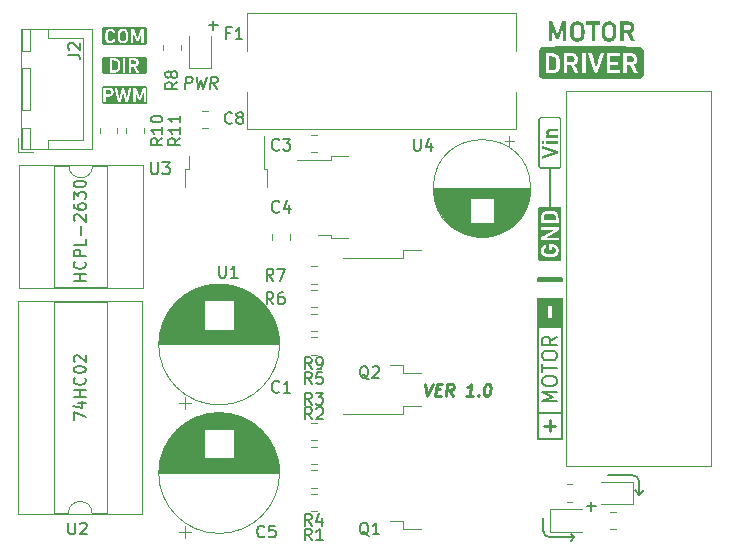
<source format=gbr>
%TF.GenerationSoftware,KiCad,Pcbnew,(6.0.2)*%
%TF.CreationDate,2022-03-25T17:55:46+07:00*%
%TF.ProjectId,Driver_motor_V02,44726976-6572-45f6-9d6f-746f725f5630,rev?*%
%TF.SameCoordinates,Original*%
%TF.FileFunction,Legend,Top*%
%TF.FilePolarity,Positive*%
%FSLAX46Y46*%
G04 Gerber Fmt 4.6, Leading zero omitted, Abs format (unit mm)*
G04 Created by KiCad (PCBNEW (6.0.2)) date 2022-03-25 17:55:46*
%MOMM*%
%LPD*%
G01*
G04 APERTURE LIST*
%ADD10C,0.150000*%
%ADD11C,0.250000*%
%ADD12C,0.200000*%
%ADD13C,0.120000*%
G04 APERTURE END LIST*
D10*
X156500000Y-122900000D02*
X158500000Y-122900000D01*
X165060719Y-126488010D02*
X165060719Y-127588010D01*
X158525000Y-109500000D02*
X156525000Y-109500000D01*
X156525000Y-109500000D02*
X156525000Y-109250000D01*
X156525000Y-109250000D02*
X158525000Y-109250000D01*
X158525000Y-109250000D02*
X158525000Y-109500000D01*
G36*
X158525000Y-109500000D02*
G01*
X156525000Y-109500000D01*
X156525000Y-109250000D01*
X158525000Y-109250000D01*
X158525000Y-109500000D01*
G37*
X165060719Y-127588010D02*
X165448729Y-127200000D01*
X158500000Y-120650000D02*
X156500000Y-120650000D01*
X159550000Y-131197718D02*
X157450000Y-131197718D01*
X156951271Y-130651271D02*
G75*
G03*
X157500000Y-131200000I548729J0D01*
G01*
X156500000Y-120650000D02*
X156500000Y-113400000D01*
X158500000Y-122900000D02*
X158500000Y-120650000D01*
X159550000Y-131197718D02*
X159250000Y-130897718D01*
X157500000Y-100000000D02*
X157500000Y-103300000D01*
X156500000Y-113400000D02*
X158500000Y-113400000D01*
X156500000Y-120650000D02*
X156500000Y-122900000D01*
X159550000Y-131197718D02*
X159250000Y-131497718D01*
X165060719Y-126488010D02*
G75*
G03*
X164511990Y-125939281I-548729J0D01*
G01*
X165060719Y-127588010D02*
X164700000Y-127227291D01*
X158500000Y-113400000D02*
X158500000Y-120650000D01*
X164511990Y-125939281D02*
X162411990Y-125939281D01*
X156946447Y-129597718D02*
X156946447Y-130697718D01*
D11*
X146923184Y-118202380D02*
X147131517Y-119202380D01*
X147589851Y-118202380D01*
X147863660Y-118678571D02*
X148196994Y-118678571D01*
X148274375Y-119202380D02*
X147798184Y-119202380D01*
X147923184Y-118202380D01*
X148399375Y-118202380D01*
X149274375Y-119202380D02*
X149000565Y-118726190D01*
X148702946Y-119202380D02*
X148827946Y-118202380D01*
X149208898Y-118202380D01*
X149298184Y-118250000D01*
X149339851Y-118297619D01*
X149375565Y-118392857D01*
X149357708Y-118535714D01*
X149298184Y-118630952D01*
X149244613Y-118678571D01*
X149143422Y-118726190D01*
X148762470Y-118726190D01*
X150988660Y-119202380D02*
X150417232Y-119202380D01*
X150702946Y-119202380D02*
X150827946Y-118202380D01*
X150714851Y-118345238D01*
X150607708Y-118440476D01*
X150506517Y-118488095D01*
X151429136Y-119107142D02*
X151470803Y-119154761D01*
X151417232Y-119202380D01*
X151375565Y-119154761D01*
X151429136Y-119107142D01*
X151417232Y-119202380D01*
X152208898Y-118202380D02*
X152304136Y-118202380D01*
X152393422Y-118250000D01*
X152435089Y-118297619D01*
X152470803Y-118392857D01*
X152494613Y-118583333D01*
X152464851Y-118821428D01*
X152393422Y-119011904D01*
X152333898Y-119107142D01*
X152280327Y-119154761D01*
X152179136Y-119202380D01*
X152083898Y-119202380D01*
X151994613Y-119154761D01*
X151952946Y-119107142D01*
X151917232Y-119011904D01*
X151893422Y-118821428D01*
X151923184Y-118583333D01*
X151994613Y-118392857D01*
X152054136Y-118297619D01*
X152107708Y-118250000D01*
X152208898Y-118202380D01*
D12*
X158067857Y-119689285D02*
X156867857Y-119689285D01*
X157725000Y-119289285D01*
X156867857Y-118889285D01*
X158067857Y-118889285D01*
X156867857Y-118089285D02*
X156867857Y-117860714D01*
X156925000Y-117746428D01*
X157039285Y-117632142D01*
X157267857Y-117575000D01*
X157667857Y-117575000D01*
X157896428Y-117632142D01*
X158010714Y-117746428D01*
X158067857Y-117860714D01*
X158067857Y-118089285D01*
X158010714Y-118203571D01*
X157896428Y-118317857D01*
X157667857Y-118375000D01*
X157267857Y-118375000D01*
X157039285Y-118317857D01*
X156925000Y-118203571D01*
X156867857Y-118089285D01*
X156867857Y-117232142D02*
X156867857Y-116546428D01*
X158067857Y-116889285D02*
X156867857Y-116889285D01*
X156867857Y-115917857D02*
X156867857Y-115689285D01*
X156925000Y-115575000D01*
X157039285Y-115460714D01*
X157267857Y-115403571D01*
X157667857Y-115403571D01*
X157896428Y-115460714D01*
X158010714Y-115575000D01*
X158067857Y-115689285D01*
X158067857Y-115917857D01*
X158010714Y-116032142D01*
X157896428Y-116146428D01*
X157667857Y-116203571D01*
X157267857Y-116203571D01*
X157039285Y-116146428D01*
X156925000Y-116032142D01*
X156867857Y-115917857D01*
X158067857Y-114203571D02*
X157496428Y-114603571D01*
X158067857Y-114889285D02*
X156867857Y-114889285D01*
X156867857Y-114432142D01*
X156925000Y-114317857D01*
X156982142Y-114260714D01*
X157096428Y-114203571D01*
X157267857Y-114203571D01*
X157382142Y-114260714D01*
X157439285Y-114317857D01*
X157496428Y-114432142D01*
X157496428Y-114889285D01*
D10*
X126571994Y-93202380D02*
X126696994Y-92202380D01*
X127077946Y-92202380D01*
X127167232Y-92250000D01*
X127208898Y-92297619D01*
X127244613Y-92392857D01*
X127226755Y-92535714D01*
X127167232Y-92630952D01*
X127113660Y-92678571D01*
X127012470Y-92726190D01*
X126631517Y-92726190D01*
X127601755Y-92202380D02*
X127714851Y-93202380D01*
X127994613Y-92488095D01*
X128095803Y-93202380D01*
X128458898Y-92202380D01*
X129286279Y-93202380D02*
X129012470Y-92726190D01*
X128714851Y-93202380D02*
X128839851Y-92202380D01*
X129220803Y-92202380D01*
X129310089Y-92250000D01*
X129351755Y-92297619D01*
X129387470Y-92392857D01*
X129369613Y-92535714D01*
X129310089Y-92630952D01*
X129256517Y-92678571D01*
X129155327Y-92726190D01*
X128774375Y-92726190D01*
X160619047Y-128571428D02*
X161380952Y-128571428D01*
X161000000Y-128952380D02*
X161000000Y-128190476D01*
D11*
X157042857Y-121735714D02*
X157957142Y-121735714D01*
X157500000Y-122192857D02*
X157500000Y-121278571D01*
D10*
X128619047Y-87821428D02*
X129380952Y-87821428D01*
X129000000Y-88202380D02*
X129000000Y-87440476D01*
%TO.C,U1*%
X129488095Y-108202380D02*
X129488095Y-109011904D01*
X129535714Y-109107142D01*
X129583333Y-109154761D01*
X129678571Y-109202380D01*
X129869047Y-109202380D01*
X129964285Y-109154761D01*
X130011904Y-109107142D01*
X130059523Y-109011904D01*
X130059523Y-108202380D01*
X131059523Y-109202380D02*
X130488095Y-109202380D01*
X130773809Y-109202380D02*
X130773809Y-108202380D01*
X130678571Y-108345238D01*
X130583333Y-108440476D01*
X130488095Y-108488095D01*
%TO.C,J2*%
X116702380Y-90333333D02*
X117416666Y-90333333D01*
X117559523Y-90380952D01*
X117654761Y-90476190D01*
X117702380Y-90619047D01*
X117702380Y-90714285D01*
X116797619Y-89904761D02*
X116750000Y-89857142D01*
X116702380Y-89761904D01*
X116702380Y-89523809D01*
X116750000Y-89428571D01*
X116797619Y-89380952D01*
X116892857Y-89333333D01*
X116988095Y-89333333D01*
X117130952Y-89380952D01*
X117702380Y-89952380D01*
X117702380Y-89333333D01*
%TO.C,C1*%
X134583333Y-118857142D02*
X134535714Y-118904761D01*
X134392857Y-118952380D01*
X134297619Y-118952380D01*
X134154761Y-118904761D01*
X134059523Y-118809523D01*
X134011904Y-118714285D01*
X133964285Y-118523809D01*
X133964285Y-118380952D01*
X134011904Y-118190476D01*
X134059523Y-118095238D01*
X134154761Y-118000000D01*
X134297619Y-117952380D01*
X134392857Y-117952380D01*
X134535714Y-118000000D01*
X134583333Y-118047619D01*
X135535714Y-118952380D02*
X134964285Y-118952380D01*
X135250000Y-118952380D02*
X135250000Y-117952380D01*
X135154761Y-118095238D01*
X135059523Y-118190476D01*
X134964285Y-118238095D01*
%TO.C,R7*%
X134083333Y-109452380D02*
X133750000Y-108976190D01*
X133511904Y-109452380D02*
X133511904Y-108452380D01*
X133892857Y-108452380D01*
X133988095Y-108500000D01*
X134035714Y-108547619D01*
X134083333Y-108642857D01*
X134083333Y-108785714D01*
X134035714Y-108880952D01*
X133988095Y-108928571D01*
X133892857Y-108976190D01*
X133511904Y-108976190D01*
X134416666Y-108452380D02*
X135083333Y-108452380D01*
X134654761Y-109452380D01*
%TO.C,C3*%
X134583333Y-98357142D02*
X134535714Y-98404761D01*
X134392857Y-98452380D01*
X134297619Y-98452380D01*
X134154761Y-98404761D01*
X134059523Y-98309523D01*
X134011904Y-98214285D01*
X133964285Y-98023809D01*
X133964285Y-97880952D01*
X134011904Y-97690476D01*
X134059523Y-97595238D01*
X134154761Y-97500000D01*
X134297619Y-97452380D01*
X134392857Y-97452380D01*
X134535714Y-97500000D01*
X134583333Y-97547619D01*
X134916666Y-97452380D02*
X135535714Y-97452380D01*
X135202380Y-97833333D01*
X135345238Y-97833333D01*
X135440476Y-97880952D01*
X135488095Y-97928571D01*
X135535714Y-98023809D01*
X135535714Y-98261904D01*
X135488095Y-98357142D01*
X135440476Y-98404761D01*
X135345238Y-98452380D01*
X135059523Y-98452380D01*
X134964285Y-98404761D01*
X134916666Y-98357142D01*
%TO.C,U3*%
X123738095Y-99452380D02*
X123738095Y-100261904D01*
X123785714Y-100357142D01*
X123833333Y-100404761D01*
X123928571Y-100452380D01*
X124119047Y-100452380D01*
X124214285Y-100404761D01*
X124261904Y-100357142D01*
X124309523Y-100261904D01*
X124309523Y-99452380D01*
X124690476Y-99452380D02*
X125309523Y-99452380D01*
X124976190Y-99833333D01*
X125119047Y-99833333D01*
X125214285Y-99880952D01*
X125261904Y-99928571D01*
X125309523Y-100023809D01*
X125309523Y-100261904D01*
X125261904Y-100357142D01*
X125214285Y-100404761D01*
X125119047Y-100452380D01*
X124833333Y-100452380D01*
X124738095Y-100404761D01*
X124690476Y-100357142D01*
X118202380Y-109464285D02*
X117202380Y-109464285D01*
X117678571Y-109464285D02*
X117678571Y-108892857D01*
X118202380Y-108892857D02*
X117202380Y-108892857D01*
X118107142Y-107845238D02*
X118154761Y-107892857D01*
X118202380Y-108035714D01*
X118202380Y-108130952D01*
X118154761Y-108273809D01*
X118059523Y-108369047D01*
X117964285Y-108416666D01*
X117773809Y-108464285D01*
X117630952Y-108464285D01*
X117440476Y-108416666D01*
X117345238Y-108369047D01*
X117250000Y-108273809D01*
X117202380Y-108130952D01*
X117202380Y-108035714D01*
X117250000Y-107892857D01*
X117297619Y-107845238D01*
X118202380Y-107416666D02*
X117202380Y-107416666D01*
X117202380Y-107035714D01*
X117250000Y-106940476D01*
X117297619Y-106892857D01*
X117392857Y-106845238D01*
X117535714Y-106845238D01*
X117630952Y-106892857D01*
X117678571Y-106940476D01*
X117726190Y-107035714D01*
X117726190Y-107416666D01*
X118202380Y-105940476D02*
X118202380Y-106416666D01*
X117202380Y-106416666D01*
X117821428Y-105607142D02*
X117821428Y-104845238D01*
X117297619Y-104416666D02*
X117250000Y-104369047D01*
X117202380Y-104273809D01*
X117202380Y-104035714D01*
X117250000Y-103940476D01*
X117297619Y-103892857D01*
X117392857Y-103845238D01*
X117488095Y-103845238D01*
X117630952Y-103892857D01*
X118202380Y-104464285D01*
X118202380Y-103845238D01*
X117202380Y-102988095D02*
X117202380Y-103178571D01*
X117250000Y-103273809D01*
X117297619Y-103321428D01*
X117440476Y-103416666D01*
X117630952Y-103464285D01*
X118011904Y-103464285D01*
X118107142Y-103416666D01*
X118154761Y-103369047D01*
X118202380Y-103273809D01*
X118202380Y-103083333D01*
X118154761Y-102988095D01*
X118107142Y-102940476D01*
X118011904Y-102892857D01*
X117773809Y-102892857D01*
X117678571Y-102940476D01*
X117630952Y-102988095D01*
X117583333Y-103083333D01*
X117583333Y-103273809D01*
X117630952Y-103369047D01*
X117678571Y-103416666D01*
X117773809Y-103464285D01*
X117202380Y-102559523D02*
X117202380Y-101940476D01*
X117583333Y-102273809D01*
X117583333Y-102130952D01*
X117630952Y-102035714D01*
X117678571Y-101988095D01*
X117773809Y-101940476D01*
X118011904Y-101940476D01*
X118107142Y-101988095D01*
X118154761Y-102035714D01*
X118202380Y-102130952D01*
X118202380Y-102416666D01*
X118154761Y-102511904D01*
X118107142Y-102559523D01*
X117202380Y-101321428D02*
X117202380Y-101226190D01*
X117250000Y-101130952D01*
X117297619Y-101083333D01*
X117392857Y-101035714D01*
X117583333Y-100988095D01*
X117821428Y-100988095D01*
X118011904Y-101035714D01*
X118107142Y-101083333D01*
X118154761Y-101130952D01*
X118202380Y-101226190D01*
X118202380Y-101321428D01*
X118154761Y-101416666D01*
X118107142Y-101464285D01*
X118011904Y-101511904D01*
X117821428Y-101559523D01*
X117583333Y-101559523D01*
X117392857Y-101511904D01*
X117297619Y-101464285D01*
X117250000Y-101416666D01*
X117202380Y-101321428D01*
%TO.C,R6*%
X134083333Y-111452380D02*
X133750000Y-110976190D01*
X133511904Y-111452380D02*
X133511904Y-110452380D01*
X133892857Y-110452380D01*
X133988095Y-110500000D01*
X134035714Y-110547619D01*
X134083333Y-110642857D01*
X134083333Y-110785714D01*
X134035714Y-110880952D01*
X133988095Y-110928571D01*
X133892857Y-110976190D01*
X133511904Y-110976190D01*
X134940476Y-110452380D02*
X134750000Y-110452380D01*
X134654761Y-110500000D01*
X134607142Y-110547619D01*
X134511904Y-110690476D01*
X134464285Y-110880952D01*
X134464285Y-111261904D01*
X134511904Y-111357142D01*
X134559523Y-111404761D01*
X134654761Y-111452380D01*
X134845238Y-111452380D01*
X134940476Y-111404761D01*
X134988095Y-111357142D01*
X135035714Y-111261904D01*
X135035714Y-111023809D01*
X134988095Y-110928571D01*
X134940476Y-110880952D01*
X134845238Y-110833333D01*
X134654761Y-110833333D01*
X134559523Y-110880952D01*
X134511904Y-110928571D01*
X134464285Y-111023809D01*
%TO.C,R2*%
X137358333Y-121202380D02*
X137025000Y-120726190D01*
X136786904Y-121202380D02*
X136786904Y-120202380D01*
X137167857Y-120202380D01*
X137263095Y-120250000D01*
X137310714Y-120297619D01*
X137358333Y-120392857D01*
X137358333Y-120535714D01*
X137310714Y-120630952D01*
X137263095Y-120678571D01*
X137167857Y-120726190D01*
X136786904Y-120726190D01*
X137739285Y-120297619D02*
X137786904Y-120250000D01*
X137882142Y-120202380D01*
X138120238Y-120202380D01*
X138215476Y-120250000D01*
X138263095Y-120297619D01*
X138310714Y-120392857D01*
X138310714Y-120488095D01*
X138263095Y-120630952D01*
X137691666Y-121202380D01*
X138310714Y-121202380D01*
%TO.C,R5*%
X137333333Y-118202380D02*
X137000000Y-117726190D01*
X136761904Y-118202380D02*
X136761904Y-117202380D01*
X137142857Y-117202380D01*
X137238095Y-117250000D01*
X137285714Y-117297619D01*
X137333333Y-117392857D01*
X137333333Y-117535714D01*
X137285714Y-117630952D01*
X137238095Y-117678571D01*
X137142857Y-117726190D01*
X136761904Y-117726190D01*
X138238095Y-117202380D02*
X137761904Y-117202380D01*
X137714285Y-117678571D01*
X137761904Y-117630952D01*
X137857142Y-117583333D01*
X138095238Y-117583333D01*
X138190476Y-117630952D01*
X138238095Y-117678571D01*
X138285714Y-117773809D01*
X138285714Y-118011904D01*
X138238095Y-118107142D01*
X138190476Y-118154761D01*
X138095238Y-118202380D01*
X137857142Y-118202380D01*
X137761904Y-118154761D01*
X137714285Y-118107142D01*
%TO.C,R4*%
X137333333Y-130202380D02*
X137000000Y-129726190D01*
X136761904Y-130202380D02*
X136761904Y-129202380D01*
X137142857Y-129202380D01*
X137238095Y-129250000D01*
X137285714Y-129297619D01*
X137333333Y-129392857D01*
X137333333Y-129535714D01*
X137285714Y-129630952D01*
X137238095Y-129678571D01*
X137142857Y-129726190D01*
X136761904Y-129726190D01*
X138190476Y-129535714D02*
X138190476Y-130202380D01*
X137952380Y-129154761D02*
X137714285Y-129869047D01*
X138333333Y-129869047D01*
%TO.C,C4*%
X134583333Y-103607142D02*
X134535714Y-103654761D01*
X134392857Y-103702380D01*
X134297619Y-103702380D01*
X134154761Y-103654761D01*
X134059523Y-103559523D01*
X134011904Y-103464285D01*
X133964285Y-103273809D01*
X133964285Y-103130952D01*
X134011904Y-102940476D01*
X134059523Y-102845238D01*
X134154761Y-102750000D01*
X134297619Y-102702380D01*
X134392857Y-102702380D01*
X134535714Y-102750000D01*
X134583333Y-102797619D01*
X135440476Y-103035714D02*
X135440476Y-103702380D01*
X135202380Y-102654761D02*
X134964285Y-103369047D01*
X135583333Y-103369047D01*
%TO.C,R9*%
X137333333Y-116952380D02*
X137000000Y-116476190D01*
X136761904Y-116952380D02*
X136761904Y-115952380D01*
X137142857Y-115952380D01*
X137238095Y-116000000D01*
X137285714Y-116047619D01*
X137333333Y-116142857D01*
X137333333Y-116285714D01*
X137285714Y-116380952D01*
X137238095Y-116428571D01*
X137142857Y-116476190D01*
X136761904Y-116476190D01*
X137809523Y-116952380D02*
X138000000Y-116952380D01*
X138095238Y-116904761D01*
X138142857Y-116857142D01*
X138238095Y-116714285D01*
X138285714Y-116523809D01*
X138285714Y-116142857D01*
X138238095Y-116047619D01*
X138190476Y-116000000D01*
X138095238Y-115952380D01*
X137904761Y-115952380D01*
X137809523Y-116000000D01*
X137761904Y-116047619D01*
X137714285Y-116142857D01*
X137714285Y-116380952D01*
X137761904Y-116476190D01*
X137809523Y-116523809D01*
X137904761Y-116571428D01*
X138095238Y-116571428D01*
X138190476Y-116523809D01*
X138238095Y-116476190D01*
X138285714Y-116380952D01*
%TO.C,C5*%
X133333333Y-131107142D02*
X133285714Y-131154761D01*
X133142857Y-131202380D01*
X133047619Y-131202380D01*
X132904761Y-131154761D01*
X132809523Y-131059523D01*
X132761904Y-130964285D01*
X132714285Y-130773809D01*
X132714285Y-130630952D01*
X132761904Y-130440476D01*
X132809523Y-130345238D01*
X132904761Y-130250000D01*
X133047619Y-130202380D01*
X133142857Y-130202380D01*
X133285714Y-130250000D01*
X133333333Y-130297619D01*
X134238095Y-130202380D02*
X133761904Y-130202380D01*
X133714285Y-130678571D01*
X133761904Y-130630952D01*
X133857142Y-130583333D01*
X134095238Y-130583333D01*
X134190476Y-130630952D01*
X134238095Y-130678571D01*
X134285714Y-130773809D01*
X134285714Y-131011904D01*
X134238095Y-131107142D01*
X134190476Y-131154761D01*
X134095238Y-131202380D01*
X133857142Y-131202380D01*
X133761904Y-131154761D01*
X133714285Y-131107142D01*
%TO.C,R3*%
X137333333Y-119952380D02*
X137000000Y-119476190D01*
X136761904Y-119952380D02*
X136761904Y-118952380D01*
X137142857Y-118952380D01*
X137238095Y-119000000D01*
X137285714Y-119047619D01*
X137333333Y-119142857D01*
X137333333Y-119285714D01*
X137285714Y-119380952D01*
X137238095Y-119428571D01*
X137142857Y-119476190D01*
X136761904Y-119476190D01*
X137666666Y-118952380D02*
X138285714Y-118952380D01*
X137952380Y-119333333D01*
X138095238Y-119333333D01*
X138190476Y-119380952D01*
X138238095Y-119428571D01*
X138285714Y-119523809D01*
X138285714Y-119761904D01*
X138238095Y-119857142D01*
X138190476Y-119904761D01*
X138095238Y-119952380D01*
X137809523Y-119952380D01*
X137714285Y-119904761D01*
X137666666Y-119857142D01*
%TO.C,R11*%
X126202380Y-97392857D02*
X125726190Y-97726190D01*
X126202380Y-97964285D02*
X125202380Y-97964285D01*
X125202380Y-97583333D01*
X125250000Y-97488095D01*
X125297619Y-97440476D01*
X125392857Y-97392857D01*
X125535714Y-97392857D01*
X125630952Y-97440476D01*
X125678571Y-97488095D01*
X125726190Y-97583333D01*
X125726190Y-97964285D01*
X126202380Y-96440476D02*
X126202380Y-97011904D01*
X126202380Y-96726190D02*
X125202380Y-96726190D01*
X125345238Y-96821428D01*
X125440476Y-96916666D01*
X125488095Y-97011904D01*
X126202380Y-95488095D02*
X126202380Y-96059523D01*
X126202380Y-95773809D02*
X125202380Y-95773809D01*
X125345238Y-95869047D01*
X125440476Y-95964285D01*
X125488095Y-96059523D01*
%TO.C,Q2*%
X142154761Y-117797619D02*
X142059523Y-117750000D01*
X141964285Y-117654761D01*
X141821428Y-117511904D01*
X141726190Y-117464285D01*
X141630952Y-117464285D01*
X141678571Y-117702380D02*
X141583333Y-117654761D01*
X141488095Y-117559523D01*
X141440476Y-117369047D01*
X141440476Y-117035714D01*
X141488095Y-116845238D01*
X141583333Y-116750000D01*
X141678571Y-116702380D01*
X141869047Y-116702380D01*
X141964285Y-116750000D01*
X142059523Y-116845238D01*
X142107142Y-117035714D01*
X142107142Y-117369047D01*
X142059523Y-117559523D01*
X141964285Y-117654761D01*
X141869047Y-117702380D01*
X141678571Y-117702380D01*
X142488095Y-116797619D02*
X142535714Y-116750000D01*
X142630952Y-116702380D01*
X142869047Y-116702380D01*
X142964285Y-116750000D01*
X143011904Y-116797619D01*
X143059523Y-116892857D01*
X143059523Y-116988095D01*
X143011904Y-117130952D01*
X142440476Y-117702380D01*
X143059523Y-117702380D01*
%TO.C,R1*%
X137333333Y-131452380D02*
X137000000Y-130976190D01*
X136761904Y-131452380D02*
X136761904Y-130452380D01*
X137142857Y-130452380D01*
X137238095Y-130500000D01*
X137285714Y-130547619D01*
X137333333Y-130642857D01*
X137333333Y-130785714D01*
X137285714Y-130880952D01*
X137238095Y-130928571D01*
X137142857Y-130976190D01*
X136761904Y-130976190D01*
X138285714Y-131452380D02*
X137714285Y-131452380D01*
X138000000Y-131452380D02*
X138000000Y-130452380D01*
X137904761Y-130595238D01*
X137809523Y-130690476D01*
X137714285Y-130738095D01*
%TO.C,F1*%
X130416666Y-88478571D02*
X130083333Y-88478571D01*
X130083333Y-89002380D02*
X130083333Y-88002380D01*
X130559523Y-88002380D01*
X131464285Y-89002380D02*
X130892857Y-89002380D01*
X131178571Y-89002380D02*
X131178571Y-88002380D01*
X131083333Y-88145238D01*
X130988095Y-88240476D01*
X130892857Y-88288095D01*
%TO.C,R8*%
X125952380Y-92666666D02*
X125476190Y-93000000D01*
X125952380Y-93238095D02*
X124952380Y-93238095D01*
X124952380Y-92857142D01*
X125000000Y-92761904D01*
X125047619Y-92714285D01*
X125142857Y-92666666D01*
X125285714Y-92666666D01*
X125380952Y-92714285D01*
X125428571Y-92761904D01*
X125476190Y-92857142D01*
X125476190Y-93238095D01*
X125380952Y-92095238D02*
X125333333Y-92190476D01*
X125285714Y-92238095D01*
X125190476Y-92285714D01*
X125142857Y-92285714D01*
X125047619Y-92238095D01*
X125000000Y-92190476D01*
X124952380Y-92095238D01*
X124952380Y-91904761D01*
X125000000Y-91809523D01*
X125047619Y-91761904D01*
X125142857Y-91714285D01*
X125190476Y-91714285D01*
X125285714Y-91761904D01*
X125333333Y-91809523D01*
X125380952Y-91904761D01*
X125380952Y-92095238D01*
X125428571Y-92190476D01*
X125476190Y-92238095D01*
X125571428Y-92285714D01*
X125761904Y-92285714D01*
X125857142Y-92238095D01*
X125904761Y-92190476D01*
X125952380Y-92095238D01*
X125952380Y-91904761D01*
X125904761Y-91809523D01*
X125857142Y-91761904D01*
X125761904Y-91714285D01*
X125571428Y-91714285D01*
X125476190Y-91761904D01*
X125428571Y-91809523D01*
X125380952Y-91904761D01*
%TO.C,Q1*%
X142154761Y-131047619D02*
X142059523Y-131000000D01*
X141964285Y-130904761D01*
X141821428Y-130761904D01*
X141726190Y-130714285D01*
X141630952Y-130714285D01*
X141678571Y-130952380D02*
X141583333Y-130904761D01*
X141488095Y-130809523D01*
X141440476Y-130619047D01*
X141440476Y-130285714D01*
X141488095Y-130095238D01*
X141583333Y-130000000D01*
X141678571Y-129952380D01*
X141869047Y-129952380D01*
X141964285Y-130000000D01*
X142059523Y-130095238D01*
X142107142Y-130285714D01*
X142107142Y-130619047D01*
X142059523Y-130809523D01*
X141964285Y-130904761D01*
X141869047Y-130952380D01*
X141678571Y-130952380D01*
X143059523Y-130952380D02*
X142488095Y-130952380D01*
X142773809Y-130952380D02*
X142773809Y-129952380D01*
X142678571Y-130095238D01*
X142583333Y-130190476D01*
X142488095Y-130238095D01*
%TO.C,U4*%
X145988095Y-97452380D02*
X145988095Y-98261904D01*
X146035714Y-98357142D01*
X146083333Y-98404761D01*
X146178571Y-98452380D01*
X146369047Y-98452380D01*
X146464285Y-98404761D01*
X146511904Y-98357142D01*
X146559523Y-98261904D01*
X146559523Y-97452380D01*
X147464285Y-97785714D02*
X147464285Y-98452380D01*
X147226190Y-97404761D02*
X146988095Y-98119047D01*
X147607142Y-98119047D01*
%TO.C,R10*%
X124702380Y-97392857D02*
X124226190Y-97726190D01*
X124702380Y-97964285D02*
X123702380Y-97964285D01*
X123702380Y-97583333D01*
X123750000Y-97488095D01*
X123797619Y-97440476D01*
X123892857Y-97392857D01*
X124035714Y-97392857D01*
X124130952Y-97440476D01*
X124178571Y-97488095D01*
X124226190Y-97583333D01*
X124226190Y-97964285D01*
X124702380Y-96440476D02*
X124702380Y-97011904D01*
X124702380Y-96726190D02*
X123702380Y-96726190D01*
X123845238Y-96821428D01*
X123940476Y-96916666D01*
X123988095Y-97011904D01*
X123702380Y-95821428D02*
X123702380Y-95726190D01*
X123750000Y-95630952D01*
X123797619Y-95583333D01*
X123892857Y-95535714D01*
X124083333Y-95488095D01*
X124321428Y-95488095D01*
X124511904Y-95535714D01*
X124607142Y-95583333D01*
X124654761Y-95630952D01*
X124702380Y-95726190D01*
X124702380Y-95821428D01*
X124654761Y-95916666D01*
X124607142Y-95964285D01*
X124511904Y-96011904D01*
X124321428Y-96059523D01*
X124083333Y-96059523D01*
X123892857Y-96011904D01*
X123797619Y-95964285D01*
X123750000Y-95916666D01*
X123702380Y-95821428D01*
%TO.C,C8*%
X130583333Y-96107142D02*
X130535714Y-96154761D01*
X130392857Y-96202380D01*
X130297619Y-96202380D01*
X130154761Y-96154761D01*
X130059523Y-96059523D01*
X130011904Y-95964285D01*
X129964285Y-95773809D01*
X129964285Y-95630952D01*
X130011904Y-95440476D01*
X130059523Y-95345238D01*
X130154761Y-95250000D01*
X130297619Y-95202380D01*
X130392857Y-95202380D01*
X130535714Y-95250000D01*
X130583333Y-95297619D01*
X131154761Y-95630952D02*
X131059523Y-95583333D01*
X131011904Y-95535714D01*
X130964285Y-95440476D01*
X130964285Y-95392857D01*
X131011904Y-95297619D01*
X131059523Y-95250000D01*
X131154761Y-95202380D01*
X131345238Y-95202380D01*
X131440476Y-95250000D01*
X131488095Y-95297619D01*
X131535714Y-95392857D01*
X131535714Y-95440476D01*
X131488095Y-95535714D01*
X131440476Y-95583333D01*
X131345238Y-95630952D01*
X131154761Y-95630952D01*
X131059523Y-95678571D01*
X131011904Y-95726190D01*
X130964285Y-95821428D01*
X130964285Y-96011904D01*
X131011904Y-96107142D01*
X131059523Y-96154761D01*
X131154761Y-96202380D01*
X131345238Y-96202380D01*
X131440476Y-96154761D01*
X131488095Y-96107142D01*
X131535714Y-96011904D01*
X131535714Y-95821428D01*
X131488095Y-95726190D01*
X131440476Y-95678571D01*
X131345238Y-95630952D01*
%TO.C,U2*%
X116738095Y-129952380D02*
X116738095Y-130761904D01*
X116785714Y-130857142D01*
X116833333Y-130904761D01*
X116928571Y-130952380D01*
X117119047Y-130952380D01*
X117214285Y-130904761D01*
X117261904Y-130857142D01*
X117309523Y-130761904D01*
X117309523Y-129952380D01*
X117738095Y-130047619D02*
X117785714Y-130000000D01*
X117880952Y-129952380D01*
X118119047Y-129952380D01*
X118214285Y-130000000D01*
X118261904Y-130047619D01*
X118309523Y-130142857D01*
X118309523Y-130238095D01*
X118261904Y-130380952D01*
X117690476Y-130952380D01*
X118309523Y-130952380D01*
X117202380Y-121285714D02*
X117202380Y-120619047D01*
X118202380Y-121047619D01*
X117535714Y-119809523D02*
X118202380Y-119809523D01*
X117154761Y-120047619D02*
X117869047Y-120285714D01*
X117869047Y-119666666D01*
X118202380Y-119285714D02*
X117202380Y-119285714D01*
X117678571Y-119285714D02*
X117678571Y-118714285D01*
X118202380Y-118714285D02*
X117202380Y-118714285D01*
X118107142Y-117666666D02*
X118154761Y-117714285D01*
X118202380Y-117857142D01*
X118202380Y-117952380D01*
X118154761Y-118095238D01*
X118059523Y-118190476D01*
X117964285Y-118238095D01*
X117773809Y-118285714D01*
X117630952Y-118285714D01*
X117440476Y-118238095D01*
X117345238Y-118190476D01*
X117250000Y-118095238D01*
X117202380Y-117952380D01*
X117202380Y-117857142D01*
X117250000Y-117714285D01*
X117297619Y-117666666D01*
X117202380Y-117047619D02*
X117202380Y-116952380D01*
X117250000Y-116857142D01*
X117297619Y-116809523D01*
X117392857Y-116761904D01*
X117583333Y-116714285D01*
X117821428Y-116714285D01*
X118011904Y-116761904D01*
X118107142Y-116809523D01*
X118154761Y-116857142D01*
X118202380Y-116952380D01*
X118202380Y-117047619D01*
X118154761Y-117142857D01*
X118107142Y-117190476D01*
X118011904Y-117238095D01*
X117821428Y-117285714D01*
X117583333Y-117285714D01*
X117392857Y-117238095D01*
X117297619Y-117190476D01*
X117250000Y-117142857D01*
X117202380Y-117047619D01*
X117297619Y-116333333D02*
X117250000Y-116285714D01*
X117202380Y-116190476D01*
X117202380Y-115952380D01*
X117250000Y-115857142D01*
X117297619Y-115809523D01*
X117392857Y-115761904D01*
X117488095Y-115761904D01*
X117630952Y-115809523D01*
X118202380Y-116380952D01*
X118202380Y-115761904D01*
%TO.C,G\u002A\u002A\u002A*%
G36*
X164406281Y-90480534D02*
G01*
X164449989Y-90483982D01*
X164483348Y-90489899D01*
X164508988Y-90498780D01*
X164529540Y-90511117D01*
X164547635Y-90527407D01*
X164565904Y-90548142D01*
X164568988Y-90551867D01*
X164597755Y-90601770D01*
X164613309Y-90661716D01*
X164615889Y-90726102D01*
X164605732Y-90789320D01*
X164583078Y-90845766D01*
X164554861Y-90883552D01*
X164534637Y-90901569D01*
X164512493Y-90915504D01*
X164485537Y-90925862D01*
X164450880Y-90933150D01*
X164405630Y-90937873D01*
X164346897Y-90940537D01*
X164271791Y-90941648D01*
X164222073Y-90941780D01*
X164006658Y-90941780D01*
X164006658Y-90482430D01*
X164186745Y-90480062D01*
X164277289Y-90479068D01*
X164349591Y-90479061D01*
X164406281Y-90480534D01*
G37*
G36*
X157620119Y-90484259D02*
G01*
X157691932Y-90485830D01*
X157746328Y-90487728D01*
X157786773Y-90490310D01*
X157816728Y-90493930D01*
X157839658Y-90498942D01*
X157859026Y-90505703D01*
X157868064Y-90509668D01*
X157934510Y-90548325D01*
X157984386Y-90596518D01*
X158019452Y-90656749D01*
X158041470Y-90731520D01*
X158046662Y-90763373D01*
X158049982Y-90800473D01*
X158052310Y-90852476D01*
X158053701Y-90915907D01*
X158054209Y-90987294D01*
X158053888Y-91063163D01*
X158052794Y-91140040D01*
X158050981Y-91214453D01*
X158048503Y-91282928D01*
X158045415Y-91341992D01*
X158041772Y-91388171D01*
X158037628Y-91417993D01*
X158036293Y-91423238D01*
X158005887Y-91486847D01*
X157958787Y-91542671D01*
X157898743Y-91587151D01*
X157833674Y-91615492D01*
X157804601Y-91621332D01*
X157760071Y-91626710D01*
X157705079Y-91631381D01*
X157644618Y-91635102D01*
X157583680Y-91637628D01*
X157527260Y-91638715D01*
X157480350Y-91638119D01*
X157447944Y-91635594D01*
X157442643Y-91634622D01*
X157419153Y-91629354D01*
X157419153Y-90480508D01*
X157620119Y-90484259D01*
G37*
G36*
X159384743Y-90480534D02*
G01*
X159428452Y-90483982D01*
X159461811Y-90489899D01*
X159487451Y-90498780D01*
X159508003Y-90511117D01*
X159526098Y-90527407D01*
X159544367Y-90548142D01*
X159547450Y-90551867D01*
X159576218Y-90601770D01*
X159591772Y-90661716D01*
X159594352Y-90726102D01*
X159584195Y-90789320D01*
X159561541Y-90845766D01*
X159533323Y-90883552D01*
X159513100Y-90901569D01*
X159490956Y-90915504D01*
X159464000Y-90925862D01*
X159429343Y-90933150D01*
X159384093Y-90937873D01*
X159325360Y-90940537D01*
X159250254Y-90941648D01*
X159200536Y-90941780D01*
X158985121Y-90941780D01*
X158985121Y-90482430D01*
X159165208Y-90480062D01*
X159255752Y-90479068D01*
X159328054Y-90479061D01*
X159384743Y-90480534D01*
G37*
G36*
X158859844Y-89208776D02*
G01*
X158598849Y-89208776D01*
X158598689Y-88626758D01*
X158598502Y-88513763D01*
X158598020Y-88409619D01*
X158597271Y-88315926D01*
X158596280Y-88234285D01*
X158595073Y-88166296D01*
X158593676Y-88113560D01*
X158592114Y-88077679D01*
X158590415Y-88060253D01*
X158589495Y-88059000D01*
X158584150Y-88071424D01*
X158572359Y-88101462D01*
X158554871Y-88147126D01*
X158532434Y-88206428D01*
X158505798Y-88277380D01*
X158475712Y-88357996D01*
X158442924Y-88446287D01*
X158409569Y-88536512D01*
X158238676Y-88999764D01*
X158127566Y-88999872D01*
X158077308Y-88999503D01*
X158044100Y-88997890D01*
X158024122Y-88994446D01*
X158013553Y-88988584D01*
X158009287Y-88981710D01*
X158004152Y-88968289D01*
X157992437Y-88937472D01*
X157974949Y-88891391D01*
X157952497Y-88832178D01*
X157925888Y-88761964D01*
X157895932Y-88682882D01*
X157863436Y-88597065D01*
X157846024Y-88551069D01*
X157812195Y-88461759D01*
X157780186Y-88377367D01*
X157750857Y-88300150D01*
X157725065Y-88232364D01*
X157703671Y-88176267D01*
X157687533Y-88134114D01*
X157677509Y-88108163D01*
X157675137Y-88102158D01*
X157671919Y-88096080D01*
X157669191Y-88095993D01*
X157666912Y-88103349D01*
X157665040Y-88119601D01*
X157663534Y-88146203D01*
X157662351Y-88184607D01*
X157661451Y-88236265D01*
X157660791Y-88302631D01*
X157660331Y-88385158D01*
X157660027Y-88485298D01*
X157659840Y-88604504D01*
X157659806Y-88637197D01*
X157659268Y-89208776D01*
X157398274Y-89208776D01*
X157398274Y-87517530D01*
X157718314Y-87517530D01*
X157922906Y-88078669D01*
X157960435Y-88181054D01*
X157995946Y-88276879D01*
X158028793Y-88364469D01*
X158058328Y-88442148D01*
X158083904Y-88508241D01*
X158104873Y-88561070D01*
X158120590Y-88598962D01*
X158130405Y-88620239D01*
X158133584Y-88624148D01*
X158138205Y-88611642D01*
X158149290Y-88581348D01*
X158166170Y-88535099D01*
X158188177Y-88474730D01*
X158214644Y-88402076D01*
X158244900Y-88318971D01*
X158278279Y-88227250D01*
X158314112Y-88128747D01*
X158337069Y-88065619D01*
X158534467Y-87522750D01*
X158697155Y-87519875D01*
X158859844Y-87517000D01*
X158859844Y-89208776D01*
G37*
G36*
X161913339Y-88176034D02*
G01*
X161915552Y-88098115D01*
X161918597Y-88029850D01*
X161922473Y-87974291D01*
X161927181Y-87934489D01*
X161930817Y-87918102D01*
X161967035Y-87826030D01*
X162012577Y-87748073D01*
X162070957Y-87678293D01*
X162075298Y-87673880D01*
X162154643Y-87606275D01*
X162241400Y-87556638D01*
X162337487Y-87524225D01*
X162444819Y-87508287D01*
X162505888Y-87506264D01*
X162588624Y-87509033D01*
X162658080Y-87518053D01*
X162721291Y-87534747D01*
X162785292Y-87560535D01*
X162793502Y-87564376D01*
X162880173Y-87616690D01*
X162956431Y-87685387D01*
X163019725Y-87767510D01*
X163067509Y-87860101D01*
X163081446Y-87898582D01*
X163095039Y-87954291D01*
X163105514Y-88027292D01*
X163112940Y-88118425D01*
X163117384Y-88228534D01*
X163118913Y-88358458D01*
X163118915Y-88363153D01*
X163118025Y-88479902D01*
X163115083Y-88578539D01*
X163109679Y-88661766D01*
X163101406Y-88732286D01*
X163089856Y-88792801D01*
X163074618Y-88846013D01*
X163055285Y-88894625D01*
X163031508Y-88941232D01*
X162971457Y-89027633D01*
X162897171Y-89099104D01*
X162809597Y-89155047D01*
X162709684Y-89194865D01*
X162598380Y-89217960D01*
X162591008Y-89218841D01*
X162549235Y-89223432D01*
X162515938Y-89226724D01*
X162496107Y-89228242D01*
X162492889Y-89228215D01*
X162480660Y-89226454D01*
X162453430Y-89223020D01*
X162416938Y-89218637D01*
X162414591Y-89218360D01*
X162306327Y-89195886D01*
X162208420Y-89155566D01*
X162121790Y-89098180D01*
X162047355Y-89024506D01*
X161986034Y-88935324D01*
X161938746Y-88831413D01*
X161930817Y-88808203D01*
X161925550Y-88780725D01*
X161921115Y-88735436D01*
X161917510Y-88675387D01*
X161914737Y-88603629D01*
X161912795Y-88523216D01*
X161911684Y-88437198D01*
X161911405Y-88348628D01*
X161911802Y-88285186D01*
X162191003Y-88285186D01*
X162191858Y-88394830D01*
X162191915Y-88399692D01*
X162193035Y-88489085D01*
X162194164Y-88560206D01*
X162195504Y-88615664D01*
X162197257Y-88658064D01*
X162199625Y-88690016D01*
X162202808Y-88714125D01*
X162207010Y-88732999D01*
X162212431Y-88749245D01*
X162219273Y-88765472D01*
X162220405Y-88768002D01*
X162251945Y-88819885D01*
X162295959Y-88868086D01*
X162346488Y-88907106D01*
X162397472Y-88931414D01*
X162455343Y-88943116D01*
X162519471Y-88946392D01*
X162580665Y-88941232D01*
X162619464Y-88931693D01*
X162690646Y-88897447D01*
X162746301Y-88849761D01*
X162787588Y-88787402D01*
X162810449Y-88728165D01*
X162815426Y-88707772D01*
X162819341Y-88682273D01*
X162822306Y-88649152D01*
X162824435Y-88605893D01*
X162825843Y-88549977D01*
X162826644Y-88478890D01*
X162826950Y-88390113D01*
X162826963Y-88363153D01*
X162826706Y-88263245D01*
X162825715Y-88181642D01*
X162823660Y-88115777D01*
X162820211Y-88063078D01*
X162815038Y-88020976D01*
X162807810Y-87986902D01*
X162798198Y-87958286D01*
X162785871Y-87932559D01*
X162770499Y-87907150D01*
X162767863Y-87903134D01*
X162721884Y-87851600D01*
X162663414Y-87813458D01*
X162596317Y-87789126D01*
X162524459Y-87779019D01*
X162451705Y-87783554D01*
X162381920Y-87803147D01*
X162318970Y-87838216D01*
X162300842Y-87852826D01*
X162272685Y-87879223D01*
X162249587Y-87905655D01*
X162231088Y-87934428D01*
X162216731Y-87967843D01*
X162206056Y-88008206D01*
X162198605Y-88057818D01*
X162193918Y-88118983D01*
X162191537Y-88194004D01*
X162191003Y-88285186D01*
X161911802Y-88285186D01*
X161911956Y-88260556D01*
X161913339Y-88176034D01*
G37*
G36*
X161772544Y-87788965D02*
G01*
X161302754Y-87788965D01*
X161302754Y-89208776D01*
X161031319Y-89208776D01*
X161031319Y-87788965D01*
X160561529Y-87788965D01*
X160561529Y-87517530D01*
X161772544Y-87517530D01*
X161772544Y-87788965D01*
G37*
G36*
X163858597Y-87517530D02*
G01*
X163971939Y-87517758D01*
X164066694Y-87518614D01*
X164145151Y-87520359D01*
X164209600Y-87523251D01*
X164262329Y-87527551D01*
X164305629Y-87533519D01*
X164341789Y-87541414D01*
X164373097Y-87551495D01*
X164401843Y-87564023D01*
X164430317Y-87579258D01*
X164437036Y-87583153D01*
X164503260Y-87633244D01*
X164560745Y-87699034D01*
X164606470Y-87776142D01*
X164637414Y-87860185D01*
X164642289Y-87880827D01*
X164650697Y-87942562D01*
X164653470Y-88014321D01*
X164650604Y-88086024D01*
X164642424Y-88146013D01*
X164614392Y-88233762D01*
X164569578Y-88314443D01*
X164510700Y-88384549D01*
X164440477Y-88440572D01*
X164394749Y-88465633D01*
X164334144Y-88493650D01*
X164530574Y-88847832D01*
X164574090Y-88926386D01*
X164614260Y-88999075D01*
X164649994Y-89063912D01*
X164680199Y-89118909D01*
X164703786Y-89162078D01*
X164719662Y-89191431D01*
X164726736Y-89204981D01*
X164727004Y-89205653D01*
X164717147Y-89206711D01*
X164689903Y-89207295D01*
X164648757Y-89207390D01*
X164597195Y-89206978D01*
X164559335Y-89206424D01*
X164391666Y-89203556D01*
X164206992Y-88856462D01*
X164022318Y-88509369D01*
X163889211Y-88509339D01*
X163756104Y-88509310D01*
X163756104Y-89208776D01*
X163474229Y-89208776D01*
X163474229Y-88248315D01*
X163756104Y-88248315D01*
X163971518Y-88248315D01*
X164060012Y-88247600D01*
X164132178Y-88245500D01*
X164186653Y-88242081D01*
X164222078Y-88237409D01*
X164229155Y-88235665D01*
X164279123Y-88212019D01*
X164317528Y-88173759D01*
X164345274Y-88119523D01*
X164363266Y-88047949D01*
X164366032Y-88029538D01*
X164365155Y-87971965D01*
X164349680Y-87913391D01*
X164322213Y-87863181D01*
X164318433Y-87858402D01*
X164299808Y-87836921D01*
X164281568Y-87819908D01*
X164261124Y-87806889D01*
X164235889Y-87797391D01*
X164203276Y-87790938D01*
X164160699Y-87787056D01*
X164105569Y-87785271D01*
X164035300Y-87785109D01*
X163947305Y-87786095D01*
X163925750Y-87786413D01*
X163756104Y-87788965D01*
X163756104Y-88248315D01*
X163474229Y-88248315D01*
X163474229Y-87517530D01*
X163858597Y-87517530D01*
G37*
G36*
X161294758Y-89635274D02*
G01*
X161548350Y-89635371D01*
X161800053Y-89635527D01*
X162048991Y-89635742D01*
X162294288Y-89636014D01*
X162535068Y-89636346D01*
X162770456Y-89636736D01*
X162999576Y-89637185D01*
X163221552Y-89637692D01*
X163435509Y-89638259D01*
X163640570Y-89638883D01*
X163835860Y-89639566D01*
X164020504Y-89640308D01*
X164193625Y-89641109D01*
X164354348Y-89641968D01*
X164501797Y-89642885D01*
X164635096Y-89643862D01*
X164753370Y-89644897D01*
X164855743Y-89645990D01*
X164941339Y-89647142D01*
X165009283Y-89648353D01*
X165058698Y-89649622D01*
X165088710Y-89650950D01*
X165097616Y-89651894D01*
X165185456Y-89682991D01*
X165265408Y-89731567D01*
X165334711Y-89794861D01*
X165390603Y-89870113D01*
X165430325Y-89954560D01*
X165442702Y-89996979D01*
X165445502Y-90019529D01*
X165448040Y-90061092D01*
X165450316Y-90119807D01*
X165452331Y-90193809D01*
X165454084Y-90281234D01*
X165455576Y-90380220D01*
X165456806Y-90488903D01*
X165457775Y-90605418D01*
X165458482Y-90727904D01*
X165458928Y-90854495D01*
X165459112Y-90983329D01*
X165459034Y-91112542D01*
X165458695Y-91240270D01*
X165458094Y-91364651D01*
X165457232Y-91483820D01*
X165456108Y-91595913D01*
X165454723Y-91699068D01*
X165453076Y-91791421D01*
X165451167Y-91871108D01*
X165448997Y-91936266D01*
X165446566Y-91985031D01*
X165443872Y-92015539D01*
X165442702Y-92022298D01*
X165411605Y-92110138D01*
X165363029Y-92190090D01*
X165299734Y-92259393D01*
X165224483Y-92315285D01*
X165140035Y-92355007D01*
X165097616Y-92367384D01*
X165081594Y-92368707D01*
X165045575Y-92369972D01*
X164990434Y-92371178D01*
X164917043Y-92372327D01*
X164826279Y-92373417D01*
X164719016Y-92374450D01*
X164596127Y-92375424D01*
X164458488Y-92376341D01*
X164306973Y-92377200D01*
X164142456Y-92378001D01*
X163965812Y-92378744D01*
X163777916Y-92379430D01*
X163579642Y-92380059D01*
X163371863Y-92380630D01*
X163155456Y-92381144D01*
X162931294Y-92381600D01*
X162700251Y-92381999D01*
X162463203Y-92382341D01*
X162221023Y-92382626D01*
X161974587Y-92382854D01*
X161724768Y-92383025D01*
X161472441Y-92383140D01*
X161218481Y-92383197D01*
X160963762Y-92383198D01*
X160709158Y-92383142D01*
X160455544Y-92383029D01*
X160203795Y-92382860D01*
X159954784Y-92382635D01*
X159709387Y-92382353D01*
X159468478Y-92382014D01*
X159232931Y-92381620D01*
X159003621Y-92381169D01*
X158781422Y-92380663D01*
X158567209Y-92380100D01*
X158361856Y-92379481D01*
X158166238Y-92378807D01*
X157981229Y-92378077D01*
X157807703Y-92377291D01*
X157646536Y-92376449D01*
X157498601Y-92375551D01*
X157364773Y-92374599D01*
X157245927Y-92373590D01*
X157142936Y-92372526D01*
X157056676Y-92371407D01*
X156988021Y-92370233D01*
X156937846Y-92369004D01*
X156907024Y-92367719D01*
X156897164Y-92366727D01*
X156811535Y-92335476D01*
X156733078Y-92286735D01*
X156664705Y-92223458D01*
X156609328Y-92148595D01*
X156569860Y-92065098D01*
X156557298Y-92022298D01*
X156554498Y-91999749D01*
X156551960Y-91958185D01*
X156549857Y-91903930D01*
X157137279Y-91903930D01*
X157276894Y-91902240D01*
X158703247Y-91902240D01*
X158985121Y-91902240D01*
X160237896Y-91902240D01*
X160519770Y-91902240D01*
X160519770Y-90210995D01*
X160237896Y-90210995D01*
X160237896Y-91902240D01*
X158985121Y-91902240D01*
X158985121Y-91202775D01*
X159118228Y-91202804D01*
X159251336Y-91202833D01*
X159620684Y-91897021D01*
X159788353Y-91899889D01*
X159844859Y-91900644D01*
X159893240Y-91900885D01*
X159930010Y-91900628D01*
X159951682Y-91899889D01*
X159956021Y-91899148D01*
X159951134Y-91889529D01*
X159937199Y-91863645D01*
X159915307Y-91823484D01*
X159886549Y-91771034D01*
X159852015Y-91708283D01*
X159812795Y-91637220D01*
X159769981Y-91559831D01*
X159759729Y-91541327D01*
X159563438Y-91187115D01*
X159623905Y-91159098D01*
X159699566Y-91112958D01*
X159765475Y-91050672D01*
X159818910Y-90975753D01*
X159857150Y-90891715D01*
X159871441Y-90839478D01*
X159879786Y-90777472D01*
X159882487Y-90705624D01*
X159879548Y-90634016D01*
X159871307Y-90574292D01*
X159844346Y-90489239D01*
X159801881Y-90410074D01*
X159746934Y-90341178D01*
X159682524Y-90286934D01*
X159666053Y-90276618D01*
X159637320Y-90260727D01*
X159608838Y-90247602D01*
X159578318Y-90236984D01*
X159543471Y-90228611D01*
X159502008Y-90222226D01*
X159451638Y-90217567D01*
X159390074Y-90214375D01*
X159315026Y-90212391D01*
X159224203Y-90211354D01*
X159115318Y-90211005D01*
X159087615Y-90210995D01*
X158703247Y-90210995D01*
X158703247Y-91902240D01*
X157276894Y-91902240D01*
X157489622Y-91899665D01*
X157589537Y-91898300D01*
X157670964Y-91896783D01*
X157736298Y-91894986D01*
X157787930Y-91892782D01*
X157828253Y-91890043D01*
X157859660Y-91886641D01*
X157884543Y-91882449D01*
X157904603Y-91877538D01*
X158012195Y-91839345D01*
X158102605Y-91790431D01*
X158177287Y-91729494D01*
X158237695Y-91655229D01*
X158285283Y-91566334D01*
X158303309Y-91520054D01*
X158332246Y-91437670D01*
X158335830Y-91099310D01*
X158336714Y-90991601D01*
X158336721Y-90902146D01*
X158335623Y-90828333D01*
X158333193Y-90767545D01*
X158329203Y-90717170D01*
X158323426Y-90674592D01*
X158315634Y-90637198D01*
X158305600Y-90602372D01*
X158293096Y-90567501D01*
X158288543Y-90555922D01*
X158244895Y-90468136D01*
X158189064Y-90394575D01*
X158119352Y-90333795D01*
X158034062Y-90284348D01*
X157931494Y-90244787D01*
X157918578Y-90240826D01*
X157896368Y-90234546D01*
X157874312Y-90229467D01*
X157849838Y-90225425D01*
X157820374Y-90222258D01*
X157783348Y-90219801D01*
X157736188Y-90217892D01*
X157676321Y-90216367D01*
X157601176Y-90215063D01*
X157508180Y-90213816D01*
X157489622Y-90213588D01*
X157230157Y-90210434D01*
X160730600Y-90210434D01*
X160795785Y-90411681D01*
X160810823Y-90457920D01*
X160831619Y-90521582D01*
X160857383Y-90600261D01*
X160887326Y-90691553D01*
X160920657Y-90793053D01*
X160956587Y-90902358D01*
X160994327Y-91017061D01*
X161033087Y-91134760D01*
X161072077Y-91253049D01*
X161073676Y-91257895D01*
X161286381Y-91902864D01*
X161312003Y-91902240D01*
X162304973Y-91902240D01*
X163411591Y-91902240D01*
X163724784Y-91902240D01*
X164006658Y-91902240D01*
X164006658Y-91202775D01*
X164139766Y-91202804D01*
X164272873Y-91202833D01*
X164642221Y-91897021D01*
X164809890Y-91899889D01*
X164866396Y-91900644D01*
X164914778Y-91900885D01*
X164951547Y-91900628D01*
X164973219Y-91899889D01*
X164977559Y-91899148D01*
X164972671Y-91889529D01*
X164958736Y-91863645D01*
X164936844Y-91823484D01*
X164908086Y-91771034D01*
X164873552Y-91708283D01*
X164834333Y-91637220D01*
X164791519Y-91559831D01*
X164781267Y-91541327D01*
X164584975Y-91187115D01*
X164645442Y-91159098D01*
X164721103Y-91112958D01*
X164787012Y-91050672D01*
X164840447Y-90975753D01*
X164878687Y-90891715D01*
X164892978Y-90839478D01*
X164901324Y-90777472D01*
X164904024Y-90705624D01*
X164901085Y-90634016D01*
X164892844Y-90574292D01*
X164865883Y-90489239D01*
X164823419Y-90410074D01*
X164768471Y-90341178D01*
X164704061Y-90286934D01*
X164687591Y-90276618D01*
X164658857Y-90260727D01*
X164630375Y-90247602D01*
X164599855Y-90236984D01*
X164565008Y-90228611D01*
X164523545Y-90222226D01*
X164473176Y-90217567D01*
X164411611Y-90214375D01*
X164336563Y-90212391D01*
X164245741Y-90211354D01*
X164136855Y-90211005D01*
X164109152Y-90210995D01*
X163724784Y-90210995D01*
X163724784Y-91902240D01*
X163411591Y-91902240D01*
X163411591Y-91630806D01*
X162586847Y-91630806D01*
X162586847Y-91192335D01*
X163286313Y-91192335D01*
X163286313Y-90931340D01*
X162586847Y-90931340D01*
X162586847Y-90482430D01*
X163411591Y-90482430D01*
X163411591Y-90210995D01*
X162304973Y-90210995D01*
X162304973Y-91902240D01*
X161312003Y-91902240D01*
X161406362Y-91899942D01*
X161526343Y-91897021D01*
X161804756Y-91054008D01*
X162083168Y-90210995D01*
X161788031Y-90210995D01*
X161606577Y-90793013D01*
X161573309Y-90899630D01*
X161541677Y-91000822D01*
X161512265Y-91094737D01*
X161485656Y-91179522D01*
X161462433Y-91253325D01*
X161443177Y-91314294D01*
X161428472Y-91360575D01*
X161418902Y-91390316D01*
X161415267Y-91401131D01*
X161412381Y-91403986D01*
X161407873Y-91399919D01*
X161401300Y-91387642D01*
X161392217Y-91365869D01*
X161380180Y-91333311D01*
X161364747Y-91288683D01*
X161345473Y-91230695D01*
X161321915Y-91158062D01*
X161293629Y-91069496D01*
X161260171Y-90963710D01*
X161221097Y-90839415D01*
X161215548Y-90821723D01*
X161025684Y-90216215D01*
X160878142Y-90213325D01*
X160730600Y-90210434D01*
X157230157Y-90210434D01*
X157137279Y-90209305D01*
X157137279Y-91903930D01*
X156549857Y-91903930D01*
X156549684Y-91899471D01*
X156547669Y-91825469D01*
X156545915Y-91738043D01*
X156544424Y-91639057D01*
X156543193Y-91530375D01*
X156542225Y-91413859D01*
X156541518Y-91291374D01*
X156541072Y-91164783D01*
X156540888Y-91035949D01*
X156540966Y-90906736D01*
X156541305Y-90779007D01*
X156541906Y-90654627D01*
X156542768Y-90535458D01*
X156543892Y-90423364D01*
X156545277Y-90320209D01*
X156546924Y-90227856D01*
X156547368Y-90209305D01*
X156548833Y-90148169D01*
X156551003Y-90083012D01*
X156553434Y-90034247D01*
X156556128Y-90003738D01*
X156557298Y-89996979D01*
X156588395Y-89909140D01*
X156636971Y-89829188D01*
X156700266Y-89759885D01*
X156775517Y-89703992D01*
X156859965Y-89664271D01*
X156902384Y-89651894D01*
X156918601Y-89650525D01*
X156954821Y-89649216D01*
X157010170Y-89647965D01*
X157083771Y-89646773D01*
X157174748Y-89645639D01*
X157282226Y-89644564D01*
X157405330Y-89643548D01*
X157543183Y-89642590D01*
X157694909Y-89641691D01*
X157859634Y-89640850D01*
X158036480Y-89640068D01*
X158224573Y-89639345D01*
X158423037Y-89638680D01*
X158630996Y-89638074D01*
X158847574Y-89637526D01*
X159071896Y-89637037D01*
X159303086Y-89636607D01*
X159540268Y-89636235D01*
X159782566Y-89635922D01*
X160029105Y-89635668D01*
X160279008Y-89635472D01*
X160531401Y-89635334D01*
X160785407Y-89635256D01*
X161040152Y-89635236D01*
X161294758Y-89635274D01*
G37*
G36*
X159230314Y-88176034D02*
G01*
X159232527Y-88098115D01*
X159235572Y-88029850D01*
X159239448Y-87974291D01*
X159244156Y-87934489D01*
X159247792Y-87918102D01*
X159284010Y-87826030D01*
X159329552Y-87748073D01*
X159387932Y-87678293D01*
X159392273Y-87673880D01*
X159471618Y-87606275D01*
X159558375Y-87556638D01*
X159654461Y-87524225D01*
X159761794Y-87508287D01*
X159822863Y-87506264D01*
X159905598Y-87509033D01*
X159975055Y-87518053D01*
X160038266Y-87534747D01*
X160102266Y-87560535D01*
X160110477Y-87564376D01*
X160197148Y-87616690D01*
X160273405Y-87685387D01*
X160336700Y-87767510D01*
X160384484Y-87860101D01*
X160398421Y-87898582D01*
X160412014Y-87954291D01*
X160422489Y-88027292D01*
X160429915Y-88118425D01*
X160434359Y-88228534D01*
X160435888Y-88358458D01*
X160435890Y-88363153D01*
X160435000Y-88479902D01*
X160432057Y-88578539D01*
X160426654Y-88661766D01*
X160418381Y-88732286D01*
X160406830Y-88792801D01*
X160391593Y-88846013D01*
X160372260Y-88894625D01*
X160348483Y-88941232D01*
X160288432Y-89027633D01*
X160214146Y-89099104D01*
X160126572Y-89155047D01*
X160026659Y-89194865D01*
X159915355Y-89217960D01*
X159907983Y-89218841D01*
X159866210Y-89223432D01*
X159832913Y-89226724D01*
X159813082Y-89228242D01*
X159809864Y-89228215D01*
X159797635Y-89226454D01*
X159770405Y-89223020D01*
X159733913Y-89218637D01*
X159731566Y-89218360D01*
X159623302Y-89195886D01*
X159525395Y-89155566D01*
X159438765Y-89098180D01*
X159364330Y-89024506D01*
X159303009Y-88935324D01*
X159255721Y-88831413D01*
X159247792Y-88808203D01*
X159242525Y-88780725D01*
X159238090Y-88735436D01*
X159234485Y-88675387D01*
X159231712Y-88603629D01*
X159229770Y-88523216D01*
X159228659Y-88437198D01*
X159228380Y-88348628D01*
X159228777Y-88285186D01*
X159507978Y-88285186D01*
X159508833Y-88394830D01*
X159508890Y-88399692D01*
X159510010Y-88489085D01*
X159511139Y-88560206D01*
X159512479Y-88615664D01*
X159514232Y-88658064D01*
X159516600Y-88690016D01*
X159519783Y-88714125D01*
X159523985Y-88732999D01*
X159529406Y-88749245D01*
X159536248Y-88765472D01*
X159537380Y-88768002D01*
X159568920Y-88819885D01*
X159612934Y-88868086D01*
X159663463Y-88907106D01*
X159714447Y-88931414D01*
X159772318Y-88943116D01*
X159836446Y-88946392D01*
X159897640Y-88941232D01*
X159936439Y-88931693D01*
X160007620Y-88897447D01*
X160063276Y-88849761D01*
X160104563Y-88787402D01*
X160127424Y-88728165D01*
X160132401Y-88707772D01*
X160136316Y-88682273D01*
X160139281Y-88649152D01*
X160141410Y-88605893D01*
X160142818Y-88549977D01*
X160143618Y-88478890D01*
X160143925Y-88390113D01*
X160143937Y-88363153D01*
X160143681Y-88263245D01*
X160142690Y-88181642D01*
X160140635Y-88115777D01*
X160137186Y-88063078D01*
X160132013Y-88020976D01*
X160124785Y-87986902D01*
X160115173Y-87958286D01*
X160102846Y-87932559D01*
X160087474Y-87907150D01*
X160084837Y-87903134D01*
X160038859Y-87851600D01*
X159980389Y-87813458D01*
X159913292Y-87789126D01*
X159841434Y-87779019D01*
X159768680Y-87783554D01*
X159698895Y-87803147D01*
X159635945Y-87838216D01*
X159617817Y-87852826D01*
X159589660Y-87879223D01*
X159566562Y-87905655D01*
X159548063Y-87934428D01*
X159533706Y-87967843D01*
X159523031Y-88008206D01*
X159515580Y-88057818D01*
X159510893Y-88118983D01*
X159508512Y-88194004D01*
X159507978Y-88285186D01*
X159228777Y-88285186D01*
X159228931Y-88260556D01*
X159230314Y-88176034D01*
G37*
D13*
%TO.C,U1*%
X133550000Y-100030000D02*
X133280000Y-100030000D01*
X133280000Y-100030000D02*
X133280000Y-97200000D01*
X126920000Y-100030000D02*
X126920000Y-98930000D01*
X126650000Y-100030000D02*
X126920000Y-100030000D01*
X126650000Y-101530000D02*
X126650000Y-100030000D01*
X133550000Y-101530000D02*
X133550000Y-100030000D01*
%TO.C,J2*%
X117975000Y-97550000D02*
X117975000Y-93250000D01*
X112475000Y-98600000D02*
X113725000Y-98600000D01*
X112775000Y-96500000D02*
X112775000Y-98300000D01*
X115025000Y-98300000D02*
X115025000Y-97550000D01*
X113525000Y-95000000D02*
X113525000Y-91500000D01*
X115025000Y-88200000D02*
X115025000Y-88950000D01*
X113525000Y-88200000D02*
X112775000Y-88200000D01*
X112775000Y-95000000D02*
X113525000Y-95000000D01*
X117975000Y-88950000D02*
X117975000Y-93250000D01*
X115025000Y-88950000D02*
X117975000Y-88950000D01*
X113525000Y-90000000D02*
X113525000Y-88200000D01*
X112775000Y-90000000D02*
X113525000Y-90000000D01*
X115025000Y-97550000D02*
X117975000Y-97550000D01*
X118735000Y-88190000D02*
X112765000Y-88190000D01*
X113525000Y-96500000D02*
X112775000Y-96500000D01*
X112765000Y-88190000D02*
X112765000Y-98310000D01*
X112775000Y-91500000D02*
X112775000Y-95000000D01*
X118735000Y-98310000D02*
X118735000Y-88190000D01*
X112475000Y-97350000D02*
X112475000Y-98600000D01*
X113525000Y-98300000D02*
X113525000Y-96500000D01*
X112775000Y-88200000D02*
X112775000Y-90000000D01*
X113525000Y-91500000D02*
X112775000Y-91500000D01*
X112775000Y-98300000D02*
X113525000Y-98300000D01*
X112765000Y-98310000D02*
X118735000Y-98310000D01*
%TO.C,C1*%
X124703000Y-113186677D02*
X128259000Y-113186677D01*
X130741000Y-112186677D02*
X133823000Y-112186677D01*
X130741000Y-111506677D02*
X133324000Y-111506677D01*
X130741000Y-111666677D02*
X133457000Y-111666677D01*
X127291000Y-110266677D02*
X131709000Y-110266677D01*
X126670000Y-110626677D02*
X132330000Y-110626677D01*
X125017000Y-112466677D02*
X128259000Y-112466677D01*
X126555000Y-110706677D02*
X132445000Y-110706677D01*
X124732000Y-113106677D02*
X128259000Y-113106677D01*
X125177000Y-112186677D02*
X128259000Y-112186677D01*
X124861000Y-112786677D02*
X128259000Y-112786677D01*
X127870000Y-110026677D02*
X131130000Y-110026677D01*
X130741000Y-112066677D02*
X133747000Y-112066677D01*
X130741000Y-111906677D02*
X133638000Y-111906677D01*
X124526000Y-113826677D02*
X134474000Y-113826677D01*
X130741000Y-113346677D02*
X134350000Y-113346677D01*
X125939000Y-111226677D02*
X128259000Y-111226677D01*
X130741000Y-112946677D02*
X134207000Y-112946677D01*
X126125000Y-119847323D02*
X127125000Y-119847323D01*
X130741000Y-112346677D02*
X133917000Y-112346677D01*
X125747000Y-111426677D02*
X128259000Y-111426677D01*
X124470000Y-114146677D02*
X134530000Y-114146677D01*
X124638000Y-113386677D02*
X128259000Y-113386677D01*
X130741000Y-111746677D02*
X133520000Y-111746677D01*
X130741000Y-112786677D02*
X134139000Y-112786677D01*
X125860000Y-111306677D02*
X128259000Y-111306677D01*
X124503000Y-113946677D02*
X134497000Y-113946677D01*
X124489000Y-114026677D02*
X134511000Y-114026677D01*
X125202000Y-112146677D02*
X128259000Y-112146677D01*
X125543000Y-111666677D02*
X128259000Y-111666677D01*
X124777000Y-112986677D02*
X128259000Y-112986677D01*
X125038000Y-112426677D02*
X128259000Y-112426677D01*
X125153000Y-112226677D02*
X128259000Y-112226677D01*
X130741000Y-113226677D02*
X134311000Y-113226677D01*
X124442000Y-114387677D02*
X134558000Y-114387677D01*
X130741000Y-112586677D02*
X134045000Y-112586677D01*
X124496000Y-113986677D02*
X134504000Y-113986677D01*
X124615000Y-113466677D02*
X128259000Y-113466677D01*
X126625000Y-120347323D02*
X126625000Y-119347323D01*
X130741000Y-112026677D02*
X133721000Y-112026677D01*
X128270000Y-109906677D02*
X130730000Y-109906677D01*
X126064000Y-111106677D02*
X132936000Y-111106677D01*
X126730000Y-110586677D02*
X132270000Y-110586677D01*
X130741000Y-112986677D02*
X134223000Y-112986677D01*
X130741000Y-113306677D02*
X134337000Y-113306677D01*
X130741000Y-113426677D02*
X134374000Y-113426677D01*
X124996000Y-112506677D02*
X128259000Y-112506677D01*
X125450000Y-111786677D02*
X128259000Y-111786677D01*
X130741000Y-112466677D02*
X133983000Y-112466677D01*
X124553000Y-113706677D02*
X134447000Y-113706677D01*
X130741000Y-112706677D02*
X134103000Y-112706677D01*
X124425000Y-114627677D02*
X134575000Y-114627677D01*
X124450000Y-114307677D02*
X134550000Y-114307677D01*
X124810000Y-112906677D02*
X128259000Y-112906677D01*
X126990000Y-110426677D02*
X132010000Y-110426677D01*
X124955000Y-112586677D02*
X128259000Y-112586677D01*
X124421000Y-114747677D02*
X134579000Y-114747677D01*
X124535000Y-113786677D02*
X134465000Y-113786677D01*
X130741000Y-111386677D02*
X133216000Y-111386677D01*
X124438000Y-114427677D02*
X134562000Y-114427677D01*
X130741000Y-112666677D02*
X134084000Y-112666677D01*
X130741000Y-112146677D02*
X133798000Y-112146677D01*
X130741000Y-111266677D02*
X133101000Y-111266677D01*
X126022000Y-111146677D02*
X128259000Y-111146677D01*
X130741000Y-111466677D02*
X133289000Y-111466677D01*
X130741000Y-111586677D02*
X133392000Y-111586677D01*
X125676000Y-111506677D02*
X128259000Y-111506677D01*
X124430000Y-114547677D02*
X134570000Y-114547677D01*
X125253000Y-112066677D02*
X128259000Y-112066677D01*
X124793000Y-112946677D02*
X128259000Y-112946677D01*
X126199000Y-110986677D02*
X132801000Y-110986677D01*
X126294000Y-110906677D02*
X132706000Y-110906677D01*
X130741000Y-112386677D02*
X133940000Y-112386677D01*
X125279000Y-112026677D02*
X128259000Y-112026677D01*
X126500000Y-110746677D02*
X132500000Y-110746677D01*
X130741000Y-111946677D02*
X133666000Y-111946677D01*
X125784000Y-111386677D02*
X128259000Y-111386677D01*
X130741000Y-111426677D02*
X133253000Y-111426677D01*
X130741000Y-111546677D02*
X133358000Y-111546677D01*
X130741000Y-112746677D02*
X134121000Y-112746677D01*
X124518000Y-113866677D02*
X134482000Y-113866677D01*
X124427000Y-114587677D02*
X134573000Y-114587677D01*
X130741000Y-112626677D02*
X134064000Y-112626677D01*
X130741000Y-113506677D02*
X134397000Y-113506677D01*
X130741000Y-113386677D02*
X134362000Y-113386677D01*
X125129000Y-112266677D02*
X128259000Y-112266677D01*
X130741000Y-112306677D02*
X133895000Y-112306677D01*
X130741000Y-113546677D02*
X134407000Y-113546677D01*
X130741000Y-111626677D02*
X133425000Y-111626677D01*
X125306000Y-111986677D02*
X128259000Y-111986677D01*
X126611000Y-110666677D02*
X132389000Y-110666677D01*
X124746000Y-113066677D02*
X128259000Y-113066677D01*
X130741000Y-113266677D02*
X134324000Y-113266677D01*
X130741000Y-111786677D02*
X133550000Y-111786677D01*
X130741000Y-112266677D02*
X133871000Y-112266677D01*
X130741000Y-113146677D02*
X134283000Y-113146677D01*
X130741000Y-111346677D02*
X133179000Y-111346677D01*
X124510000Y-113906677D02*
X134490000Y-113906677D01*
X124562000Y-113666677D02*
X134438000Y-113666677D01*
X130741000Y-111146677D02*
X132978000Y-111146677D01*
X126446000Y-110786677D02*
X132554000Y-110786677D01*
X126921000Y-110466677D02*
X132079000Y-110466677D01*
X125480000Y-111746677D02*
X128259000Y-111746677D01*
X124897000Y-112706677D02*
X128259000Y-112706677D01*
X125060000Y-112386677D02*
X128259000Y-112386677D01*
X124582000Y-113586677D02*
X128259000Y-113586677D01*
X127061000Y-110386677D02*
X131939000Y-110386677D01*
X124476000Y-114106677D02*
X134524000Y-114106677D01*
X125899000Y-111266677D02*
X128259000Y-111266677D01*
X127375000Y-110226677D02*
X131625000Y-110226677D01*
X124603000Y-113506677D02*
X128259000Y-113506677D01*
X127211000Y-110306677D02*
X131789000Y-110306677D01*
X125821000Y-111346677D02*
X128259000Y-111346677D01*
X124936000Y-112626677D02*
X128259000Y-112626677D01*
X125390000Y-111866677D02*
X128259000Y-111866677D01*
X128638000Y-109826677D02*
X130362000Y-109826677D01*
X125420000Y-111826677D02*
X128259000Y-111826677D01*
X130741000Y-112106677D02*
X133773000Y-112106677D01*
X124460000Y-114227677D02*
X134540000Y-114227677D01*
X128122000Y-109946677D02*
X130878000Y-109946677D01*
X124482000Y-114066677D02*
X134518000Y-114066677D01*
X124420000Y-114827677D02*
X134580000Y-114827677D01*
X125711000Y-111466677D02*
X128259000Y-111466677D01*
X124435000Y-114467677D02*
X134565000Y-114467677D01*
X124422000Y-114707677D02*
X134578000Y-114707677D01*
X130741000Y-111706677D02*
X133489000Y-111706677D01*
X124572000Y-113626677D02*
X134428000Y-113626677D01*
X125511000Y-111706677D02*
X128259000Y-111706677D01*
X124826000Y-112866677D02*
X128259000Y-112866677D01*
X130741000Y-111186677D02*
X133020000Y-111186677D01*
X130741000Y-113186677D02*
X134297000Y-113186677D01*
X127654000Y-110106677D02*
X131346000Y-110106677D01*
X126108000Y-111066677D02*
X132892000Y-111066677D01*
X125105000Y-112306677D02*
X128259000Y-112306677D01*
X128901000Y-109786677D02*
X130099000Y-109786677D01*
X124689000Y-113226677D02*
X128259000Y-113226677D01*
X125980000Y-111186677D02*
X128259000Y-111186677D01*
X125642000Y-111546677D02*
X128259000Y-111546677D01*
X130741000Y-111986677D02*
X133694000Y-111986677D01*
X124420000Y-114787677D02*
X134580000Y-114787677D01*
X130741000Y-112426677D02*
X133962000Y-112426677D01*
X128438000Y-109866677D02*
X130562000Y-109866677D01*
X130741000Y-112866677D02*
X134174000Y-112866677D01*
X130741000Y-111866677D02*
X133610000Y-111866677D01*
X127556000Y-110146677D02*
X131444000Y-110146677D01*
X125083000Y-112346677D02*
X128259000Y-112346677D01*
X126791000Y-110546677D02*
X132209000Y-110546677D01*
X124544000Y-113746677D02*
X134456000Y-113746677D01*
X125362000Y-111906677D02*
X128259000Y-111906677D01*
X124593000Y-113546677D02*
X128259000Y-113546677D01*
X126855000Y-110506677D02*
X132145000Y-110506677D01*
X124432000Y-114507677D02*
X134568000Y-114507677D01*
X124663000Y-113306677D02*
X128259000Y-113306677D01*
X124762000Y-113026677D02*
X128259000Y-113026677D01*
X124879000Y-112746677D02*
X128259000Y-112746677D01*
X130741000Y-113106677D02*
X134268000Y-113106677D01*
X124423000Y-114667677D02*
X134577000Y-114667677D01*
X124717000Y-113146677D02*
X128259000Y-113146677D01*
X130741000Y-112506677D02*
X134004000Y-112506677D01*
X130741000Y-113066677D02*
X134254000Y-113066677D01*
X126246000Y-110946677D02*
X132754000Y-110946677D01*
X126344000Y-110866677D02*
X132656000Y-110866677D01*
X124975000Y-112546677D02*
X128259000Y-112546677D01*
X124446000Y-114347677D02*
X134554000Y-114347677D01*
X125575000Y-111626677D02*
X128259000Y-111626677D01*
X125334000Y-111946677D02*
X128259000Y-111946677D01*
X126153000Y-111026677D02*
X132847000Y-111026677D01*
X127758000Y-110066677D02*
X131242000Y-110066677D01*
X124916000Y-112666677D02*
X128259000Y-112666677D01*
X125608000Y-111586677D02*
X128259000Y-111586677D01*
X130741000Y-113026677D02*
X134238000Y-113026677D01*
X127990000Y-109986677D02*
X131010000Y-109986677D01*
X124420000Y-114867677D02*
X134580000Y-114867677D01*
X130741000Y-112226677D02*
X133847000Y-112226677D01*
X130741000Y-113466677D02*
X134385000Y-113466677D01*
X130741000Y-112826677D02*
X134157000Y-112826677D01*
X130741000Y-111226677D02*
X133061000Y-111226677D01*
X130741000Y-111826677D02*
X133580000Y-111826677D01*
X124843000Y-112826677D02*
X128259000Y-112826677D01*
X127463000Y-110186677D02*
X131537000Y-110186677D01*
X124455000Y-114267677D02*
X134545000Y-114267677D01*
X124676000Y-113266677D02*
X128259000Y-113266677D01*
X124650000Y-113346677D02*
X128259000Y-113346677D01*
X130741000Y-112546677D02*
X134025000Y-112546677D01*
X127135000Y-110346677D02*
X131865000Y-110346677D01*
X130741000Y-112906677D02*
X134190000Y-112906677D01*
X126394000Y-110826677D02*
X132606000Y-110826677D01*
X130741000Y-111306677D02*
X133140000Y-111306677D01*
X130741000Y-113586677D02*
X134418000Y-113586677D01*
X124626000Y-113426677D02*
X128259000Y-113426677D01*
X124465000Y-114187677D02*
X134535000Y-114187677D01*
X125227000Y-112106677D02*
X128259000Y-112106677D01*
X134620000Y-114867677D02*
G75*
G03*
X134620000Y-114867677I-5120000J0D01*
G01*
%TO.C,R7*%
X137297936Y-108265000D02*
X137752064Y-108265000D01*
X137297936Y-109735000D02*
X137752064Y-109735000D01*
%TO.C,C3*%
X137288748Y-97115000D02*
X137811252Y-97115000D01*
X137288748Y-98585000D02*
X137811252Y-98585000D01*
%TO.C,U3*%
X123035000Y-110085000D02*
X123035000Y-99685000D01*
X120035000Y-110025000D02*
X120035000Y-99745000D01*
X123035000Y-99685000D02*
X112535000Y-99685000D01*
X115535000Y-99745000D02*
X115535000Y-110025000D01*
X120035000Y-99745000D02*
X118785000Y-99745000D01*
X112535000Y-110085000D02*
X123035000Y-110085000D01*
X115535000Y-110025000D02*
X120035000Y-110025000D01*
X116785000Y-99745000D02*
X115535000Y-99745000D01*
X112535000Y-99685000D02*
X112535000Y-110085000D01*
X116785000Y-99745000D02*
G75*
G03*
X118785000Y-99745000I1000000J0D01*
G01*
%TO.C,R15*%
X158960436Y-126715000D02*
X159414564Y-126715000D01*
X158960436Y-128185000D02*
X159414564Y-128185000D01*
%TO.C,R6*%
X137297936Y-110265000D02*
X137752064Y-110265000D01*
X137297936Y-111735000D02*
X137752064Y-111735000D01*
%TO.C,R2*%
X137297936Y-123515000D02*
X137752064Y-123515000D01*
X137297936Y-124985000D02*
X137752064Y-124985000D01*
%TO.C,R5*%
X137297936Y-113735000D02*
X137752064Y-113735000D01*
X137297936Y-112265000D02*
X137752064Y-112265000D01*
%TO.C,C2*%
X155555000Y-103128349D02*
X152790000Y-103128349D01*
X155267000Y-103728349D02*
X152790000Y-103728349D01*
X155811000Y-102047349D02*
X147689000Y-102047349D01*
X154534000Y-104648349D02*
X148966000Y-104648349D01*
X153714000Y-105248349D02*
X149786000Y-105248349D01*
X150710000Y-102648349D02*
X147793000Y-102648349D01*
X155571000Y-103088349D02*
X152790000Y-103088349D01*
X155243000Y-103768349D02*
X152790000Y-103768349D01*
X153203000Y-105488349D02*
X150297000Y-105488349D01*
X155585000Y-103048349D02*
X152790000Y-103048349D01*
X150710000Y-104048349D02*
X148441000Y-104048349D01*
X150710000Y-103008349D02*
X147900000Y-103008349D01*
X155824000Y-101887349D02*
X147676000Y-101887349D01*
X150710000Y-103928349D02*
X148358000Y-103928349D01*
X155168000Y-103888349D02*
X152790000Y-103888349D01*
X150710000Y-104088349D02*
X148470000Y-104088349D01*
X155792000Y-102207349D02*
X147708000Y-102207349D01*
X154840000Y-104328349D02*
X152790000Y-104328349D01*
X155416000Y-103448349D02*
X152790000Y-103448349D01*
X154657000Y-104528349D02*
X152790000Y-104528349D01*
X155830000Y-101647349D02*
X147670000Y-101647349D01*
X150710000Y-104128349D02*
X148500000Y-104128349D01*
X150710000Y-102568349D02*
X147774000Y-102568349D01*
X153640000Y-105288349D02*
X149860000Y-105288349D01*
X150710000Y-102888349D02*
X147861000Y-102888349D01*
X150710000Y-103808349D02*
X148281000Y-103808349D01*
X155030000Y-104088349D02*
X152790000Y-104088349D01*
X150710000Y-103208349D02*
X147976000Y-103208349D01*
X154065000Y-97237651D02*
X154065000Y-98037651D01*
X155664000Y-102808349D02*
X152790000Y-102808349D01*
X154306000Y-104848349D02*
X149194000Y-104848349D01*
X155397000Y-103488349D02*
X152790000Y-103488349D01*
X150710000Y-103688349D02*
X148210000Y-103688349D01*
X153096000Y-105528349D02*
X150404000Y-105528349D01*
X150710000Y-104528349D02*
X148843000Y-104528349D01*
X154354000Y-104808349D02*
X149146000Y-104808349D01*
X155829000Y-101767349D02*
X147671000Y-101767349D01*
X150710000Y-104248349D02*
X148594000Y-104248349D01*
X150710000Y-103368349D02*
X148046000Y-103368349D01*
X155744000Y-102488349D02*
X147756000Y-102488349D01*
X150710000Y-103048349D02*
X147915000Y-103048349D01*
X150710000Y-103648349D02*
X148188000Y-103648349D01*
X155826000Y-101847349D02*
X147674000Y-101847349D01*
X150710000Y-104488349D02*
X148805000Y-104488349D01*
X154037000Y-105048349D02*
X149463000Y-105048349D01*
X153302000Y-105448349D02*
X150198000Y-105448349D01*
X155767000Y-102368349D02*
X147733000Y-102368349D01*
X150710000Y-103528349D02*
X148123000Y-103528349D01*
X150710000Y-103128349D02*
X147945000Y-103128349D01*
X154617000Y-104568349D02*
X152790000Y-104568349D01*
X150710000Y-104328349D02*
X148660000Y-104328349D01*
X155219000Y-103808349D02*
X152790000Y-103808349D01*
X150710000Y-102848349D02*
X147848000Y-102848349D01*
X152283000Y-105728349D02*
X151217000Y-105728349D01*
X154255000Y-104888349D02*
X149245000Y-104888349D01*
X154805000Y-104368349D02*
X152790000Y-104368349D01*
X155059000Y-104048349D02*
X152790000Y-104048349D01*
X150710000Y-102528349D02*
X147765000Y-102528349D01*
X150710000Y-104288349D02*
X148626000Y-104288349D01*
X155675000Y-102768349D02*
X152790000Y-102768349D01*
X154970000Y-104168349D02*
X152790000Y-104168349D01*
X155639000Y-102888349D02*
X152790000Y-102888349D01*
X150710000Y-103288349D02*
X148010000Y-103288349D01*
X154095000Y-105008349D02*
X149405000Y-105008349D01*
X155735000Y-102528349D02*
X152790000Y-102528349D01*
X150710000Y-104168349D02*
X148530000Y-104168349D01*
X155707000Y-102648349D02*
X152790000Y-102648349D01*
X155000000Y-104128349D02*
X152790000Y-104128349D01*
X153784000Y-105208349D02*
X149716000Y-105208349D01*
X153916000Y-105128349D02*
X149584000Y-105128349D01*
X155774000Y-102327349D02*
X147726000Y-102327349D01*
X155830000Y-101727349D02*
X147670000Y-101727349D01*
X150710000Y-103248349D02*
X147993000Y-103248349D01*
X153481000Y-105368349D02*
X150019000Y-105368349D01*
X155194000Y-103848349D02*
X152790000Y-103848349D01*
X150710000Y-103408349D02*
X148064000Y-103408349D01*
X154491000Y-104688349D02*
X149009000Y-104688349D01*
X155752000Y-102448349D02*
X147748000Y-102448349D01*
X155726000Y-102568349D02*
X152790000Y-102568349D01*
X155377000Y-103528349D02*
X152790000Y-103528349D01*
X155334000Y-103608349D02*
X152790000Y-103608349D01*
X152698000Y-105648349D02*
X150802000Y-105648349D01*
X155115000Y-103968349D02*
X152790000Y-103968349D01*
X150710000Y-102928349D02*
X147873000Y-102928349D01*
X152518000Y-105688349D02*
X150982000Y-105688349D01*
X155524000Y-103208349D02*
X152790000Y-103208349D01*
X150710000Y-104368349D02*
X148695000Y-104368349D01*
X155312000Y-103648349D02*
X152790000Y-103648349D01*
X155652000Y-102848349D02*
X152790000Y-102848349D01*
X155802000Y-102127349D02*
X147698000Y-102127349D01*
X155600000Y-103008349D02*
X152790000Y-103008349D01*
X155613000Y-102968349D02*
X152790000Y-102968349D01*
X155686000Y-102728349D02*
X152790000Y-102728349D01*
X154576000Y-104608349D02*
X148924000Y-104608349D01*
X150710000Y-102728349D02*
X147814000Y-102728349D01*
X155760000Y-102408349D02*
X147740000Y-102408349D01*
X150710000Y-103968349D02*
X148385000Y-103968349D01*
X155472000Y-103328349D02*
X152790000Y-103328349D01*
X154874000Y-104288349D02*
X152790000Y-104288349D01*
X150710000Y-104568349D02*
X148883000Y-104568349D01*
X150710000Y-102608349D02*
X147783000Y-102608349D01*
X155142000Y-103928349D02*
X152790000Y-103928349D01*
X150710000Y-103728349D02*
X148233000Y-103728349D01*
X152979000Y-105568349D02*
X150521000Y-105568349D01*
X150710000Y-103768349D02*
X148257000Y-103768349D01*
X150710000Y-103168349D02*
X147960000Y-103168349D01*
X150710000Y-103328349D02*
X148028000Y-103328349D01*
X153395000Y-105408349D02*
X150105000Y-105408349D01*
X150710000Y-103448349D02*
X148084000Y-103448349D01*
X155807000Y-102087349D02*
X147693000Y-102087349D01*
X153978000Y-105088349D02*
X149522000Y-105088349D01*
X152848000Y-105608349D02*
X150652000Y-105608349D01*
X154150000Y-104968349D02*
X149350000Y-104968349D01*
X154906000Y-104248349D02*
X152790000Y-104248349D01*
X155540000Y-103168349D02*
X152790000Y-103168349D01*
X155290000Y-103688349D02*
X152790000Y-103688349D01*
X150710000Y-103608349D02*
X148166000Y-103608349D01*
X150710000Y-104448349D02*
X148767000Y-104448349D01*
X150710000Y-103848349D02*
X148306000Y-103848349D01*
X155627000Y-102928349D02*
X152790000Y-102928349D01*
X154204000Y-104928349D02*
X149296000Y-104928349D01*
X154733000Y-104448349D02*
X152790000Y-104448349D01*
X154465000Y-97637651D02*
X153665000Y-97637651D01*
X155356000Y-103568349D02*
X152790000Y-103568349D01*
X155815000Y-102007349D02*
X147685000Y-102007349D01*
X155827000Y-101807349D02*
X147673000Y-101807349D01*
X150710000Y-104008349D02*
X148412000Y-104008349D01*
X155798000Y-102167349D02*
X147702000Y-102167349D01*
X150710000Y-102808349D02*
X147836000Y-102808349D01*
X150710000Y-102968349D02*
X147887000Y-102968349D01*
X153563000Y-105328349D02*
X149937000Y-105328349D01*
X155787000Y-102247349D02*
X147713000Y-102247349D01*
X150710000Y-104408349D02*
X148731000Y-104408349D01*
X155436000Y-103408349D02*
X152790000Y-103408349D01*
X155088000Y-104008349D02*
X152790000Y-104008349D01*
X154695000Y-104488349D02*
X152790000Y-104488349D01*
X150710000Y-102768349D02*
X147825000Y-102768349D01*
X155454000Y-103368349D02*
X152790000Y-103368349D01*
X155780000Y-102287349D02*
X147720000Y-102287349D01*
X155697000Y-102688349D02*
X152790000Y-102688349D01*
X154447000Y-104728349D02*
X149053000Y-104728349D01*
X150710000Y-102688349D02*
X147803000Y-102688349D01*
X155507000Y-103248349D02*
X152790000Y-103248349D01*
X153852000Y-105168349D02*
X149648000Y-105168349D01*
X155717000Y-102608349D02*
X152790000Y-102608349D01*
X150710000Y-103568349D02*
X148144000Y-103568349D01*
X154939000Y-104208349D02*
X152790000Y-104208349D01*
X150710000Y-103488349D02*
X148103000Y-103488349D01*
X150710000Y-104208349D02*
X148561000Y-104208349D01*
X155490000Y-103288349D02*
X152790000Y-103288349D01*
X155821000Y-101927349D02*
X147679000Y-101927349D01*
X150710000Y-103888349D02*
X148332000Y-103888349D01*
X154401000Y-104768349D02*
X149099000Y-104768349D01*
X155830000Y-101687349D02*
X147670000Y-101687349D01*
X150710000Y-103088349D02*
X147929000Y-103088349D01*
X154769000Y-104408349D02*
X152790000Y-104408349D01*
X155818000Y-101967349D02*
X147682000Y-101967349D01*
X155870000Y-101647349D02*
G75*
G03*
X155870000Y-101647349I-4120000J0D01*
G01*
%TO.C,R4*%
X137297936Y-125515000D02*
X137752064Y-125515000D01*
X137297936Y-126985000D02*
X137752064Y-126985000D01*
%TO.C,C4*%
X134015000Y-105488748D02*
X134015000Y-106011252D01*
X135485000Y-105488748D02*
X135485000Y-106011252D01*
%TO.C,R9*%
X137297936Y-114265000D02*
X137752064Y-114265000D01*
X137297936Y-115735000D02*
X137752064Y-115735000D01*
%TO.C,J1*%
X158875000Y-125120000D02*
X158875000Y-93380000D01*
X171125000Y-125120000D02*
X158875000Y-125120000D01*
X158875000Y-93380000D02*
X171125000Y-93380000D01*
X171125000Y-93380000D02*
X171125000Y-125120000D01*
%TO.C,C5*%
X130741000Y-123109000D02*
X133847000Y-123109000D01*
X126394000Y-121709000D02*
X132606000Y-121709000D01*
X125676000Y-122389000D02*
X128259000Y-122389000D01*
X130741000Y-123069000D02*
X133823000Y-123069000D01*
X124482000Y-124949000D02*
X134518000Y-124949000D01*
X124420000Y-125670000D02*
X134580000Y-125670000D01*
X130741000Y-122869000D02*
X133694000Y-122869000D01*
X130741000Y-123949000D02*
X134254000Y-123949000D01*
X128122000Y-120829000D02*
X130878000Y-120829000D01*
X124465000Y-125070000D02*
X134535000Y-125070000D01*
X130741000Y-122949000D02*
X133747000Y-122949000D01*
X130741000Y-122269000D02*
X133216000Y-122269000D01*
X130741000Y-123469000D02*
X134045000Y-123469000D01*
X124996000Y-123389000D02*
X128259000Y-123389000D01*
X124603000Y-124389000D02*
X128259000Y-124389000D01*
X124626000Y-124309000D02*
X128259000Y-124309000D01*
X124582000Y-124469000D02*
X128259000Y-124469000D01*
X130741000Y-124069000D02*
X134297000Y-124069000D01*
X125980000Y-122069000D02*
X128259000Y-122069000D01*
X124553000Y-124589000D02*
X134447000Y-124589000D01*
X125575000Y-122509000D02*
X128259000Y-122509000D01*
X127291000Y-121149000D02*
X131709000Y-121149000D01*
X125253000Y-122949000D02*
X128259000Y-122949000D01*
X130741000Y-122549000D02*
X133457000Y-122549000D01*
X124435000Y-125350000D02*
X134565000Y-125350000D01*
X125784000Y-122269000D02*
X128259000Y-122269000D01*
X124650000Y-124229000D02*
X128259000Y-124229000D01*
X124422000Y-125590000D02*
X134578000Y-125590000D01*
X130741000Y-122509000D02*
X133425000Y-122509000D01*
X124421000Y-125630000D02*
X134579000Y-125630000D01*
X124455000Y-125150000D02*
X134545000Y-125150000D01*
X126064000Y-121989000D02*
X132936000Y-121989000D01*
X130741000Y-122189000D02*
X133140000Y-122189000D01*
X124689000Y-124109000D02*
X128259000Y-124109000D01*
X125860000Y-122189000D02*
X128259000Y-122189000D01*
X130741000Y-124309000D02*
X134374000Y-124309000D01*
X124460000Y-125110000D02*
X134540000Y-125110000D01*
X126344000Y-121749000D02*
X132656000Y-121749000D01*
X124638000Y-124269000D02*
X128259000Y-124269000D01*
X124446000Y-125230000D02*
X134554000Y-125230000D01*
X130741000Y-122389000D02*
X133324000Y-122389000D01*
X130741000Y-122429000D02*
X133358000Y-122429000D01*
X125306000Y-122869000D02*
X128259000Y-122869000D01*
X124955000Y-123469000D02*
X128259000Y-123469000D01*
X124438000Y-125310000D02*
X134562000Y-125310000D01*
X124535000Y-124669000D02*
X134465000Y-124669000D01*
X125227000Y-122989000D02*
X128259000Y-122989000D01*
X130741000Y-124109000D02*
X134311000Y-124109000D01*
X126246000Y-121829000D02*
X132754000Y-121829000D01*
X125480000Y-122629000D02*
X128259000Y-122629000D01*
X124826000Y-123749000D02*
X128259000Y-123749000D01*
X130741000Y-122709000D02*
X133580000Y-122709000D01*
X124615000Y-124349000D02*
X128259000Y-124349000D01*
X124879000Y-123629000D02*
X128259000Y-123629000D01*
X130741000Y-122109000D02*
X133061000Y-122109000D01*
X124489000Y-124909000D02*
X134511000Y-124909000D01*
X130741000Y-122989000D02*
X133773000Y-122989000D01*
X128270000Y-120789000D02*
X130730000Y-120789000D01*
X124510000Y-124789000D02*
X134490000Y-124789000D01*
X125279000Y-122909000D02*
X128259000Y-122909000D01*
X125177000Y-123069000D02*
X128259000Y-123069000D01*
X127654000Y-120989000D02*
X131346000Y-120989000D01*
X124916000Y-123549000D02*
X128259000Y-123549000D01*
X130741000Y-124189000D02*
X134337000Y-124189000D01*
X124503000Y-124829000D02*
X134497000Y-124829000D01*
X130741000Y-123709000D02*
X134157000Y-123709000D01*
X125390000Y-122749000D02*
X128259000Y-122749000D01*
X124593000Y-124429000D02*
X128259000Y-124429000D01*
X124427000Y-125470000D02*
X134573000Y-125470000D01*
X126294000Y-121789000D02*
X132706000Y-121789000D01*
X127758000Y-120949000D02*
X131242000Y-120949000D01*
X125642000Y-122429000D02*
X128259000Y-122429000D01*
X124420000Y-125710000D02*
X134580000Y-125710000D01*
X130741000Y-123909000D02*
X134238000Y-123909000D01*
X124793000Y-123829000D02*
X128259000Y-123829000D01*
X130741000Y-123189000D02*
X133895000Y-123189000D01*
X126555000Y-121589000D02*
X132445000Y-121589000D01*
X126500000Y-121629000D02*
X132500000Y-121629000D01*
X127463000Y-121069000D02*
X131537000Y-121069000D01*
X130741000Y-123629000D02*
X134121000Y-123629000D01*
X125038000Y-123309000D02*
X128259000Y-123309000D01*
X124442000Y-125270000D02*
X134558000Y-125270000D01*
X130741000Y-123509000D02*
X134064000Y-123509000D01*
X127556000Y-121029000D02*
X131444000Y-121029000D01*
X130741000Y-123869000D02*
X134223000Y-123869000D01*
X125899000Y-122149000D02*
X128259000Y-122149000D01*
X128901000Y-120669000D02*
X130099000Y-120669000D01*
X127990000Y-120869000D02*
X131010000Y-120869000D01*
X130741000Y-122309000D02*
X133253000Y-122309000D01*
X124423000Y-125550000D02*
X134577000Y-125550000D01*
X125083000Y-123229000D02*
X128259000Y-123229000D01*
X125362000Y-122789000D02*
X128259000Y-122789000D01*
X124975000Y-123429000D02*
X128259000Y-123429000D01*
X125420000Y-122709000D02*
X128259000Y-122709000D01*
X130741000Y-123269000D02*
X133940000Y-123269000D01*
X124526000Y-124709000D02*
X134474000Y-124709000D01*
X125711000Y-122349000D02*
X128259000Y-122349000D01*
X130741000Y-124269000D02*
X134362000Y-124269000D01*
X126108000Y-121949000D02*
X132892000Y-121949000D01*
X130741000Y-123429000D02*
X134025000Y-123429000D01*
X130741000Y-122469000D02*
X133392000Y-122469000D01*
X130741000Y-124229000D02*
X134350000Y-124229000D01*
X126446000Y-121669000D02*
X132554000Y-121669000D01*
X124572000Y-124509000D02*
X134428000Y-124509000D01*
X124703000Y-124069000D02*
X128259000Y-124069000D01*
X124732000Y-123989000D02*
X128259000Y-123989000D01*
X130741000Y-123989000D02*
X134268000Y-123989000D01*
X124897000Y-123589000D02*
X128259000Y-123589000D01*
X130741000Y-123549000D02*
X134084000Y-123549000D01*
X124544000Y-124629000D02*
X134456000Y-124629000D01*
X126730000Y-121469000D02*
X132270000Y-121469000D01*
X126791000Y-121429000D02*
X132209000Y-121429000D01*
X130741000Y-122629000D02*
X133520000Y-122629000D01*
X124843000Y-123709000D02*
X128259000Y-123709000D01*
X124663000Y-124189000D02*
X128259000Y-124189000D01*
X125747000Y-122309000D02*
X128259000Y-122309000D01*
X130741000Y-123349000D02*
X133983000Y-123349000D01*
X125821000Y-122229000D02*
X128259000Y-122229000D01*
X126022000Y-122029000D02*
X128259000Y-122029000D01*
X124476000Y-124989000D02*
X134524000Y-124989000D01*
X125608000Y-122469000D02*
X128259000Y-122469000D01*
X124432000Y-125390000D02*
X134568000Y-125390000D01*
X125060000Y-123269000D02*
X128259000Y-123269000D01*
X127211000Y-121189000D02*
X131789000Y-121189000D01*
X124746000Y-123949000D02*
X128259000Y-123949000D01*
X125129000Y-123149000D02*
X128259000Y-123149000D01*
X130741000Y-123749000D02*
X134174000Y-123749000D01*
X124861000Y-123669000D02*
X128259000Y-123669000D01*
X127061000Y-121269000D02*
X131939000Y-121269000D01*
X124810000Y-123789000D02*
X128259000Y-123789000D01*
X126990000Y-121309000D02*
X132010000Y-121309000D01*
X130741000Y-122029000D02*
X132978000Y-122029000D01*
X125334000Y-122829000D02*
X128259000Y-122829000D01*
X130741000Y-124469000D02*
X134418000Y-124469000D01*
X127870000Y-120909000D02*
X131130000Y-120909000D01*
X128438000Y-120749000D02*
X130562000Y-120749000D01*
X130741000Y-123589000D02*
X134103000Y-123589000D01*
X130741000Y-122749000D02*
X133610000Y-122749000D01*
X124470000Y-125029000D02*
X134530000Y-125029000D01*
X124420000Y-125750000D02*
X134580000Y-125750000D01*
X126625000Y-131229646D02*
X126625000Y-130229646D01*
X130741000Y-124429000D02*
X134407000Y-124429000D01*
X130741000Y-122229000D02*
X133179000Y-122229000D01*
X128638000Y-120709000D02*
X130362000Y-120709000D01*
X124562000Y-124549000D02*
X134438000Y-124549000D01*
X124936000Y-123509000D02*
X128259000Y-123509000D01*
X125105000Y-123189000D02*
X128259000Y-123189000D01*
X125202000Y-123029000D02*
X128259000Y-123029000D01*
X130741000Y-122829000D02*
X133666000Y-122829000D01*
X130741000Y-122349000D02*
X133289000Y-122349000D01*
X124676000Y-124149000D02*
X128259000Y-124149000D01*
X127135000Y-121229000D02*
X131865000Y-121229000D01*
X130741000Y-122589000D02*
X133489000Y-122589000D01*
X126153000Y-121909000D02*
X132847000Y-121909000D01*
X126125000Y-130729646D02*
X127125000Y-130729646D01*
X130741000Y-124349000D02*
X134385000Y-124349000D01*
X130741000Y-123669000D02*
X134139000Y-123669000D01*
X130741000Y-122909000D02*
X133721000Y-122909000D01*
X130741000Y-122669000D02*
X133550000Y-122669000D01*
X124762000Y-123909000D02*
X128259000Y-123909000D01*
X126611000Y-121549000D02*
X132389000Y-121549000D01*
X126670000Y-121509000D02*
X132330000Y-121509000D01*
X124518000Y-124749000D02*
X134482000Y-124749000D01*
X130741000Y-123149000D02*
X133871000Y-123149000D01*
X124430000Y-125430000D02*
X134570000Y-125430000D01*
X125511000Y-122589000D02*
X128259000Y-122589000D01*
X127375000Y-121109000D02*
X131625000Y-121109000D01*
X124496000Y-124869000D02*
X134504000Y-124869000D01*
X130741000Y-123789000D02*
X134190000Y-123789000D01*
X124425000Y-125510000D02*
X134575000Y-125510000D01*
X130741000Y-123829000D02*
X134207000Y-123829000D01*
X130741000Y-124029000D02*
X134283000Y-124029000D01*
X124450000Y-125190000D02*
X134550000Y-125190000D01*
X125543000Y-122549000D02*
X128259000Y-122549000D01*
X125939000Y-122109000D02*
X128259000Y-122109000D01*
X126855000Y-121389000D02*
X132145000Y-121389000D01*
X130741000Y-124389000D02*
X134397000Y-124389000D01*
X124777000Y-123869000D02*
X128259000Y-123869000D01*
X125153000Y-123109000D02*
X128259000Y-123109000D01*
X125450000Y-122669000D02*
X128259000Y-122669000D01*
X126921000Y-121349000D02*
X132079000Y-121349000D01*
X125017000Y-123349000D02*
X128259000Y-123349000D01*
X126199000Y-121869000D02*
X132801000Y-121869000D01*
X124717000Y-124029000D02*
X128259000Y-124029000D01*
X130741000Y-123389000D02*
X134004000Y-123389000D01*
X130741000Y-123229000D02*
X133917000Y-123229000D01*
X130741000Y-123029000D02*
X133798000Y-123029000D01*
X130741000Y-122069000D02*
X133020000Y-122069000D01*
X130741000Y-122149000D02*
X133101000Y-122149000D01*
X130741000Y-123309000D02*
X133962000Y-123309000D01*
X130741000Y-122789000D02*
X133638000Y-122789000D01*
X130741000Y-124149000D02*
X134324000Y-124149000D01*
X134620000Y-125750000D02*
G75*
G03*
X134620000Y-125750000I-5120000J0D01*
G01*
%TO.C,R3*%
X137297936Y-122985000D02*
X137752064Y-122985000D01*
X137297936Y-121515000D02*
X137752064Y-121515000D01*
%TO.C,R11*%
X121640000Y-96522936D02*
X121640000Y-96977064D01*
X123110000Y-96522936D02*
X123110000Y-96977064D01*
%TO.C,D3*%
X161850000Y-128410000D02*
X164535000Y-128410000D01*
X164535000Y-128410000D02*
X164535000Y-126490000D01*
X164535000Y-126490000D02*
X161850000Y-126490000D01*
%TO.C,Q2*%
X145075000Y-107550000D02*
X139950000Y-107550000D01*
X145075000Y-117260000D02*
X145075000Y-116570000D01*
X146575000Y-106860000D02*
X145075000Y-106860000D01*
X145075000Y-116570000D02*
X143975000Y-116570000D01*
X146575000Y-117260000D02*
X145075000Y-117260000D01*
X145075000Y-106860000D02*
X145075000Y-107550000D01*
%TO.C,R14*%
X162622936Y-129015000D02*
X163077064Y-129015000D01*
X162622936Y-130485000D02*
X163077064Y-130485000D01*
%TO.C,R1*%
X137297936Y-128985000D02*
X137752064Y-128985000D01*
X137297936Y-127515000D02*
X137752064Y-127515000D01*
%TO.C,F1*%
X131890000Y-93500000D02*
X131890000Y-96660000D01*
X154610000Y-96660000D02*
X131890000Y-96660000D01*
X154610000Y-93500000D02*
X154610000Y-96660000D01*
X154610000Y-86840000D02*
X131890000Y-86840000D01*
X154610000Y-86840000D02*
X154610000Y-90000000D01*
X131890000Y-86840000D02*
X131890000Y-90000000D01*
%TO.C,R8*%
X124765000Y-89977064D02*
X124765000Y-89522936D01*
X126235000Y-89977064D02*
X126235000Y-89522936D01*
%TO.C,G\u002A\u002A\u002A*%
G36*
X120574129Y-90824716D02*
G01*
X120604447Y-90825056D01*
X120630251Y-90825416D01*
X120652069Y-90825843D01*
X120670429Y-90826382D01*
X120685860Y-90827077D01*
X120698890Y-90827974D01*
X120710047Y-90829120D01*
X120719858Y-90830558D01*
X120728853Y-90832335D01*
X120737559Y-90834496D01*
X120746504Y-90837087D01*
X120756217Y-90840151D01*
X120757107Y-90840439D01*
X120771561Y-90845564D01*
X120785078Y-90851172D01*
X120796498Y-90856725D01*
X120804662Y-90861691D01*
X120806699Y-90863339D01*
X120810512Y-90866480D01*
X120817085Y-90871549D01*
X120825086Y-90877523D01*
X120826203Y-90878343D01*
X120848093Y-90897472D01*
X120866727Y-90920302D01*
X120881973Y-90946569D01*
X120893693Y-90976013D01*
X120901752Y-91008372D01*
X120904945Y-91030665D01*
X120905435Y-91038022D01*
X120905872Y-91049912D01*
X120906257Y-91065823D01*
X120906589Y-91085247D01*
X120906868Y-91107673D01*
X120907096Y-91132592D01*
X120907271Y-91159493D01*
X120907393Y-91187866D01*
X120907464Y-91217202D01*
X120907482Y-91246992D01*
X120907448Y-91276724D01*
X120907361Y-91305889D01*
X120907223Y-91333977D01*
X120907032Y-91360478D01*
X120906789Y-91384883D01*
X120906494Y-91406681D01*
X120906147Y-91425362D01*
X120905748Y-91440417D01*
X120905297Y-91451336D01*
X120904922Y-91456525D01*
X120899386Y-91490548D01*
X120890032Y-91521408D01*
X120876754Y-91549349D01*
X120859449Y-91574621D01*
X120849988Y-91585544D01*
X120825976Y-91607749D01*
X120799031Y-91625877D01*
X120769299Y-91639843D01*
X120741151Y-91648573D01*
X120733355Y-91650709D01*
X120727779Y-91652678D01*
X120726009Y-91653706D01*
X120722338Y-91655335D01*
X120714077Y-91656837D01*
X120701677Y-91658194D01*
X120685588Y-91659392D01*
X120666261Y-91660414D01*
X120644147Y-91661245D01*
X120619697Y-91661869D01*
X120593362Y-91662270D01*
X120565592Y-91662433D01*
X120536838Y-91662341D01*
X120507552Y-91661979D01*
X120495975Y-91661759D01*
X120451225Y-91660821D01*
X120451225Y-90823424D01*
X120574129Y-90824716D01*
G37*
G36*
X122202754Y-90824502D02*
G01*
X122235738Y-90824658D01*
X122264072Y-90824808D01*
X122288145Y-90824965D01*
X122308348Y-90825141D01*
X122325073Y-90825351D01*
X122338709Y-90825608D01*
X122349649Y-90825925D01*
X122358283Y-90826317D01*
X122365002Y-90826796D01*
X122370196Y-90827376D01*
X122374256Y-90828071D01*
X122377574Y-90828894D01*
X122380541Y-90829859D01*
X122382890Y-90830729D01*
X122393242Y-90835093D01*
X122403817Y-90840217D01*
X122408821Y-90842958D01*
X122417511Y-90849413D01*
X122427592Y-90859023D01*
X122437957Y-90870565D01*
X122447497Y-90882814D01*
X122454426Y-90893368D01*
X122464542Y-90914895D01*
X122471825Y-90939598D01*
X122476075Y-90966352D01*
X122477094Y-90994032D01*
X122475750Y-91013589D01*
X122470316Y-91044036D01*
X122461456Y-91071463D01*
X122449339Y-91095628D01*
X122434130Y-91116287D01*
X122415997Y-91133200D01*
X122395108Y-91146123D01*
X122380119Y-91152273D01*
X122376689Y-91153398D01*
X122373304Y-91154363D01*
X122369565Y-91155184D01*
X122365073Y-91155874D01*
X122359427Y-91156448D01*
X122352230Y-91156920D01*
X122343080Y-91157304D01*
X122331580Y-91157614D01*
X122317329Y-91157865D01*
X122299928Y-91158071D01*
X122278977Y-91158246D01*
X122254078Y-91158404D01*
X122224831Y-91158560D01*
X122200233Y-91158682D01*
X122036992Y-91159479D01*
X122036992Y-90823731D01*
X122202754Y-90824502D01*
G37*
G36*
X123275938Y-90518223D02*
G01*
X123301253Y-90530307D01*
X123323593Y-90546165D01*
X123342564Y-90565401D01*
X123357774Y-90587618D01*
X123368541Y-90611587D01*
X123374431Y-90628551D01*
X123375199Y-91239915D01*
X123375281Y-91310920D01*
X123375343Y-91377004D01*
X123375383Y-91438289D01*
X123375403Y-91494898D01*
X123375401Y-91546951D01*
X123375376Y-91594572D01*
X123375329Y-91637881D01*
X123375259Y-91677000D01*
X123375166Y-91712051D01*
X123375049Y-91743157D01*
X123374908Y-91770438D01*
X123374742Y-91794016D01*
X123374551Y-91814014D01*
X123374335Y-91830553D01*
X123374093Y-91843755D01*
X123373825Y-91853741D01*
X123373531Y-91860634D01*
X123373209Y-91864555D01*
X123373112Y-91865146D01*
X123370703Y-91873606D01*
X123366630Y-91884702D01*
X123361587Y-91896617D01*
X123358913Y-91902326D01*
X123345028Y-91925633D01*
X123327778Y-91945266D01*
X123306996Y-91961376D01*
X123282515Y-91974112D01*
X123275938Y-91976734D01*
X123260982Y-91982377D01*
X121498739Y-91982785D01*
X121382111Y-91982811D01*
X121270428Y-91982832D01*
X121163594Y-91982849D01*
X121061512Y-91982861D01*
X120964084Y-91982869D01*
X120871215Y-91982872D01*
X120782808Y-91982869D01*
X120698765Y-91982862D01*
X120618990Y-91982849D01*
X120543387Y-91982830D01*
X120471858Y-91982807D01*
X120404306Y-91982777D01*
X120340636Y-91982741D01*
X120280749Y-91982699D01*
X120224550Y-91982651D01*
X120171941Y-91982597D01*
X120122826Y-91982536D01*
X120077108Y-91982468D01*
X120034690Y-91982393D01*
X119995475Y-91982312D01*
X119959367Y-91982223D01*
X119926269Y-91982127D01*
X119896084Y-91982023D01*
X119868716Y-91981912D01*
X119844067Y-91981793D01*
X119822040Y-91981666D01*
X119802540Y-91981531D01*
X119785469Y-91981388D01*
X119770730Y-91981237D01*
X119758227Y-91981076D01*
X119747862Y-91980908D01*
X119739540Y-91980730D01*
X119733163Y-91980543D01*
X119728635Y-91980348D01*
X119725858Y-91980143D01*
X119724898Y-91979991D01*
X119704523Y-91972558D01*
X119684587Y-91961968D01*
X119666444Y-91949106D01*
X119651450Y-91934854D01*
X119646682Y-91929023D01*
X119638470Y-91916462D01*
X119630436Y-91901398D01*
X119623442Y-91885676D01*
X119618350Y-91871141D01*
X119616839Y-91865146D01*
X119616507Y-91862146D01*
X119616203Y-91856373D01*
X119616089Y-91852830D01*
X120252059Y-91852830D01*
X120320459Y-91852541D01*
X121361339Y-91852541D01*
X121563027Y-91852541D01*
X121837826Y-91852541D01*
X122036992Y-91852541D01*
X122036992Y-91348263D01*
X122232204Y-91349583D01*
X122248239Y-91381097D01*
X122252744Y-91389850D01*
X122259299Y-91402444D01*
X122267583Y-91418272D01*
X122277276Y-91436722D01*
X122288058Y-91457188D01*
X122299609Y-91479059D01*
X122311607Y-91501727D01*
X122321840Y-91521017D01*
X122333968Y-91543884D01*
X122345920Y-91566468D01*
X122357375Y-91588160D01*
X122368012Y-91608350D01*
X122377511Y-91626431D01*
X122385552Y-91641792D01*
X122391814Y-91653825D01*
X122395475Y-91660938D01*
X122400575Y-91670839D01*
X122407632Y-91684396D01*
X122416228Y-91700814D01*
X122425946Y-91719299D01*
X122436369Y-91739058D01*
X122447081Y-91759297D01*
X122454087Y-91772496D01*
X122496628Y-91852541D01*
X122735512Y-91852541D01*
X122732509Y-91846868D01*
X122730672Y-91843494D01*
X122726665Y-91836201D01*
X122720761Y-91825483D01*
X122713232Y-91811834D01*
X122704350Y-91795747D01*
X122694388Y-91777714D01*
X122683617Y-91758230D01*
X122678217Y-91748466D01*
X122667284Y-91728669D01*
X122657147Y-91710259D01*
X122648059Y-91693699D01*
X122640273Y-91679451D01*
X122634043Y-91667980D01*
X122629620Y-91659748D01*
X122627258Y-91655219D01*
X122626928Y-91654480D01*
X122625740Y-91652108D01*
X122622322Y-91645716D01*
X122616884Y-91635693D01*
X122609642Y-91622430D01*
X122600809Y-91606316D01*
X122590598Y-91587740D01*
X122579223Y-91567092D01*
X122566897Y-91544763D01*
X122555076Y-91523384D01*
X122542072Y-91499862D01*
X122529825Y-91477665D01*
X122518549Y-91457184D01*
X122508457Y-91438808D01*
X122499763Y-91422928D01*
X122492680Y-91409933D01*
X122487422Y-91400215D01*
X122484203Y-91394161D01*
X122483225Y-91392169D01*
X122482066Y-91389566D01*
X122478901Y-91383456D01*
X122474199Y-91374721D01*
X122468430Y-91364246D01*
X122467807Y-91363127D01*
X122462045Y-91352606D01*
X122457412Y-91343800D01*
X122454346Y-91337567D01*
X122453285Y-91334762D01*
X122453311Y-91334698D01*
X122455944Y-91333521D01*
X122462114Y-91331074D01*
X122470627Y-91327828D01*
X122473141Y-91326887D01*
X122510188Y-91310525D01*
X122544021Y-91290291D01*
X122574551Y-91266270D01*
X122601689Y-91238548D01*
X122625345Y-91207208D01*
X122645430Y-91172338D01*
X122653661Y-91154636D01*
X122661665Y-91133255D01*
X122668928Y-91108300D01*
X122675117Y-91081223D01*
X122679898Y-91053477D01*
X122682837Y-91027757D01*
X122684337Y-90986336D01*
X122682148Y-90945079D01*
X122676419Y-90904768D01*
X122667298Y-90866187D01*
X122654932Y-90830120D01*
X122639470Y-90797350D01*
X122639228Y-90796910D01*
X122618026Y-90763535D01*
X122593274Y-90733698D01*
X122565103Y-90707489D01*
X122533643Y-90685001D01*
X122499023Y-90666323D01*
X122461375Y-90651548D01*
X122420828Y-90640765D01*
X122413895Y-90639382D01*
X122409398Y-90638549D01*
X122404935Y-90637807D01*
X122400196Y-90637149D01*
X122394874Y-90636568D01*
X122388660Y-90636058D01*
X122381245Y-90635613D01*
X122372321Y-90635226D01*
X122361580Y-90634890D01*
X122348713Y-90634600D01*
X122333412Y-90634348D01*
X122315368Y-90634128D01*
X122294272Y-90633934D01*
X122269818Y-90633759D01*
X122241695Y-90633597D01*
X122209595Y-90633441D01*
X122173211Y-90633285D01*
X122132233Y-90633123D01*
X122111995Y-90633045D01*
X121837826Y-90631993D01*
X121837826Y-91852541D01*
X121563027Y-91852541D01*
X121563027Y-90634853D01*
X121361339Y-90634853D01*
X121361339Y-91852541D01*
X120320459Y-91852541D01*
X120482109Y-91851858D01*
X120522609Y-91851676D01*
X120558397Y-91851489D01*
X120589804Y-91851292D01*
X120617159Y-91851076D01*
X120640794Y-91850837D01*
X120661038Y-91850567D01*
X120678222Y-91850261D01*
X120692677Y-91849911D01*
X120704732Y-91849511D01*
X120714718Y-91849054D01*
X120722965Y-91848536D01*
X120729804Y-91847947D01*
X120735565Y-91847284D01*
X120738630Y-91846848D01*
X120785620Y-91838196D01*
X120828598Y-91827095D01*
X120868071Y-91813327D01*
X120904545Y-91796680D01*
X120938528Y-91776939D01*
X120970527Y-91753887D01*
X120983634Y-91743049D01*
X121008911Y-91718258D01*
X121032106Y-91689300D01*
X121052871Y-91656743D01*
X121070859Y-91621154D01*
X121085720Y-91583100D01*
X121089969Y-91569798D01*
X121093537Y-91557701D01*
X121096704Y-91546175D01*
X121099493Y-91534858D01*
X121101925Y-91523390D01*
X121104022Y-91511408D01*
X121105806Y-91498550D01*
X121107297Y-91484457D01*
X121108519Y-91468766D01*
X121109492Y-91451115D01*
X121110239Y-91431144D01*
X121110781Y-91408490D01*
X121111139Y-91382793D01*
X121111336Y-91353691D01*
X121111393Y-91320823D01*
X121111332Y-91283826D01*
X121111174Y-91242340D01*
X121111059Y-91218486D01*
X121109987Y-91006714D01*
X121103514Y-90972680D01*
X121097559Y-90944330D01*
X121091068Y-90918852D01*
X121084250Y-90897002D01*
X121078234Y-90881571D01*
X121074638Y-90872971D01*
X121071770Y-90865302D01*
X121070666Y-90861752D01*
X121068760Y-90856939D01*
X121064913Y-90849053D01*
X121059760Y-90839353D01*
X121056059Y-90832759D01*
X121032983Y-90797516D01*
X121006040Y-90765386D01*
X120975440Y-90736515D01*
X120941395Y-90711052D01*
X120904115Y-90689145D01*
X120863812Y-90670940D01*
X120820698Y-90656587D01*
X120795354Y-90650275D01*
X120785036Y-90648002D01*
X120775718Y-90645991D01*
X120767035Y-90644227D01*
X120758619Y-90642692D01*
X120750106Y-90641368D01*
X120741128Y-90640237D01*
X120731320Y-90639283D01*
X120720316Y-90638487D01*
X120707750Y-90637833D01*
X120693255Y-90637302D01*
X120676466Y-90636878D01*
X120657016Y-90636543D01*
X120634539Y-90636279D01*
X120608670Y-90636069D01*
X120579042Y-90635895D01*
X120545289Y-90635740D01*
X120507045Y-90635587D01*
X120485890Y-90635504D01*
X120252059Y-90634590D01*
X120252059Y-91852830D01*
X119616089Y-91852830D01*
X119615925Y-91847699D01*
X119615673Y-91835994D01*
X119615447Y-91821129D01*
X119615247Y-91802975D01*
X119615072Y-91781404D01*
X119614921Y-91756286D01*
X119614794Y-91727491D01*
X119614691Y-91694891D01*
X119614611Y-91658357D01*
X119614554Y-91617760D01*
X119614520Y-91572971D01*
X119614507Y-91523859D01*
X119614515Y-91470297D01*
X119614545Y-91412156D01*
X119614595Y-91349306D01*
X119614666Y-91281617D01*
X119614716Y-91239915D01*
X119615475Y-90634590D01*
X119615478Y-90631993D01*
X119615483Y-90628551D01*
X119621374Y-90611587D01*
X119632567Y-90586863D01*
X119647903Y-90564735D01*
X119666989Y-90545601D01*
X119689431Y-90529858D01*
X119713977Y-90518223D01*
X119728933Y-90512580D01*
X123260982Y-90512580D01*
X123275938Y-90518223D01*
G37*
%TO.C,Q1*%
X145075000Y-120780000D02*
X139950000Y-120780000D01*
X145075000Y-130490000D02*
X145075000Y-129800000D01*
X145075000Y-120090000D02*
X145075000Y-120780000D01*
X146575000Y-120090000D02*
X145075000Y-120090000D01*
X145075000Y-129800000D02*
X143975000Y-129800000D01*
X146575000Y-130490000D02*
X145075000Y-130490000D01*
%TO.C,D1*%
X126927500Y-91435000D02*
X128847500Y-91435000D01*
X126927500Y-88750000D02*
X126927500Y-91435000D01*
X128847500Y-91435000D02*
X128847500Y-88750000D01*
%TO.C,U4*%
X138930000Y-98950000D02*
X138930000Y-99220000D01*
X140430000Y-98950000D02*
X138930000Y-98950000D01*
X140430000Y-105850000D02*
X138930000Y-105850000D01*
X138930000Y-105580000D02*
X137830000Y-105580000D01*
X138930000Y-99220000D02*
X136100000Y-99220000D01*
X138930000Y-105850000D02*
X138930000Y-105580000D01*
%TO.C,R10*%
X120860000Y-96522936D02*
X120860000Y-96977064D01*
X119390000Y-96522936D02*
X119390000Y-96977064D01*
%TO.C,G\u002A\u002A\u002A*%
G36*
X157797421Y-103813808D02*
G01*
X157812718Y-103818642D01*
X157830329Y-103825245D01*
X157847561Y-103832568D01*
X157856330Y-103836737D01*
X157870014Y-103843871D01*
X157880939Y-103850440D01*
X157890739Y-103857647D01*
X157901047Y-103866699D01*
X157913498Y-103878801D01*
X157913911Y-103879213D01*
X157935897Y-103903252D01*
X157953527Y-103927537D01*
X157967620Y-103953515D01*
X157978997Y-103982628D01*
X157985803Y-104005714D01*
X157988940Y-104018336D01*
X157991592Y-104030894D01*
X157993798Y-104043987D01*
X157995597Y-104058217D01*
X157997026Y-104074182D01*
X157998125Y-104092482D01*
X157998931Y-104113718D01*
X157999484Y-104138489D01*
X157999822Y-104167396D01*
X157999983Y-104201038D01*
X158000011Y-104227130D01*
X158000011Y-104362044D01*
X156985021Y-104362044D01*
X156986430Y-104216207D01*
X156986796Y-104181002D01*
X156987188Y-104150952D01*
X156987645Y-104125464D01*
X156988205Y-104103947D01*
X156988907Y-104085808D01*
X156989791Y-104070456D01*
X156990895Y-104057297D01*
X156992258Y-104045739D01*
X156993920Y-104035191D01*
X156995919Y-104025060D01*
X156998294Y-104014754D01*
X157000194Y-104007151D01*
X157011210Y-103971800D01*
X157025435Y-103940444D01*
X157043512Y-103911931D01*
X157066085Y-103885112D01*
X157071830Y-103879213D01*
X157084292Y-103867027D01*
X157094563Y-103857929D01*
X157104273Y-103850716D01*
X157115050Y-103844183D01*
X157128524Y-103837127D01*
X157129302Y-103836737D01*
X157145076Y-103829478D01*
X157162795Y-103822332D01*
X157179764Y-103816347D01*
X157188211Y-103813817D01*
X157216948Y-103806014D01*
X157492816Y-103806005D01*
X157768684Y-103805997D01*
X157797421Y-103813808D01*
G37*
G36*
X156654675Y-107789945D02*
G01*
X156625231Y-107777825D01*
X156599568Y-107762580D01*
X156576151Y-107743264D01*
X156571574Y-107738801D01*
X156551324Y-107715650D01*
X156535336Y-107690562D01*
X156522663Y-107662003D01*
X156520430Y-107655700D01*
X156512909Y-107633669D01*
X156512909Y-106935702D01*
X156739397Y-106935702D01*
X156739498Y-106938251D01*
X156744394Y-106996353D01*
X156754091Y-107051422D01*
X156768545Y-107103386D01*
X156787713Y-107152173D01*
X156811552Y-107197711D01*
X156840020Y-107239927D01*
X156873072Y-107278751D01*
X156910667Y-107314108D01*
X156952761Y-107345929D01*
X156999311Y-107374139D01*
X156999989Y-107374505D01*
X157038796Y-107392942D01*
X157081752Y-107408824D01*
X157127708Y-107421815D01*
X157175509Y-107431580D01*
X157213242Y-107436730D01*
X157221187Y-107437254D01*
X157234350Y-107437728D01*
X157252216Y-107438152D01*
X157274270Y-107438526D01*
X157299995Y-107438850D01*
X157328876Y-107439123D01*
X157360398Y-107439347D01*
X157394045Y-107439522D01*
X157429302Y-107439646D01*
X157465653Y-107439721D01*
X157502583Y-107439746D01*
X157539576Y-107439722D01*
X157576116Y-107439649D01*
X157611689Y-107439526D01*
X157645778Y-107439354D01*
X157677868Y-107439133D01*
X157707444Y-107438863D01*
X157733989Y-107438544D01*
X157756989Y-107438177D01*
X157775928Y-107437760D01*
X157790291Y-107437295D01*
X157799561Y-107436781D01*
X157801126Y-107436634D01*
X157855241Y-107428013D01*
X157906918Y-107414390D01*
X157955923Y-107395909D01*
X158002022Y-107372716D01*
X158044982Y-107344956D01*
X158084567Y-107312776D01*
X158120544Y-107276319D01*
X158152680Y-107235732D01*
X158172056Y-107206117D01*
X158183136Y-107186132D01*
X158194614Y-107162587D01*
X158205597Y-107137521D01*
X158215193Y-107112974D01*
X158222510Y-107090986D01*
X158222752Y-107090156D01*
X158228135Y-107069537D01*
X158233471Y-107045477D01*
X158238309Y-107020265D01*
X158242197Y-106996195D01*
X158243938Y-106982793D01*
X158245217Y-106967252D01*
X158246099Y-106947537D01*
X158246584Y-106925208D01*
X158246669Y-106901824D01*
X158246353Y-106878946D01*
X158245633Y-106858133D01*
X158244508Y-106840945D01*
X158244104Y-106836843D01*
X158235509Y-106781878D01*
X158222045Y-106729482D01*
X158203833Y-106679878D01*
X158180994Y-106633287D01*
X158153652Y-106589932D01*
X158121927Y-106550035D01*
X158085941Y-106513819D01*
X158051514Y-106485663D01*
X158010265Y-106458459D01*
X157964851Y-106434817D01*
X157915766Y-106414934D01*
X157863505Y-106399006D01*
X157808562Y-106387231D01*
X157801731Y-106386093D01*
X157794509Y-106385048D01*
X157786407Y-106384144D01*
X157776935Y-106383369D01*
X157765604Y-106382708D01*
X157751924Y-106382146D01*
X157735405Y-106381669D01*
X157715558Y-106381263D01*
X157691893Y-106380914D01*
X157663920Y-106380607D01*
X157631150Y-106380329D01*
X157595548Y-106380079D01*
X157419539Y-106378938D01*
X157419539Y-106890836D01*
X157655176Y-106890836D01*
X157655176Y-106628481D01*
X157707620Y-106630247D01*
X157745921Y-106632561D01*
X157779754Y-106636944D01*
X157810112Y-106643683D01*
X157837992Y-106653066D01*
X157864388Y-106665381D01*
X157890296Y-106680916D01*
X157895906Y-106684710D01*
X157923530Y-106707167D01*
X157947242Y-106733587D01*
X157966881Y-106763580D01*
X157982285Y-106796754D01*
X157993291Y-106832717D01*
X157999738Y-106871077D01*
X158001464Y-106911445D01*
X158000128Y-106936910D01*
X157995057Y-106974976D01*
X157986701Y-107009131D01*
X157974726Y-107040398D01*
X157958795Y-107069799D01*
X157953971Y-107077253D01*
X157930940Y-107106630D01*
X157903944Y-107131871D01*
X157873061Y-107152923D01*
X157838371Y-107169732D01*
X157799953Y-107182245D01*
X157796654Y-107183075D01*
X157792748Y-107183917D01*
X157788028Y-107184661D01*
X157782119Y-107185315D01*
X157774647Y-107185888D01*
X157765235Y-107186387D01*
X157753509Y-107186821D01*
X157739093Y-107187197D01*
X157721613Y-107187525D01*
X157700692Y-107187811D01*
X157675955Y-107188064D01*
X157647028Y-107188292D01*
X157613535Y-107188503D01*
X157575100Y-107188705D01*
X157531348Y-107188907D01*
X157524426Y-107188937D01*
X157477432Y-107189130D01*
X157435784Y-107189266D01*
X157399079Y-107189331D01*
X157366915Y-107189311D01*
X157338891Y-107189190D01*
X157314605Y-107188954D01*
X157293655Y-107188588D01*
X157275638Y-107188077D01*
X157260154Y-107187407D01*
X157246800Y-107186563D01*
X157235174Y-107185529D01*
X157224875Y-107184292D01*
X157215500Y-107182836D01*
X157206648Y-107181146D01*
X157197917Y-107179209D01*
X157188905Y-107177009D01*
X157187048Y-107176539D01*
X157162887Y-107168887D01*
X157137126Y-107158114D01*
X157111949Y-107145267D01*
X157089538Y-107131395D01*
X157082567Y-107126352D01*
X157055855Y-107102554D01*
X157033150Y-107075111D01*
X157014574Y-107044616D01*
X157000248Y-107011658D01*
X156990293Y-106976829D01*
X156984831Y-106940718D01*
X156983983Y-106903917D01*
X156987871Y-106867016D01*
X156996616Y-106830606D01*
X157010340Y-106795278D01*
X157013275Y-106789226D01*
X157033114Y-106755687D01*
X157057065Y-106726163D01*
X157085120Y-106700661D01*
X157117272Y-106679188D01*
X157139136Y-106667960D01*
X157150450Y-106663006D01*
X157160853Y-106658924D01*
X157168420Y-106656460D01*
X157169475Y-106656216D01*
X157178154Y-106654481D01*
X157178154Y-106390716D01*
X157170251Y-106392471D01*
X157113423Y-106407740D01*
X157059957Y-106427447D01*
X157010016Y-106451388D01*
X156963760Y-106479359D01*
X156921351Y-106511154D01*
X156882950Y-106546570D01*
X156848718Y-106585402D01*
X156818817Y-106627446D01*
X156793409Y-106672496D01*
X156772654Y-106720350D01*
X156756714Y-106770801D01*
X156752799Y-106789671D01*
X156745750Y-106823647D01*
X156739924Y-106878682D01*
X156739397Y-106935702D01*
X156512909Y-106935702D01*
X156512909Y-106063232D01*
X156752799Y-106063232D01*
X158232775Y-106063232D01*
X158232775Y-105827594D01*
X157788081Y-105827204D01*
X157736234Y-105827147D01*
X157684888Y-105827070D01*
X157634444Y-105826972D01*
X157585300Y-105826857D01*
X157537857Y-105826726D01*
X157492515Y-105826579D01*
X157449673Y-105826420D01*
X157409731Y-105826249D01*
X157373090Y-105826069D01*
X157340149Y-105825880D01*
X157311307Y-105825684D01*
X157286965Y-105825484D01*
X157267523Y-105825280D01*
X157253380Y-105825074D01*
X157252057Y-105825049D01*
X157160727Y-105823284D01*
X157469016Y-105648749D01*
X157513556Y-105623531D01*
X157560486Y-105596956D01*
X157609122Y-105569412D01*
X157658779Y-105541286D01*
X157708773Y-105512967D01*
X157758418Y-105484842D01*
X157807031Y-105457299D01*
X157853926Y-105430726D01*
X157898420Y-105405511D01*
X157939827Y-105382041D01*
X157977463Y-105360706D01*
X158004322Y-105345476D01*
X158231339Y-105216737D01*
X158232085Y-105082500D01*
X158232832Y-104948264D01*
X156752857Y-104948264D01*
X156752857Y-105186760D01*
X157842747Y-105188212D01*
X157466628Y-105398717D01*
X157420124Y-105424745D01*
X157372833Y-105451215D01*
X157325219Y-105477868D01*
X157277746Y-105504444D01*
X157230878Y-105530683D01*
X157185078Y-105556325D01*
X157140812Y-105581111D01*
X157098542Y-105604780D01*
X157058733Y-105627072D01*
X157021850Y-105647729D01*
X156988355Y-105666489D01*
X156958714Y-105683094D01*
X156933390Y-105697283D01*
X156922401Y-105703442D01*
X156754294Y-105797660D01*
X156753546Y-105930446D01*
X156752799Y-106063232D01*
X156512909Y-106063232D01*
X156512909Y-104606302D01*
X156752857Y-104606302D01*
X158232775Y-104606302D01*
X158232775Y-104349530D01*
X158232741Y-104306035D01*
X158232639Y-104264650D01*
X158232475Y-104225770D01*
X158232252Y-104189791D01*
X158231974Y-104157109D01*
X158231645Y-104128121D01*
X158231270Y-104103221D01*
X158230852Y-104082805D01*
X158230395Y-104067271D01*
X158229903Y-104057013D01*
X158229806Y-104055701D01*
X158222837Y-103994688D01*
X158212005Y-103937829D01*
X158197244Y-103884966D01*
X158178488Y-103835939D01*
X158155674Y-103790589D01*
X158128735Y-103748757D01*
X158097605Y-103710284D01*
X158080615Y-103692423D01*
X158046070Y-103661226D01*
X158009081Y-103634283D01*
X157969198Y-103611375D01*
X157925972Y-103592286D01*
X157878956Y-103576800D01*
X157827700Y-103564700D01*
X157808915Y-103561266D01*
X157803418Y-103560416D01*
X157797243Y-103559664D01*
X157790011Y-103559000D01*
X157781341Y-103558416D01*
X157770853Y-103557906D01*
X157758168Y-103557461D01*
X157742904Y-103557074D01*
X157724682Y-103556736D01*
X157703123Y-103556440D01*
X157677845Y-103556178D01*
X157648469Y-103555943D01*
X157614615Y-103555725D01*
X157575902Y-103555519D01*
X157531951Y-103555315D01*
X157515805Y-103555245D01*
X157462433Y-103555050D01*
X157414646Y-103554947D01*
X157372283Y-103554936D01*
X157335183Y-103555018D01*
X157303184Y-103555195D01*
X157276126Y-103555467D01*
X157253848Y-103555837D01*
X157236187Y-103556304D01*
X157222984Y-103556870D01*
X157215511Y-103557397D01*
X157158908Y-103564976D01*
X157105741Y-103577092D01*
X157055853Y-103593796D01*
X157009083Y-103615143D01*
X156967164Y-103639924D01*
X156944714Y-103656489D01*
X156921132Y-103676841D01*
X156897795Y-103699600D01*
X156876078Y-103723381D01*
X156857361Y-103746803D01*
X156849458Y-103758095D01*
X156824257Y-103800554D01*
X156803056Y-103845801D01*
X156785747Y-103894191D01*
X156772222Y-103946081D01*
X156762372Y-104001827D01*
X156756090Y-104061786D01*
X156755752Y-104066568D01*
X156755324Y-104075750D01*
X156754914Y-104090171D01*
X156754528Y-104109322D01*
X156754171Y-104132692D01*
X156753848Y-104159774D01*
X156753564Y-104190057D01*
X156753323Y-104223034D01*
X156753132Y-104258195D01*
X156752995Y-104295031D01*
X156752916Y-104333034D01*
X156752899Y-104357015D01*
X156752857Y-104606302D01*
X156512909Y-104606302D01*
X156512909Y-103351963D01*
X156520430Y-103329932D01*
X156532550Y-103300488D01*
X156547795Y-103274826D01*
X156567111Y-103251408D01*
X156571574Y-103246832D01*
X156594725Y-103226582D01*
X156619813Y-103210593D01*
X156648372Y-103197921D01*
X156654675Y-103195688D01*
X156676706Y-103188166D01*
X158314674Y-103188166D01*
X158336705Y-103195688D01*
X158366149Y-103207807D01*
X158391811Y-103223053D01*
X158415229Y-103242369D01*
X158419805Y-103246832D01*
X158440055Y-103269983D01*
X158456044Y-103295070D01*
X158468716Y-103323630D01*
X158470949Y-103329932D01*
X158478471Y-103351963D01*
X158478966Y-105485632D01*
X158478997Y-105621378D01*
X158479023Y-105751490D01*
X158479044Y-105876080D01*
X158479062Y-105995262D01*
X158479074Y-106109148D01*
X158479082Y-106217852D01*
X158479085Y-106321486D01*
X158479082Y-106420164D01*
X158479074Y-106513998D01*
X158479061Y-106603101D01*
X158479042Y-106687587D01*
X158479017Y-106767567D01*
X158478986Y-106843156D01*
X158478948Y-106914466D01*
X158478904Y-106981610D01*
X158478854Y-107044701D01*
X158478797Y-107103852D01*
X158478733Y-107159176D01*
X158478661Y-107210786D01*
X158478583Y-107258795D01*
X158478496Y-107303315D01*
X158478403Y-107344460D01*
X158478301Y-107382342D01*
X158478191Y-107417076D01*
X158478074Y-107448772D01*
X158477947Y-107477546D01*
X158477813Y-107503508D01*
X158477669Y-107526773D01*
X158477517Y-107547454D01*
X158477355Y-107565663D01*
X158477184Y-107581513D01*
X158477004Y-107595117D01*
X158476814Y-107606588D01*
X158476615Y-107616040D01*
X158476405Y-107623584D01*
X158476185Y-107629335D01*
X158475955Y-107633404D01*
X158475715Y-107635906D01*
X158475605Y-107636543D01*
X158466449Y-107667826D01*
X158453541Y-107695463D01*
X158436230Y-107720647D01*
X158419805Y-107738801D01*
X158396654Y-107759051D01*
X158371567Y-107775039D01*
X158343007Y-107787712D01*
X158336705Y-107789945D01*
X158314674Y-107797466D01*
X156676706Y-107797466D01*
X156654675Y-107789945D01*
G37*
G36*
X120221296Y-93323864D02*
G01*
X120241977Y-93330827D01*
X120268031Y-93342199D01*
X120291079Y-93357665D01*
X120310868Y-93377007D01*
X120327148Y-93400005D01*
X120332627Y-93410190D01*
X120343122Y-93436661D01*
X120349872Y-93465390D01*
X120352905Y-93495409D01*
X120352248Y-93525747D01*
X120347928Y-93555437D01*
X120339974Y-93583508D01*
X120328412Y-93608991D01*
X120326925Y-93611588D01*
X120317295Y-93625403D01*
X120304794Y-93639547D01*
X120290774Y-93652727D01*
X120276586Y-93663648D01*
X120266008Y-93669897D01*
X120259156Y-93673255D01*
X120253021Y-93676141D01*
X120247172Y-93678594D01*
X120241175Y-93680651D01*
X120234598Y-93682351D01*
X120227008Y-93683731D01*
X120217974Y-93684830D01*
X120207061Y-93685686D01*
X120193838Y-93686337D01*
X120177872Y-93686820D01*
X120158731Y-93687173D01*
X120135982Y-93687435D01*
X120109193Y-93687644D01*
X120077930Y-93687838D01*
X120060658Y-93687940D01*
X119902580Y-93688878D01*
X119902580Y-93322202D01*
X120221296Y-93323864D01*
G37*
G36*
X123311004Y-93014619D02*
G01*
X123337098Y-93027095D01*
X123360023Y-93043518D01*
X123379502Y-93063613D01*
X123395262Y-93087106D01*
X123405286Y-93108902D01*
X123411016Y-93124088D01*
X123411016Y-94370792D01*
X123405286Y-94385978D01*
X123392811Y-94412073D01*
X123376388Y-94434998D01*
X123356292Y-94454477D01*
X123332799Y-94470236D01*
X123311004Y-94480261D01*
X123295818Y-94485991D01*
X121506400Y-94486406D01*
X121387974Y-94486432D01*
X121274569Y-94486453D01*
X121166087Y-94486470D01*
X121062431Y-94486483D01*
X120963501Y-94486490D01*
X120869200Y-94486493D01*
X120779429Y-94486491D01*
X120694091Y-94486483D01*
X120613086Y-94486470D01*
X120536316Y-94486451D01*
X120463684Y-94486427D01*
X120395091Y-94486397D01*
X120330438Y-94486360D01*
X120269628Y-94486318D01*
X120212563Y-94486269D01*
X120159142Y-94486214D01*
X120109270Y-94486152D01*
X120062847Y-94486083D01*
X120019775Y-94486007D01*
X119979956Y-94485924D01*
X119943291Y-94485834D01*
X119909683Y-94485737D01*
X119879032Y-94485632D01*
X119851242Y-94485519D01*
X119826212Y-94485398D01*
X119803846Y-94485269D01*
X119784045Y-94485132D01*
X119766711Y-94484987D01*
X119751745Y-94484833D01*
X119739049Y-94484670D01*
X119728525Y-94484499D01*
X119720074Y-94484318D01*
X119713599Y-94484129D01*
X119709000Y-94483930D01*
X119706181Y-94483722D01*
X119705206Y-94483569D01*
X119680072Y-94474130D01*
X119657064Y-94460559D01*
X119636725Y-94443419D01*
X119619599Y-94423277D01*
X119606230Y-94400698D01*
X119597159Y-94376246D01*
X119595543Y-94369512D01*
X119595200Y-94366602D01*
X119594886Y-94361128D01*
X119594731Y-94356712D01*
X119700343Y-94356712D01*
X119902580Y-94356712D01*
X122239831Y-94356712D01*
X122429253Y-94356712D01*
X122429901Y-93938234D01*
X122430549Y-93519755D01*
X122469772Y-93623998D01*
X122476532Y-93641950D01*
X122484900Y-93664151D01*
X122494672Y-93690059D01*
X122505644Y-93719135D01*
X122517613Y-93750839D01*
X122530373Y-93784629D01*
X122543721Y-93819966D01*
X122557453Y-93856309D01*
X122571365Y-93893118D01*
X122585253Y-93929853D01*
X122598800Y-93965677D01*
X122688606Y-94203114D01*
X122850968Y-94203114D01*
X122855058Y-94192234D01*
X122856485Y-94188394D01*
X122859561Y-94180077D01*
X122864168Y-94167609D01*
X122870183Y-94151317D01*
X122877487Y-94131528D01*
X122885958Y-94108568D01*
X122895478Y-94082765D01*
X122905924Y-94054444D01*
X122917177Y-94023933D01*
X122929115Y-93991557D01*
X122941619Y-93957645D01*
X122954568Y-93922522D01*
X122954938Y-93921518D01*
X122968531Y-93884646D01*
X122982115Y-93847805D01*
X122995523Y-93811440D01*
X123008591Y-93776001D01*
X123021154Y-93741933D01*
X123033047Y-93709685D01*
X123044105Y-93679703D01*
X123054163Y-93652436D01*
X123063056Y-93628331D01*
X123070618Y-93607835D01*
X123076686Y-93591396D01*
X123079834Y-93582871D01*
X123108940Y-93504062D01*
X123109588Y-93930387D01*
X123110235Y-94356712D01*
X123299658Y-94356712D01*
X123299658Y-93130436D01*
X123182869Y-93131102D01*
X123066081Y-93131768D01*
X122918553Y-93538124D01*
X122902631Y-93581959D01*
X122887173Y-93624478D01*
X122872269Y-93665431D01*
X122858012Y-93704571D01*
X122844491Y-93741649D01*
X122831797Y-93776418D01*
X122820021Y-93808630D01*
X122809254Y-93838036D01*
X122799587Y-93864389D01*
X122791110Y-93887441D01*
X122783915Y-93906943D01*
X122778092Y-93922647D01*
X122773731Y-93934306D01*
X122770925Y-93941672D01*
X122769763Y-93944495D01*
X122769742Y-93944519D01*
X122768437Y-93942273D01*
X122765861Y-93936142D01*
X122762395Y-93927088D01*
X122758765Y-93917038D01*
X122756802Y-93911539D01*
X122753192Y-93901511D01*
X122748037Y-93887235D01*
X122741440Y-93868993D01*
X122733504Y-93847068D01*
X122724329Y-93821742D01*
X122714020Y-93793296D01*
X122702677Y-93762014D01*
X122690404Y-93728177D01*
X122677303Y-93692067D01*
X122663475Y-93653966D01*
X122649023Y-93614157D01*
X122634050Y-93572922D01*
X122618657Y-93530543D01*
X122611428Y-93510643D01*
X122473785Y-93131768D01*
X122239831Y-93130436D01*
X122239831Y-94356712D01*
X119902580Y-94356712D01*
X119902580Y-93880558D01*
X120057559Y-93880558D01*
X120089698Y-93880511D01*
X120119869Y-93880375D01*
X120147642Y-93880155D01*
X120172585Y-93879859D01*
X120194268Y-93879492D01*
X120212261Y-93879061D01*
X120226133Y-93878574D01*
X120235453Y-93878035D01*
X120237397Y-93877854D01*
X120281038Y-93870795D01*
X120322399Y-93859459D01*
X120361241Y-93844019D01*
X120397326Y-93824648D01*
X120430415Y-93801518D01*
X120460269Y-93774803D01*
X120486650Y-93744675D01*
X120509318Y-93711308D01*
X120528036Y-93674872D01*
X120532486Y-93664270D01*
X120540502Y-93641374D01*
X120547684Y-93615338D01*
X120553558Y-93588128D01*
X120557650Y-93561712D01*
X120558040Y-93558314D01*
X120559675Y-93536094D01*
X120560185Y-93511057D01*
X120559629Y-93484843D01*
X120558068Y-93459093D01*
X120555562Y-93435449D01*
X120552934Y-93419231D01*
X120542174Y-93376607D01*
X120527270Y-93336764D01*
X120508381Y-93299881D01*
X120485666Y-93266142D01*
X120459284Y-93235728D01*
X120429394Y-93208821D01*
X120396156Y-93185601D01*
X120359729Y-93166252D01*
X120320272Y-93150954D01*
X120316781Y-93149845D01*
X120308129Y-93147124D01*
X120300371Y-93144697D01*
X120293178Y-93142546D01*
X120286221Y-93140655D01*
X120279172Y-93139004D01*
X120271704Y-93137577D01*
X120263488Y-93136355D01*
X120254195Y-93135321D01*
X120243498Y-93134457D01*
X120231069Y-93133745D01*
X120216578Y-93133168D01*
X120208633Y-93132951D01*
X120650091Y-93132951D01*
X120650678Y-93135682D01*
X120652419Y-93143263D01*
X120655283Y-93155565D01*
X120659239Y-93172457D01*
X120664257Y-93193809D01*
X120670305Y-93219491D01*
X120677352Y-93249373D01*
X120685369Y-93283325D01*
X120694323Y-93321216D01*
X120704185Y-93362916D01*
X120714923Y-93408295D01*
X120726506Y-93457223D01*
X120738904Y-93509570D01*
X120752086Y-93565204D01*
X120766021Y-93623997D01*
X120780679Y-93685818D01*
X120796027Y-93750537D01*
X120812037Y-93818023D01*
X120828676Y-93888147D01*
X120845914Y-93960778D01*
X120863720Y-94035786D01*
X120882063Y-94113040D01*
X120900912Y-94192411D01*
X120908793Y-94225591D01*
X120914689Y-94250435D01*
X120920211Y-94273747D01*
X120925248Y-94295059D01*
X120929690Y-94313900D01*
X120933426Y-94329800D01*
X120936347Y-94342291D01*
X120938341Y-94350902D01*
X120939298Y-94355164D01*
X120939367Y-94355540D01*
X120941835Y-94355797D01*
X120948872Y-94356001D01*
X120959925Y-94356151D01*
X120974444Y-94356242D01*
X120991877Y-94356272D01*
X121011673Y-94356237D01*
X121033281Y-94356135D01*
X121038274Y-94356102D01*
X121137181Y-94355432D01*
X121161069Y-94267114D01*
X121181371Y-94192066D01*
X121200383Y-94121823D01*
X121218142Y-94056244D01*
X121234686Y-93995189D01*
X121250055Y-93938518D01*
X121264287Y-93886092D01*
X121277421Y-93837770D01*
X121289495Y-93793412D01*
X121300547Y-93752878D01*
X121310616Y-93716029D01*
X121319742Y-93682723D01*
X121327961Y-93652822D01*
X121335313Y-93626185D01*
X121341837Y-93602672D01*
X121347570Y-93582143D01*
X121352552Y-93564459D01*
X121356820Y-93549478D01*
X121360415Y-93537062D01*
X121363373Y-93527070D01*
X121365734Y-93519362D01*
X121367536Y-93513798D01*
X121368818Y-93510238D01*
X121369618Y-93508542D01*
X121369940Y-93508440D01*
X121370752Y-93511310D01*
X121372762Y-93518812D01*
X121375888Y-93530636D01*
X121380050Y-93546470D01*
X121385167Y-93566004D01*
X121391159Y-93588926D01*
X121397944Y-93614925D01*
X121405443Y-93643691D01*
X121413574Y-93674911D01*
X121422257Y-93708276D01*
X121431411Y-93743474D01*
X121440956Y-93780194D01*
X121450810Y-93818125D01*
X121460893Y-93856956D01*
X121471125Y-93896376D01*
X121481424Y-93936074D01*
X121491710Y-93975738D01*
X121501903Y-94015059D01*
X121511921Y-94053724D01*
X121521684Y-94091423D01*
X121531112Y-94127844D01*
X121540123Y-94162678D01*
X121548636Y-94195611D01*
X121556573Y-94226335D01*
X121563850Y-94254537D01*
X121570389Y-94279906D01*
X121576107Y-94302132D01*
X121580925Y-94320903D01*
X121584762Y-94335908D01*
X121587537Y-94346837D01*
X121589170Y-94353377D01*
X121589599Y-94355250D01*
X121592067Y-94355570D01*
X121599104Y-94355834D01*
X121610158Y-94356037D01*
X121624678Y-94356173D01*
X121642114Y-94356238D01*
X121661915Y-94356227D01*
X121683528Y-94356135D01*
X121688604Y-94356102D01*
X121787610Y-94355432D01*
X121811328Y-94255594D01*
X121814318Y-94243002D01*
X121818420Y-94225728D01*
X121823562Y-94204069D01*
X121829674Y-94178325D01*
X121836684Y-94148794D01*
X121844521Y-94115775D01*
X121853116Y-94079567D01*
X121862396Y-94040467D01*
X121872292Y-93998776D01*
X121882731Y-93954791D01*
X121893643Y-93908811D01*
X121904958Y-93861135D01*
X121916605Y-93812062D01*
X121928511Y-93761890D01*
X121940608Y-93710919D01*
X121952823Y-93659445D01*
X121955633Y-93647601D01*
X121967500Y-93597601D01*
X121979061Y-93548902D01*
X121990259Y-93501740D01*
X122001038Y-93456352D01*
X122011343Y-93412975D01*
X122021116Y-93371844D01*
X122030303Y-93333195D01*
X122038846Y-93297266D01*
X122046689Y-93264291D01*
X122053777Y-93234508D01*
X122060053Y-93208152D01*
X122065460Y-93185460D01*
X122069944Y-93166668D01*
X122073447Y-93152012D01*
X122075913Y-93141729D01*
X122077286Y-93136054D01*
X122077560Y-93134968D01*
X122077643Y-93133858D01*
X122076866Y-93132948D01*
X122074774Y-93132218D01*
X122070916Y-93131648D01*
X122064837Y-93131218D01*
X122056085Y-93130909D01*
X122044206Y-93130702D01*
X122028749Y-93130575D01*
X122009259Y-93130511D01*
X121985283Y-93130489D01*
X121974316Y-93130488D01*
X121869734Y-93130488D01*
X121794567Y-93486963D01*
X121785371Y-93530576D01*
X121776234Y-93573913D01*
X121767235Y-93616596D01*
X121758455Y-93658245D01*
X121749973Y-93698482D01*
X121741870Y-93736925D01*
X121734225Y-93773198D01*
X121727118Y-93806919D01*
X121720629Y-93837711D01*
X121714838Y-93865193D01*
X121709826Y-93888986D01*
X121705671Y-93908712D01*
X121702454Y-93923990D01*
X121701260Y-93929665D01*
X121696990Y-93949852D01*
X121693038Y-93968321D01*
X121689528Y-93984506D01*
X121686586Y-93997840D01*
X121684336Y-94007759D01*
X121682903Y-94013697D01*
X121682425Y-94015197D01*
X121681702Y-94012713D01*
X121679705Y-94005568D01*
X121676509Y-93994037D01*
X121672190Y-93978397D01*
X121666824Y-93958924D01*
X121660486Y-93935894D01*
X121653253Y-93909585D01*
X121645200Y-93880272D01*
X121636402Y-93848233D01*
X121626936Y-93813743D01*
X121616878Y-93777079D01*
X121606303Y-93738517D01*
X121595287Y-93698334D01*
X121583906Y-93656807D01*
X121572235Y-93614212D01*
X121560351Y-93570825D01*
X121548328Y-93526923D01*
X121536244Y-93482782D01*
X121524174Y-93438679D01*
X121512192Y-93394890D01*
X121500377Y-93351692D01*
X121488802Y-93309361D01*
X121477544Y-93268173D01*
X121466678Y-93228406D01*
X121456281Y-93190335D01*
X121446759Y-93155448D01*
X121439948Y-93130488D01*
X121287666Y-93130488D01*
X121283837Y-93143928D01*
X121282809Y-93147632D01*
X121280518Y-93155961D01*
X121277050Y-93168599D01*
X121272490Y-93185233D01*
X121266924Y-93205546D01*
X121260439Y-93229225D01*
X121253121Y-93255955D01*
X121245055Y-93285421D01*
X121236328Y-93317309D01*
X121227026Y-93351303D01*
X121217235Y-93387090D01*
X121207040Y-93424355D01*
X121196529Y-93462782D01*
X121185786Y-93502058D01*
X121174899Y-93541868D01*
X121163952Y-93581896D01*
X121153033Y-93621829D01*
X121142227Y-93661352D01*
X121131620Y-93700149D01*
X121121298Y-93737907D01*
X121111347Y-93774311D01*
X121101854Y-93809046D01*
X121092904Y-93841797D01*
X121084584Y-93872250D01*
X121076979Y-93900091D01*
X121070176Y-93925003D01*
X121064260Y-93946674D01*
X121059319Y-93964787D01*
X121055436Y-93979029D01*
X121052700Y-93989085D01*
X121051315Y-93994193D01*
X121048445Y-94004111D01*
X121046338Y-94009488D01*
X121044759Y-94010804D01*
X121043837Y-94009553D01*
X121043000Y-94006333D01*
X121041202Y-93998494D01*
X121038526Y-93986427D01*
X121035057Y-93970524D01*
X121030880Y-93951178D01*
X121026077Y-93928780D01*
X121020735Y-93903723D01*
X121014936Y-93876399D01*
X121008766Y-93847200D01*
X121002308Y-93816518D01*
X121000704Y-93808879D01*
X120989819Y-93757028D01*
X120979022Y-93705622D01*
X120968364Y-93654905D01*
X120957896Y-93605121D01*
X120947671Y-93556516D01*
X120937739Y-93509333D01*
X120928153Y-93463817D01*
X120918964Y-93420212D01*
X120910223Y-93378763D01*
X120901983Y-93339714D01*
X120894294Y-93303310D01*
X120887208Y-93269794D01*
X120880778Y-93239412D01*
X120875054Y-93212407D01*
X120870088Y-93189025D01*
X120865932Y-93169509D01*
X120862638Y-93154103D01*
X120860256Y-93143054D01*
X120858838Y-93136603D01*
X120858451Y-93134968D01*
X120857833Y-93133851D01*
X120856403Y-93132936D01*
X120853695Y-93132203D01*
X120849241Y-93131632D01*
X120842573Y-93131203D01*
X120833225Y-93130896D01*
X120820729Y-93130691D01*
X120804617Y-93130568D01*
X120784422Y-93130507D01*
X120759678Y-93130488D01*
X120753597Y-93130488D01*
X120726631Y-93130548D01*
X120703304Y-93130723D01*
X120683872Y-93131009D01*
X120668592Y-93131397D01*
X120657724Y-93131883D01*
X120651523Y-93132461D01*
X120650091Y-93132951D01*
X120208633Y-93132951D01*
X120199699Y-93132707D01*
X120180102Y-93132346D01*
X120157459Y-93132066D01*
X120131443Y-93131849D01*
X120101725Y-93131678D01*
X120067976Y-93131535D01*
X120029869Y-93131402D01*
X119987076Y-93131262D01*
X119972340Y-93131213D01*
X119700343Y-93130291D01*
X119700343Y-94356712D01*
X119594731Y-94356712D01*
X119594599Y-94352946D01*
X119594339Y-94341916D01*
X119594105Y-94327894D01*
X119593897Y-94310738D01*
X119593715Y-94290307D01*
X119593557Y-94266459D01*
X119593424Y-94239050D01*
X119593315Y-94207940D01*
X119593230Y-94172985D01*
X119593167Y-94134044D01*
X119593126Y-94090975D01*
X119593108Y-94043635D01*
X119593111Y-93991882D01*
X119593135Y-93935575D01*
X119593179Y-93874570D01*
X119593244Y-93808726D01*
X119593325Y-93739760D01*
X119594096Y-93130291D01*
X119594104Y-93124088D01*
X119599834Y-93108902D01*
X119612310Y-93082807D01*
X119628733Y-93059883D01*
X119648828Y-93040403D01*
X119672321Y-93024644D01*
X119694117Y-93014619D01*
X119709303Y-93008889D01*
X123295818Y-93008889D01*
X123311004Y-93014619D01*
G37*
%TO.C,C8*%
X128038748Y-95065000D02*
X128561252Y-95065000D01*
X128038748Y-96535000D02*
X128561252Y-96535000D01*
%TO.C,U2*%
X119990000Y-129160000D02*
X119990000Y-111260000D01*
X112490000Y-129220000D02*
X122990000Y-129220000D01*
X122990000Y-111200000D02*
X112490000Y-111200000D01*
X115490000Y-111260000D02*
X115490000Y-129160000D01*
X118740000Y-129160000D02*
X119990000Y-129160000D01*
X119990000Y-111260000D02*
X115490000Y-111260000D01*
X115490000Y-129160000D02*
X116740000Y-129160000D01*
X112490000Y-111200000D02*
X112490000Y-129220000D01*
X122990000Y-129220000D02*
X122990000Y-111200000D01*
X118740000Y-129160000D02*
G75*
G03*
X116740000Y-129160000I-1000000J0D01*
G01*
%TO.C,G\u002A\u002A\u002A*%
G36*
X119601210Y-88624817D02*
G01*
X119601218Y-88568305D01*
X119601232Y-88516448D01*
X119601254Y-88469036D01*
X119601285Y-88425861D01*
X119601328Y-88386713D01*
X119601384Y-88351384D01*
X119601455Y-88319664D01*
X119601543Y-88291345D01*
X119601649Y-88266217D01*
X119601775Y-88244072D01*
X119601923Y-88224699D01*
X119602095Y-88207891D01*
X119602292Y-88193438D01*
X119602517Y-88181131D01*
X119602770Y-88170762D01*
X119603054Y-88162120D01*
X119603371Y-88154997D01*
X119603721Y-88149185D01*
X119604108Y-88144473D01*
X119604533Y-88140653D01*
X119604997Y-88137516D01*
X119605502Y-88134853D01*
X119606050Y-88132455D01*
X119606423Y-88130967D01*
X119615226Y-88105162D01*
X119627837Y-88082516D01*
X119644831Y-88062013D01*
X119646101Y-88060730D01*
X119666500Y-88043431D01*
X119688976Y-88030553D01*
X119714544Y-88021520D01*
X119716338Y-88021052D01*
X119717719Y-88020710D01*
X119719207Y-88020383D01*
X119720922Y-88020071D01*
X119722982Y-88019774D01*
X119725507Y-88019491D01*
X119728616Y-88019222D01*
X119732430Y-88018967D01*
X119737067Y-88018724D01*
X119742646Y-88018495D01*
X119749287Y-88018278D01*
X119757110Y-88018073D01*
X119766234Y-88017880D01*
X119776777Y-88017698D01*
X119788861Y-88017527D01*
X119802603Y-88017368D01*
X119818123Y-88017218D01*
X119835541Y-88017079D01*
X119854977Y-88016949D01*
X119876548Y-88016829D01*
X119900376Y-88016717D01*
X119926578Y-88016615D01*
X119955276Y-88016520D01*
X119986587Y-88016434D01*
X120020632Y-88016355D01*
X120057529Y-88016283D01*
X120097399Y-88016218D01*
X120140360Y-88016160D01*
X120186532Y-88016108D01*
X120236034Y-88016062D01*
X120288986Y-88016021D01*
X120345507Y-88015986D01*
X120405717Y-88015955D01*
X120469734Y-88015929D01*
X120537679Y-88015907D01*
X120609670Y-88015889D01*
X120685827Y-88015874D01*
X120766270Y-88015862D01*
X120851117Y-88015853D01*
X120940488Y-88015846D01*
X121034503Y-88015841D01*
X121133281Y-88015838D01*
X121236941Y-88015836D01*
X121345602Y-88015835D01*
X121615584Y-88015835D01*
X121726005Y-88015836D01*
X121831384Y-88015837D01*
X121931838Y-88015840D01*
X122027489Y-88015844D01*
X122118455Y-88015850D01*
X122204855Y-88015858D01*
X122286809Y-88015869D01*
X122364437Y-88015883D01*
X122437857Y-88015900D01*
X122507189Y-88015921D01*
X122572553Y-88015946D01*
X122634067Y-88015975D01*
X122691852Y-88016009D01*
X122746026Y-88016047D01*
X122796710Y-88016092D01*
X122844022Y-88016142D01*
X122888081Y-88016198D01*
X122929008Y-88016260D01*
X122966921Y-88016329D01*
X123001940Y-88016405D01*
X123034184Y-88016489D01*
X123063773Y-88016581D01*
X123090826Y-88016681D01*
X123115463Y-88016789D01*
X123137802Y-88016906D01*
X123157963Y-88017033D01*
X123176066Y-88017169D01*
X123192230Y-88017315D01*
X123206575Y-88017471D01*
X123219219Y-88017638D01*
X123230282Y-88017815D01*
X123239884Y-88018005D01*
X123248144Y-88018205D01*
X123255181Y-88018418D01*
X123261114Y-88018643D01*
X123266064Y-88018881D01*
X123270149Y-88019132D01*
X123273489Y-88019396D01*
X123276203Y-88019675D01*
X123278410Y-88019967D01*
X123280231Y-88020273D01*
X123281784Y-88020595D01*
X123283189Y-88020932D01*
X123283662Y-88021052D01*
X123309467Y-88029855D01*
X123332113Y-88042466D01*
X123352616Y-88059459D01*
X123353899Y-88060730D01*
X123371197Y-88081129D01*
X123384076Y-88103604D01*
X123393109Y-88129173D01*
X123393577Y-88130967D01*
X123394154Y-88133305D01*
X123394686Y-88135775D01*
X123395176Y-88138586D01*
X123395626Y-88141946D01*
X123396036Y-88146064D01*
X123396410Y-88151150D01*
X123396748Y-88157413D01*
X123397053Y-88165061D01*
X123397325Y-88174304D01*
X123397568Y-88185351D01*
X123397782Y-88198410D01*
X123397970Y-88213691D01*
X123398133Y-88231403D01*
X123398273Y-88251755D01*
X123398392Y-88274956D01*
X123398491Y-88301215D01*
X123398573Y-88330741D01*
X123398638Y-88363743D01*
X123398689Y-88400430D01*
X123398728Y-88441011D01*
X123398755Y-88485695D01*
X123398774Y-88534692D01*
X123398786Y-88588210D01*
X123398792Y-88646458D01*
X123398794Y-88709645D01*
X123398794Y-88752641D01*
X123398793Y-88819089D01*
X123398790Y-88880465D01*
X123398782Y-88936977D01*
X123398768Y-88988834D01*
X123398746Y-89036246D01*
X123398715Y-89079421D01*
X123398672Y-89118568D01*
X123398616Y-89153897D01*
X123398545Y-89185617D01*
X123398458Y-89213936D01*
X123398352Y-89239064D01*
X123398225Y-89261210D01*
X123398077Y-89280582D01*
X123397905Y-89297391D01*
X123397708Y-89311844D01*
X123397484Y-89324150D01*
X123397230Y-89334520D01*
X123396946Y-89343162D01*
X123396629Y-89350284D01*
X123396279Y-89356097D01*
X123395892Y-89360809D01*
X123395467Y-89364628D01*
X123395003Y-89367765D01*
X123394498Y-89370428D01*
X123393950Y-89372827D01*
X123393577Y-89374315D01*
X123384774Y-89400120D01*
X123372163Y-89422765D01*
X123355169Y-89443269D01*
X123353899Y-89444552D01*
X123333500Y-89461850D01*
X123311025Y-89474729D01*
X123285456Y-89483762D01*
X123283662Y-89484230D01*
X123282282Y-89484572D01*
X123280795Y-89484898D01*
X123279083Y-89485210D01*
X123277026Y-89485507D01*
X123274505Y-89485790D01*
X123271401Y-89486059D01*
X123267593Y-89486314D01*
X123262964Y-89486556D01*
X123257392Y-89486785D01*
X123250760Y-89487001D01*
X123242947Y-89487206D01*
X123233835Y-89487398D01*
X123223304Y-89487579D01*
X123211235Y-89487749D01*
X123197507Y-89487907D01*
X123182003Y-89488056D01*
X123164603Y-89488194D01*
X123145187Y-89488322D01*
X123123635Y-89488440D01*
X123099830Y-89488550D01*
X123073650Y-89488650D01*
X123044978Y-89488743D01*
X123013693Y-89488827D01*
X122979676Y-89488903D01*
X122942808Y-89488971D01*
X122902970Y-89489033D01*
X122860042Y-89489088D01*
X122813905Y-89489136D01*
X122764439Y-89489178D01*
X122711525Y-89489214D01*
X122655044Y-89489245D01*
X122594877Y-89489271D01*
X122530904Y-89489292D01*
X122463005Y-89489308D01*
X122391062Y-89489321D01*
X122314955Y-89489330D01*
X122234565Y-89489335D01*
X122149772Y-89489337D01*
X122060457Y-89489337D01*
X121966500Y-89489334D01*
X121867784Y-89489329D01*
X121764187Y-89489322D01*
X121655590Y-89489314D01*
X121541875Y-89489305D01*
X121498917Y-89489301D01*
X121383270Y-89489292D01*
X121272784Y-89489282D01*
X121167342Y-89489271D01*
X121066824Y-89489260D01*
X120971111Y-89489247D01*
X120880084Y-89489232D01*
X120793623Y-89489216D01*
X120711609Y-89489197D01*
X120633923Y-89489176D01*
X120560446Y-89489152D01*
X120491058Y-89489124D01*
X120425640Y-89489093D01*
X120364074Y-89489057D01*
X120306239Y-89489017D01*
X120252017Y-89488973D01*
X120201288Y-89488923D01*
X120153933Y-89488868D01*
X120109833Y-89488807D01*
X120068869Y-89488740D01*
X120030921Y-89488667D01*
X119995871Y-89488586D01*
X119963598Y-89488499D01*
X119933984Y-89488404D01*
X119906909Y-89488301D01*
X119882255Y-89488190D01*
X119859902Y-89488070D01*
X119839730Y-89487941D01*
X119821621Y-89487803D01*
X119805456Y-89487656D01*
X119791115Y-89487498D01*
X119778478Y-89487331D01*
X119767427Y-89487152D01*
X119757843Y-89486963D01*
X119749606Y-89486762D01*
X119742596Y-89486550D01*
X119736696Y-89486325D01*
X119731785Y-89486088D01*
X119727744Y-89485839D01*
X119724455Y-89485576D01*
X119721797Y-89485300D01*
X119719652Y-89485010D01*
X119717900Y-89484706D01*
X119716422Y-89484388D01*
X119715297Y-89484106D01*
X119689129Y-89474855D01*
X119665942Y-89461439D01*
X119646101Y-89444552D01*
X119628803Y-89424153D01*
X119615924Y-89401677D01*
X119606891Y-89376109D01*
X119606423Y-89374315D01*
X119605847Y-89371976D01*
X119605314Y-89369506D01*
X119604824Y-89366696D01*
X119604375Y-89363336D01*
X119603964Y-89359217D01*
X119603590Y-89354131D01*
X119603252Y-89347869D01*
X119602948Y-89340220D01*
X119602675Y-89330977D01*
X119602432Y-89319931D01*
X119602218Y-89306871D01*
X119602030Y-89291590D01*
X119601867Y-89273878D01*
X119601727Y-89253526D01*
X119601608Y-89230325D01*
X119601509Y-89204066D01*
X119601427Y-89174541D01*
X119601362Y-89141539D01*
X119601311Y-89104852D01*
X119601273Y-89064271D01*
X119601245Y-89019586D01*
X119601226Y-88970590D01*
X119601215Y-88917072D01*
X119601209Y-88858824D01*
X119601206Y-88795637D01*
X119601206Y-88751320D01*
X119864001Y-88751320D01*
X119864005Y-88792101D01*
X119864040Y-88828015D01*
X119864122Y-88859480D01*
X119864270Y-88886910D01*
X119864499Y-88910723D01*
X119864828Y-88931333D01*
X119865274Y-88949158D01*
X119865853Y-88964612D01*
X119866583Y-88978112D01*
X119867481Y-88990073D01*
X119868565Y-89000912D01*
X119869851Y-89011044D01*
X119871357Y-89020886D01*
X119873100Y-89030853D01*
X119875096Y-89041362D01*
X119876225Y-89047099D01*
X119887499Y-89091764D01*
X119903079Y-89134263D01*
X119922719Y-89174239D01*
X119946173Y-89211334D01*
X119973195Y-89245190D01*
X120003539Y-89275449D01*
X120036960Y-89301754D01*
X120062346Y-89317792D01*
X120101320Y-89337211D01*
X120143364Y-89352808D01*
X120187761Y-89364439D01*
X120233792Y-89371959D01*
X120280738Y-89375224D01*
X120327881Y-89374090D01*
X120338821Y-89373178D01*
X120385735Y-89366200D01*
X120430520Y-89354442D01*
X120472988Y-89338039D01*
X120512946Y-89317123D01*
X120550206Y-89291830D01*
X120584576Y-89262292D01*
X120615866Y-89228644D01*
X120643886Y-89191020D01*
X120668445Y-89149553D01*
X120674863Y-89136889D01*
X120681505Y-89122790D01*
X120688222Y-89107671D01*
X120694098Y-89093635D01*
X120697290Y-89085392D01*
X120700828Y-89075012D01*
X120704866Y-89062001D01*
X120709116Y-89047424D01*
X120713294Y-89032347D01*
X120717112Y-89017835D01*
X120720284Y-89004951D01*
X120722525Y-88994761D01*
X120723548Y-88988331D01*
X120723581Y-88987566D01*
X120723431Y-88986258D01*
X120722658Y-88985192D01*
X120720771Y-88984343D01*
X120717282Y-88983686D01*
X120711703Y-88983196D01*
X120703545Y-88982849D01*
X120692320Y-88982621D01*
X120677539Y-88982486D01*
X120658713Y-88982420D01*
X120635354Y-88982399D01*
X120620908Y-88982397D01*
X120518234Y-88982397D01*
X120513795Y-89000223D01*
X120508302Y-89017452D01*
X120500104Y-89036977D01*
X120490017Y-89057157D01*
X120478857Y-89076353D01*
X120468063Y-89092107D01*
X120446540Y-89116269D01*
X120421349Y-89136981D01*
X120393168Y-89153797D01*
X120362673Y-89166272D01*
X120349896Y-89169968D01*
X120332609Y-89173145D01*
X120312006Y-89174971D01*
X120289883Y-89175419D01*
X120268036Y-89174464D01*
X120248264Y-89172078D01*
X120245129Y-89171507D01*
X120213126Y-89162801D01*
X120183919Y-89149667D01*
X120157664Y-89132251D01*
X120134516Y-89110697D01*
X120114629Y-89085153D01*
X120098158Y-89055762D01*
X120085259Y-89022672D01*
X120084638Y-89020690D01*
X120082273Y-89012823D01*
X120080205Y-89005257D01*
X120078414Y-88997593D01*
X120076880Y-88989434D01*
X120075584Y-88980380D01*
X120074506Y-88970033D01*
X120073627Y-88957994D01*
X120072925Y-88943866D01*
X120072382Y-88927248D01*
X120071978Y-88907743D01*
X120071694Y-88884953D01*
X120071508Y-88858478D01*
X120071403Y-88827920D01*
X120071357Y-88792880D01*
X120071351Y-88752960D01*
X120071351Y-88752641D01*
X120071354Y-88750000D01*
X120925623Y-88750000D01*
X120925631Y-88791282D01*
X120925673Y-88827686D01*
X120925766Y-88859614D01*
X120925925Y-88887469D01*
X120926167Y-88911654D01*
X120926509Y-88932573D01*
X120926967Y-88950627D01*
X120927558Y-88966220D01*
X120928298Y-88979755D01*
X120929203Y-88991635D01*
X120930291Y-89002262D01*
X120931578Y-89012041D01*
X120933080Y-89021373D01*
X120934814Y-89030662D01*
X120936795Y-89040310D01*
X120937682Y-89044458D01*
X120950228Y-89091078D01*
X120967009Y-89134694D01*
X120987821Y-89175162D01*
X121012459Y-89212339D01*
X121040720Y-89246080D01*
X121072397Y-89276242D01*
X121107286Y-89302679D01*
X121145182Y-89325249D01*
X121185880Y-89343806D01*
X121229176Y-89358208D01*
X121274865Y-89368309D01*
X121322742Y-89373966D01*
X121372602Y-89375035D01*
X121405107Y-89373273D01*
X121454579Y-89366845D01*
X121472584Y-89362684D01*
X122059867Y-89362684D01*
X122247353Y-89362684D01*
X122248022Y-88946521D01*
X122248690Y-88530358D01*
X122325741Y-88734590D01*
X122339207Y-88770283D01*
X122353345Y-88807757D01*
X122367865Y-88846247D01*
X122382479Y-88884983D01*
X122396895Y-88923198D01*
X122410825Y-88960123D01*
X122423978Y-88994990D01*
X122436065Y-89027032D01*
X122446797Y-89055480D01*
X122453824Y-89074109D01*
X122504856Y-89209396D01*
X122585832Y-89209454D01*
X122666808Y-89209513D01*
X122673546Y-89191687D01*
X122675408Y-89186700D01*
X122678961Y-89177124D01*
X122684069Y-89163327D01*
X122690596Y-89145677D01*
X122698407Y-89124540D01*
X122707366Y-89100284D01*
X122717337Y-89073277D01*
X122728184Y-89043886D01*
X122739772Y-89012478D01*
X122751966Y-88979421D01*
X122764629Y-88945082D01*
X122770344Y-88929580D01*
X122783833Y-88892995D01*
X122797373Y-88856271D01*
X122810779Y-88819914D01*
X122823864Y-88784429D01*
X122836442Y-88750320D01*
X122848328Y-88718092D01*
X122859334Y-88688250D01*
X122869275Y-88661299D01*
X122877964Y-88637744D01*
X122885216Y-88618090D01*
X122890843Y-88602842D01*
X122891260Y-88601714D01*
X122922115Y-88518129D01*
X122922783Y-88940407D01*
X122923451Y-89362684D01*
X123113590Y-89362684D01*
X123112258Y-88143918D01*
X122997097Y-88143230D01*
X122881935Y-88142542D01*
X122876686Y-88156434D01*
X122875206Y-88160448D01*
X122872025Y-88169148D01*
X122867244Y-88182260D01*
X122860964Y-88199504D01*
X122853284Y-88220604D01*
X122844307Y-88245283D01*
X122834133Y-88273262D01*
X122822863Y-88304266D01*
X122810597Y-88338016D01*
X122797437Y-88374236D01*
X122783483Y-88412648D01*
X122768836Y-88452974D01*
X122753597Y-88494938D01*
X122737866Y-88538263D01*
X122729282Y-88561907D01*
X122713420Y-88605559D01*
X122698033Y-88647819D01*
X122683218Y-88688424D01*
X122669072Y-88727113D01*
X122655693Y-88763621D01*
X122643178Y-88797686D01*
X122631623Y-88829045D01*
X122621127Y-88857434D01*
X122611785Y-88882592D01*
X122603696Y-88904255D01*
X122596956Y-88922159D01*
X122591663Y-88936043D01*
X122587914Y-88945643D01*
X122585805Y-88950697D01*
X122585368Y-88951437D01*
X122584288Y-88948768D01*
X122581506Y-88941397D01*
X122577118Y-88929588D01*
X122571220Y-88913606D01*
X122563911Y-88893714D01*
X122555285Y-88870176D01*
X122545439Y-88843257D01*
X122534470Y-88813221D01*
X122522475Y-88780331D01*
X122509549Y-88744853D01*
X122495789Y-88707049D01*
X122481292Y-88667185D01*
X122466155Y-88625525D01*
X122450472Y-88582332D01*
X122438964Y-88550613D01*
X122422937Y-88506439D01*
X122407377Y-88463580D01*
X122392382Y-88422302D01*
X122378049Y-88382873D01*
X122364476Y-88345557D01*
X122351760Y-88310622D01*
X122339997Y-88278334D01*
X122329284Y-88248959D01*
X122319720Y-88222764D01*
X122311400Y-88200014D01*
X122304423Y-88180978D01*
X122298884Y-88165920D01*
X122294882Y-88155107D01*
X122292514Y-88148806D01*
X122291878Y-88147219D01*
X122290994Y-88146103D01*
X122289314Y-88145182D01*
X122286371Y-88144438D01*
X122281695Y-88143850D01*
X122274818Y-88143402D01*
X122265269Y-88143075D01*
X122252581Y-88142849D01*
X122236285Y-88142707D01*
X122215910Y-88142631D01*
X122190989Y-88142601D01*
X122174652Y-88142597D01*
X122059867Y-88142597D01*
X122059867Y-89362684D01*
X121472584Y-89362684D01*
X121501441Y-89356015D01*
X121545556Y-89340847D01*
X121586787Y-89321407D01*
X121624997Y-89297760D01*
X121660048Y-89269970D01*
X121691805Y-89238103D01*
X121693474Y-89236210D01*
X121719677Y-89202398D01*
X121742449Y-89164874D01*
X121761604Y-89124094D01*
X121776957Y-89080515D01*
X121788322Y-89034591D01*
X121795514Y-88986779D01*
X121795653Y-88985419D01*
X121796172Y-88977481D01*
X121796638Y-88964810D01*
X121797050Y-88947928D01*
X121797408Y-88927356D01*
X121797713Y-88903616D01*
X121797963Y-88877230D01*
X121798160Y-88848718D01*
X121798303Y-88818602D01*
X121798392Y-88787404D01*
X121798427Y-88755645D01*
X121798408Y-88723847D01*
X121798335Y-88692531D01*
X121798208Y-88662219D01*
X121798027Y-88633432D01*
X121797791Y-88606692D01*
X121797502Y-88582520D01*
X121797158Y-88561438D01*
X121796759Y-88543968D01*
X121796307Y-88530630D01*
X121795800Y-88521946D01*
X121795691Y-88520799D01*
X121787994Y-88470374D01*
X121776027Y-88422865D01*
X121759926Y-88378412D01*
X121739826Y-88337156D01*
X121715864Y-88299236D01*
X121688175Y-88264794D01*
X121656894Y-88233969D01*
X121622158Y-88206901D01*
X121584102Y-88183730D01*
X121542862Y-88164598D01*
X121498574Y-88149643D01*
X121451373Y-88139007D01*
X121421987Y-88134787D01*
X121402639Y-88133198D01*
X121379930Y-88132335D01*
X121355731Y-88132198D01*
X121331913Y-88132784D01*
X121310347Y-88134094D01*
X121302490Y-88134851D01*
X121254369Y-88142549D01*
X121208746Y-88154760D01*
X121165765Y-88171418D01*
X121125572Y-88192455D01*
X121088313Y-88217803D01*
X121054132Y-88247396D01*
X121049571Y-88251904D01*
X121020448Y-88284306D01*
X120995421Y-88319014D01*
X120974321Y-88356385D01*
X120956979Y-88396778D01*
X120943225Y-88440549D01*
X120932891Y-88488057D01*
X120930360Y-88503560D01*
X120929498Y-88509662D01*
X120928745Y-88516061D01*
X120928096Y-88523146D01*
X120927543Y-88531306D01*
X120927077Y-88540928D01*
X120926693Y-88552403D01*
X120926381Y-88566119D01*
X120926135Y-88582464D01*
X120925948Y-88601827D01*
X120925811Y-88624597D01*
X120925718Y-88651163D01*
X120925660Y-88681913D01*
X120925631Y-88717237D01*
X120925623Y-88750000D01*
X120071354Y-88750000D01*
X120071393Y-88716113D01*
X120071503Y-88681895D01*
X120071677Y-88650339D01*
X120071910Y-88621798D01*
X120072198Y-88596625D01*
X120072536Y-88575174D01*
X120072921Y-88557797D01*
X120073348Y-88544849D01*
X120073812Y-88536681D01*
X120074016Y-88534768D01*
X120081146Y-88499143D01*
X120091947Y-88465916D01*
X120106164Y-88435615D01*
X120123544Y-88408772D01*
X120143832Y-88385917D01*
X120146628Y-88383304D01*
X120171710Y-88363822D01*
X120199486Y-88348792D01*
X120230036Y-88338187D01*
X120263439Y-88331977D01*
X120297078Y-88330122D01*
X120330113Y-88332663D01*
X120361568Y-88340103D01*
X120391171Y-88352222D01*
X120418652Y-88368803D01*
X120443740Y-88389627D01*
X120466164Y-88414476D01*
X120485651Y-88443130D01*
X120501932Y-88475371D01*
X120512509Y-88503738D01*
X120518632Y-88522884D01*
X120621106Y-88522884D01*
X120647337Y-88522864D01*
X120668757Y-88522791D01*
X120685836Y-88522646D01*
X120699046Y-88522413D01*
X120708858Y-88522071D01*
X120715741Y-88521604D01*
X120720166Y-88520992D01*
X120722606Y-88520218D01*
X120723529Y-88519263D01*
X120723581Y-88518901D01*
X120722867Y-88513299D01*
X120720918Y-88503777D01*
X120718025Y-88491472D01*
X120714478Y-88477522D01*
X120710568Y-88463064D01*
X120706585Y-88449234D01*
X120702819Y-88437170D01*
X120702342Y-88435735D01*
X120684151Y-88388691D01*
X120662342Y-88345026D01*
X120637068Y-88304927D01*
X120608483Y-88268581D01*
X120576742Y-88236178D01*
X120541999Y-88207905D01*
X120504407Y-88183951D01*
X120489622Y-88176127D01*
X120451912Y-88159403D01*
X120413622Y-88146920D01*
X120373735Y-88138428D01*
X120331235Y-88133678D01*
X120312655Y-88132748D01*
X120260809Y-88133163D01*
X120211799Y-88138001D01*
X120165559Y-88147277D01*
X120122017Y-88161005D01*
X120084358Y-88177539D01*
X120059970Y-88190570D01*
X120039037Y-88203596D01*
X120019876Y-88217829D01*
X120000801Y-88234480D01*
X119987915Y-88246912D01*
X119959565Y-88278138D01*
X119935130Y-88311704D01*
X119914443Y-88347974D01*
X119897334Y-88387311D01*
X119883636Y-88430080D01*
X119873180Y-88476643D01*
X119868694Y-88504398D01*
X119867837Y-88510906D01*
X119867089Y-88517744D01*
X119866445Y-88525304D01*
X119865895Y-88533979D01*
X119865434Y-88544163D01*
X119865053Y-88556249D01*
X119864745Y-88570629D01*
X119864502Y-88587697D01*
X119864317Y-88607846D01*
X119864183Y-88631469D01*
X119864091Y-88658958D01*
X119864035Y-88690708D01*
X119864007Y-88727111D01*
X119864001Y-88751320D01*
X119601206Y-88751320D01*
X119601207Y-88686192D01*
X119601210Y-88624817D01*
G37*
G36*
X121377921Y-88331641D02*
G01*
X121399178Y-88333017D01*
X121417844Y-88335536D01*
X121427376Y-88337656D01*
X121459462Y-88348922D01*
X121488790Y-88364464D01*
X121515004Y-88383995D01*
X121537748Y-88407231D01*
X121556667Y-88433886D01*
X121564192Y-88447624D01*
X121575056Y-88472254D01*
X121582909Y-88497266D01*
X121588455Y-88524928D01*
X121588708Y-88526575D01*
X121589442Y-88532141D01*
X121590075Y-88538690D01*
X121590613Y-88546590D01*
X121591059Y-88556211D01*
X121591419Y-88567920D01*
X121591698Y-88582085D01*
X121591900Y-88599073D01*
X121592030Y-88619254D01*
X121592092Y-88642995D01*
X121592092Y-88670665D01*
X121592035Y-88702630D01*
X121591924Y-88739260D01*
X121591822Y-88766896D01*
X121590982Y-88981077D01*
X121583854Y-89007147D01*
X121573196Y-89038559D01*
X121559220Y-89067555D01*
X121542360Y-89093440D01*
X121523050Y-89115524D01*
X121507625Y-89128871D01*
X121492183Y-89139173D01*
X121473606Y-89149418D01*
X121453898Y-89158630D01*
X121435066Y-89165834D01*
X121426055Y-89168523D01*
X121411302Y-89171320D01*
X121392907Y-89173229D01*
X121372440Y-89174227D01*
X121351470Y-89174292D01*
X121331566Y-89173402D01*
X121314297Y-89171535D01*
X121307122Y-89170223D01*
X121274019Y-89160455D01*
X121243865Y-89146362D01*
X121216865Y-89128131D01*
X121193225Y-89105948D01*
X121173150Y-89080003D01*
X121156843Y-89050481D01*
X121146235Y-89023142D01*
X121143891Y-89015703D01*
X121141832Y-89008617D01*
X121140043Y-89001507D01*
X121138505Y-88993994D01*
X121137202Y-88985700D01*
X121136118Y-88976246D01*
X121135234Y-88965253D01*
X121134534Y-88952344D01*
X121134001Y-88937140D01*
X121133619Y-88919263D01*
X121133369Y-88898333D01*
X121133236Y-88873973D01*
X121133201Y-88845805D01*
X121133249Y-88813448D01*
X121133362Y-88776527D01*
X121133503Y-88739436D01*
X121134366Y-88524205D01*
X121141274Y-88499116D01*
X121148310Y-88476233D01*
X121156138Y-88456613D01*
X121165638Y-88438239D01*
X121173412Y-88425570D01*
X121193151Y-88399802D01*
X121216557Y-88377816D01*
X121243565Y-88359659D01*
X121274104Y-88345379D01*
X121297973Y-88337599D01*
X121314099Y-88334390D01*
X121333832Y-88332327D01*
X121355623Y-88331411D01*
X121377921Y-88331641D01*
G37*
%TO.C,D2*%
X157502500Y-128790000D02*
X157502500Y-130710000D01*
X160187500Y-128790000D02*
X157502500Y-128790000D01*
X157502500Y-130710000D02*
X160187500Y-130710000D01*
%TO.C,G\u002A\u002A\u002A*%
G36*
X158194660Y-97895833D02*
G01*
X157701362Y-97895076D01*
X157208063Y-97894318D01*
X157207279Y-97781286D01*
X157206494Y-97668255D01*
X158194660Y-97668255D01*
X158194660Y-97895833D01*
G37*
G36*
X156816225Y-98049441D02*
G01*
X156824551Y-98052136D01*
X156837960Y-98056506D01*
X156856149Y-98062452D01*
X156878818Y-98069874D01*
X156905662Y-98078672D01*
X156936380Y-98088748D01*
X156970670Y-98100002D01*
X157008228Y-98112333D01*
X157048754Y-98125644D01*
X157091944Y-98139834D01*
X157137496Y-98154805D01*
X157185109Y-98170455D01*
X157234478Y-98186687D01*
X157285304Y-98203401D01*
X157337282Y-98220496D01*
X157390110Y-98237875D01*
X157443487Y-98255436D01*
X157497110Y-98273082D01*
X157550677Y-98290712D01*
X157603885Y-98308226D01*
X157656432Y-98325527D01*
X157708016Y-98342513D01*
X157758335Y-98359085D01*
X157807085Y-98375145D01*
X157853966Y-98390593D01*
X157898673Y-98405328D01*
X157940906Y-98419252D01*
X157980362Y-98432266D01*
X158016739Y-98444269D01*
X158049733Y-98455163D01*
X158079044Y-98464848D01*
X158104368Y-98473224D01*
X158118307Y-98477840D01*
X158193163Y-98502643D01*
X158194741Y-98697759D01*
X158180478Y-98702348D01*
X158176088Y-98703782D01*
X158166330Y-98706984D01*
X158151524Y-98711849D01*
X158131988Y-98718273D01*
X158108043Y-98726149D01*
X158080009Y-98735373D01*
X158048204Y-98745839D01*
X158012949Y-98757441D01*
X157974563Y-98770076D01*
X157933366Y-98783637D01*
X157889677Y-98798019D01*
X157843816Y-98813118D01*
X157796102Y-98828827D01*
X157746856Y-98845041D01*
X157696396Y-98861656D01*
X157645043Y-98878566D01*
X157593116Y-98895665D01*
X157540935Y-98912849D01*
X157488819Y-98930013D01*
X157437087Y-98947050D01*
X157386060Y-98963856D01*
X157336058Y-98980326D01*
X157287399Y-98996354D01*
X157240403Y-99011835D01*
X157195390Y-99026664D01*
X157152679Y-99040736D01*
X157112591Y-99053944D01*
X157075444Y-99066185D01*
X157041559Y-99077353D01*
X157011255Y-99087342D01*
X156984851Y-99096048D01*
X156965531Y-99102420D01*
X156812826Y-99152794D01*
X156812042Y-99034256D01*
X156811926Y-99008175D01*
X156811926Y-98983977D01*
X156812035Y-98962313D01*
X156812243Y-98943837D01*
X156812544Y-98929199D01*
X156812929Y-98919052D01*
X156813390Y-98914048D01*
X156813540Y-98913648D01*
X156816595Y-98912551D01*
X156825077Y-98909765D01*
X156838693Y-98905383D01*
X156857151Y-98899496D01*
X156880160Y-98892196D01*
X156907428Y-98883576D01*
X156938662Y-98873726D01*
X156973572Y-98862739D01*
X157011865Y-98850706D01*
X157053250Y-98837719D01*
X157097434Y-98823871D01*
X157144127Y-98809252D01*
X157193035Y-98793956D01*
X157243868Y-98778072D01*
X157296334Y-98761694D01*
X157313730Y-98756267D01*
X157376613Y-98736647D01*
X157434016Y-98718725D01*
X157486180Y-98702423D01*
X157533344Y-98687663D01*
X157575748Y-98674367D01*
X157613632Y-98662458D01*
X157647235Y-98651858D01*
X157676798Y-98642489D01*
X157702560Y-98634273D01*
X157724762Y-98627133D01*
X157743642Y-98620991D01*
X157759441Y-98615769D01*
X157772399Y-98611389D01*
X157782755Y-98607775D01*
X157790750Y-98604847D01*
X157796622Y-98602529D01*
X157800613Y-98600741D01*
X157802961Y-98599408D01*
X157803907Y-98598451D01*
X157803690Y-98597792D01*
X157803286Y-98597576D01*
X157799571Y-98596333D01*
X157790438Y-98593401D01*
X157776185Y-98588873D01*
X157757110Y-98582843D01*
X157733512Y-98575403D01*
X157705689Y-98566649D01*
X157673939Y-98556674D01*
X157638562Y-98545570D01*
X157599855Y-98533433D01*
X157558117Y-98520355D01*
X157513646Y-98506430D01*
X157466740Y-98491752D01*
X157417698Y-98476415D01*
X157366819Y-98460512D01*
X157314400Y-98444136D01*
X157303130Y-98440616D01*
X156811329Y-98287036D01*
X156811329Y-98167778D01*
X156811376Y-98141715D01*
X156811511Y-98117617D01*
X156811724Y-98096120D01*
X156812003Y-98077860D01*
X156812339Y-98063471D01*
X156812721Y-98053589D01*
X156813139Y-98048849D01*
X156813284Y-98048521D01*
X156816225Y-98049441D01*
G37*
G36*
X157038890Y-97895888D02*
G01*
X156812826Y-97894318D01*
X156812041Y-97781286D01*
X156811257Y-97668255D01*
X157038890Y-97668255D01*
X157038890Y-97895888D01*
G37*
G36*
X158194660Y-96811907D02*
G01*
X157889466Y-96811907D01*
X157830235Y-96811941D01*
X157776778Y-96812043D01*
X157729119Y-96812214D01*
X157687284Y-96812453D01*
X157651295Y-96812759D01*
X157621178Y-96813133D01*
X157596957Y-96813573D01*
X157578657Y-96814081D01*
X157566301Y-96814656D01*
X157560850Y-96815144D01*
X157527617Y-96822253D01*
X157498322Y-96833801D01*
X157473064Y-96849702D01*
X157451946Y-96869868D01*
X157435066Y-96894212D01*
X157422527Y-96922648D01*
X157417850Y-96938639D01*
X157414757Y-96956435D01*
X157413048Y-96977916D01*
X157412725Y-97000942D01*
X157413790Y-97023370D01*
X157416244Y-97043061D01*
X157417756Y-97050270D01*
X157427818Y-97079956D01*
X157442363Y-97105686D01*
X157461291Y-97127363D01*
X157484503Y-97144885D01*
X157511899Y-97158154D01*
X157531997Y-97164475D01*
X157535549Y-97165308D01*
X157539576Y-97166044D01*
X157544433Y-97166690D01*
X157550474Y-97167249D01*
X157558055Y-97167726D01*
X157567529Y-97168124D01*
X157579250Y-97168449D01*
X157593572Y-97168705D01*
X157610852Y-97168896D01*
X157631441Y-97169026D01*
X157655695Y-97169101D01*
X157683969Y-97169123D01*
X157716616Y-97169098D01*
X157753991Y-97169030D01*
X157796448Y-97168924D01*
X157844342Y-97168783D01*
X157873530Y-97168692D01*
X158194660Y-97167667D01*
X158194660Y-97395780D01*
X157206494Y-97395780D01*
X157207279Y-97282748D01*
X157208063Y-97169716D01*
X157273344Y-97168219D01*
X157338624Y-97166722D01*
X157316252Y-97150728D01*
X157288843Y-97128481D01*
X157263585Y-97102806D01*
X157241580Y-97075009D01*
X157223933Y-97046394D01*
X157218341Y-97035009D01*
X157206584Y-97002654D01*
X157198797Y-96966829D01*
X157195035Y-96928598D01*
X157195356Y-96889022D01*
X157199813Y-96849164D01*
X157206854Y-96816020D01*
X157219842Y-96777902D01*
X157237970Y-96742638D01*
X157261001Y-96710444D01*
X157288698Y-96681538D01*
X157320823Y-96656139D01*
X157357140Y-96634465D01*
X157397410Y-96616733D01*
X157437617Y-96604122D01*
X157447902Y-96601462D01*
X157457350Y-96599082D01*
X157466338Y-96596965D01*
X157475240Y-96595094D01*
X157484434Y-96593453D01*
X157494294Y-96592024D01*
X157505197Y-96590792D01*
X157517519Y-96589738D01*
X157531635Y-96588847D01*
X157547921Y-96588102D01*
X157566754Y-96587486D01*
X157588509Y-96586982D01*
X157613561Y-96586574D01*
X157642287Y-96586244D01*
X157675063Y-96585976D01*
X157712265Y-96585754D01*
X157754267Y-96585560D01*
X157801447Y-96585377D01*
X157854180Y-96585190D01*
X157863050Y-96585159D01*
X158194660Y-96583991D01*
X158194660Y-96811907D01*
G37*
G36*
X158256218Y-100007267D02*
G01*
X158240194Y-100007556D01*
X158219124Y-100007827D01*
X158193320Y-100008081D01*
X158163097Y-100008317D01*
X158128769Y-100008536D01*
X158090649Y-100008738D01*
X158049052Y-100008922D01*
X158004290Y-100009088D01*
X157956678Y-100009238D01*
X157906530Y-100009370D01*
X157854159Y-100009484D01*
X157799880Y-100009581D01*
X157744006Y-100009661D01*
X157686850Y-100009723D01*
X157628728Y-100009768D01*
X157569952Y-100009796D01*
X157510837Y-100009806D01*
X157451696Y-100009799D01*
X157392843Y-100009774D01*
X157334592Y-100009732D01*
X157277257Y-100009673D01*
X157221152Y-100009596D01*
X157166589Y-100009501D01*
X157113884Y-100009390D01*
X157063351Y-100009261D01*
X157015302Y-100009114D01*
X156970052Y-100008950D01*
X156927914Y-100008769D01*
X156889203Y-100008570D01*
X156854232Y-100008354D01*
X156823315Y-100008121D01*
X156796766Y-100007870D01*
X156774898Y-100007602D01*
X156758026Y-100007316D01*
X156746464Y-100007013D01*
X156740524Y-100006692D01*
X156740109Y-100006638D01*
X156702138Y-99997613D01*
X156667003Y-99983316D01*
X156634675Y-99963730D01*
X156605122Y-99938839D01*
X156602934Y-99936676D01*
X156577629Y-99907337D01*
X156557630Y-99875226D01*
X156542921Y-99840312D01*
X156533486Y-99802563D01*
X156532971Y-99799500D01*
X156532771Y-99795284D01*
X156532662Y-99789662D01*
X156660120Y-99789662D01*
X156667332Y-99807627D01*
X156676560Y-99824517D01*
X156689988Y-99841273D01*
X156706014Y-99856289D01*
X156723031Y-99867963D01*
X156731982Y-99872277D01*
X156749947Y-99879489D01*
X158262030Y-99879489D01*
X158279237Y-99872540D01*
X158293642Y-99864869D01*
X158308900Y-99853730D01*
X158322993Y-99840820D01*
X158333899Y-99827836D01*
X158335658Y-99825157D01*
X158340332Y-99816139D01*
X158345171Y-99804582D01*
X158347613Y-99797638D01*
X158347970Y-99796376D01*
X158348311Y-99794783D01*
X158348637Y-99792724D01*
X158348947Y-99790063D01*
X158349241Y-99786667D01*
X158349521Y-99782398D01*
X158349786Y-99777124D01*
X158350038Y-99770707D01*
X158350275Y-99763014D01*
X158350499Y-99753909D01*
X158350710Y-99743257D01*
X158350907Y-99730922D01*
X158351093Y-99716771D01*
X158351266Y-99700667D01*
X158351427Y-99682476D01*
X158351577Y-99662062D01*
X158351715Y-99639291D01*
X158351843Y-99614027D01*
X158351960Y-99586135D01*
X158352067Y-99555480D01*
X158352163Y-99521927D01*
X158352251Y-99485341D01*
X158352329Y-99445586D01*
X158352398Y-99402528D01*
X158352458Y-99356032D01*
X158352510Y-99305962D01*
X158352554Y-99252184D01*
X158352591Y-99194561D01*
X158352620Y-99132960D01*
X158352642Y-99067245D01*
X158352658Y-98997281D01*
X158352667Y-98922932D01*
X158352670Y-98844064D01*
X158352668Y-98760542D01*
X158352660Y-98672230D01*
X158352647Y-98578993D01*
X158352630Y-98480697D01*
X158352608Y-98377206D01*
X158352582Y-98268385D01*
X158352552Y-98154099D01*
X158352519Y-98034213D01*
X158352483Y-97908591D01*
X158352449Y-97794012D01*
X158351857Y-95807344D01*
X158344645Y-95789379D01*
X158335418Y-95772489D01*
X158321989Y-95755734D01*
X158305964Y-95740717D01*
X158288946Y-95729044D01*
X158279996Y-95724729D01*
X158262030Y-95717518D01*
X156749947Y-95717518D01*
X156731982Y-95724729D01*
X156715092Y-95733957D01*
X156698337Y-95747386D01*
X156683320Y-95763411D01*
X156671646Y-95780428D01*
X156667332Y-95789379D01*
X156660120Y-95807344D01*
X156660120Y-99789662D01*
X156532662Y-99789662D01*
X156532577Y-99785271D01*
X156532390Y-99769651D01*
X156532209Y-99748616D01*
X156532035Y-99722356D01*
X156531867Y-99691063D01*
X156531706Y-99654928D01*
X156531551Y-99614142D01*
X156531403Y-99568895D01*
X156531261Y-99519379D01*
X156531126Y-99465785D01*
X156530997Y-99408304D01*
X156530875Y-99347127D01*
X156530759Y-99282444D01*
X156530650Y-99214448D01*
X156530547Y-99143328D01*
X156530450Y-99069277D01*
X156530361Y-98992485D01*
X156530277Y-98913142D01*
X156530200Y-98831441D01*
X156530130Y-98747571D01*
X156530066Y-98661725D01*
X156530009Y-98574093D01*
X156529958Y-98484866D01*
X156529913Y-98394236D01*
X156529875Y-98302392D01*
X156529844Y-98209527D01*
X156529819Y-98115831D01*
X156529800Y-98021496D01*
X156529788Y-97926712D01*
X156529783Y-97831670D01*
X156529784Y-97736561D01*
X156529791Y-97641577D01*
X156529805Y-97546909D01*
X156529826Y-97452746D01*
X156529853Y-97359282D01*
X156529886Y-97266706D01*
X156529926Y-97175209D01*
X156529972Y-97084983D01*
X156530025Y-96996219D01*
X156530085Y-96909107D01*
X156530150Y-96823839D01*
X156530223Y-96740605D01*
X156530302Y-96659598D01*
X156530387Y-96581007D01*
X156530479Y-96505023D01*
X156530577Y-96431839D01*
X156530682Y-96361644D01*
X156530793Y-96294631D01*
X156530911Y-96230989D01*
X156531035Y-96170910D01*
X156531166Y-96114585D01*
X156531303Y-96062205D01*
X156531447Y-96013961D01*
X156531597Y-95970043D01*
X156531754Y-95930644D01*
X156531917Y-95895954D01*
X156532087Y-95866164D01*
X156532263Y-95841466D01*
X156532446Y-95822049D01*
X156532635Y-95808105D01*
X156532831Y-95799826D01*
X156532971Y-95797506D01*
X156541996Y-95759535D01*
X156556293Y-95724401D01*
X156575879Y-95692073D01*
X156600770Y-95662519D01*
X156602934Y-95660331D01*
X156632272Y-95635026D01*
X156664383Y-95615027D01*
X156699297Y-95600318D01*
X156737046Y-95590883D01*
X156740109Y-95590368D01*
X156745097Y-95590045D01*
X156755760Y-95589739D01*
X156771783Y-95589451D01*
X156792854Y-95589179D01*
X156818657Y-95588926D01*
X156848880Y-95588689D01*
X156883208Y-95588470D01*
X156921328Y-95588269D01*
X156962926Y-95588085D01*
X157007688Y-95587918D01*
X157055299Y-95587769D01*
X157105448Y-95587637D01*
X157157818Y-95587522D01*
X157212097Y-95587425D01*
X157267972Y-95587345D01*
X157325127Y-95587283D01*
X157383249Y-95587238D01*
X157442025Y-95587211D01*
X157501140Y-95587200D01*
X157560281Y-95587208D01*
X157619134Y-95587232D01*
X157677385Y-95587274D01*
X157734720Y-95587334D01*
X157790826Y-95587411D01*
X157845388Y-95587505D01*
X157898093Y-95587617D01*
X157948627Y-95587746D01*
X157996676Y-95587892D01*
X158041926Y-95588056D01*
X158084063Y-95588238D01*
X158122775Y-95588436D01*
X158157746Y-95588652D01*
X158188663Y-95588886D01*
X158215212Y-95589137D01*
X158237079Y-95589405D01*
X158253951Y-95589691D01*
X158265514Y-95589994D01*
X158271453Y-95590314D01*
X158271868Y-95590368D01*
X158309840Y-95599393D01*
X158344974Y-95613691D01*
X158377302Y-95633277D01*
X158406856Y-95658167D01*
X158409044Y-95660331D01*
X158434349Y-95689670D01*
X158454347Y-95721780D01*
X158469057Y-95756695D01*
X158478492Y-95794444D01*
X158479006Y-95797506D01*
X158479185Y-95801586D01*
X158479357Y-95811463D01*
X158479524Y-95826946D01*
X158479684Y-95847844D01*
X158479838Y-95873967D01*
X158479987Y-95905123D01*
X158480129Y-95941123D01*
X158480266Y-95981774D01*
X158480396Y-96026888D01*
X158480521Y-96076273D01*
X158480640Y-96129737D01*
X158480753Y-96187092D01*
X158480859Y-96248145D01*
X158480960Y-96312706D01*
X158481055Y-96380585D01*
X158481144Y-96451591D01*
X158481228Y-96525532D01*
X158481305Y-96602219D01*
X158481376Y-96681460D01*
X158481442Y-96763065D01*
X158481501Y-96846844D01*
X158481555Y-96932604D01*
X158481603Y-97020157D01*
X158481645Y-97109310D01*
X158481682Y-97199874D01*
X158481712Y-97291657D01*
X158481737Y-97384469D01*
X158481756Y-97478119D01*
X158481769Y-97572417D01*
X158481776Y-97667171D01*
X158481777Y-97762191D01*
X158481773Y-97857287D01*
X158481763Y-97952267D01*
X158481747Y-98046941D01*
X158481725Y-98141118D01*
X158481698Y-98234608D01*
X158481665Y-98327219D01*
X158481626Y-98418761D01*
X158481581Y-98509044D01*
X158481531Y-98597876D01*
X158481475Y-98685067D01*
X158481413Y-98770426D01*
X158481345Y-98853763D01*
X158481272Y-98934886D01*
X158481193Y-99013605D01*
X158481109Y-99089730D01*
X158481019Y-99163069D01*
X158480923Y-99233432D01*
X158480821Y-99300628D01*
X158480714Y-99364467D01*
X158480601Y-99424757D01*
X158480483Y-99481309D01*
X158480359Y-99533930D01*
X158480229Y-99582432D01*
X158480094Y-99626622D01*
X158479953Y-99666310D01*
X158479806Y-99701306D01*
X158479654Y-99731418D01*
X158479496Y-99756457D01*
X158479333Y-99776231D01*
X158479164Y-99790549D01*
X158478990Y-99799221D01*
X158478847Y-99801960D01*
X158469668Y-99838939D01*
X158454960Y-99873898D01*
X158434991Y-99906319D01*
X158410029Y-99935685D01*
X158409044Y-99936676D01*
X158379705Y-99961980D01*
X158347594Y-99981979D01*
X158312680Y-99996688D01*
X158274931Y-100006124D01*
X158271868Y-100006638D01*
X158266880Y-100006961D01*
X158262030Y-100007100D01*
X158256218Y-100007267D01*
G37*
%TD*%
G36*
X158575707Y-110899293D02*
G01*
X158576000Y-110900000D01*
X158576000Y-113400000D01*
X158575707Y-113400707D01*
X158575000Y-113401000D01*
X156425000Y-113401000D01*
X156424293Y-113400707D01*
X156424000Y-113400000D01*
X156424000Y-112649000D01*
X157351000Y-112649000D01*
X157649000Y-112649000D01*
X157649000Y-111651000D01*
X157351000Y-111651000D01*
X157351000Y-112649000D01*
X156424000Y-112649000D01*
X156424000Y-110900000D01*
X156424293Y-110899293D01*
X156425000Y-110899000D01*
X158575000Y-110899000D01*
X158575707Y-110899293D01*
G37*
M02*

</source>
